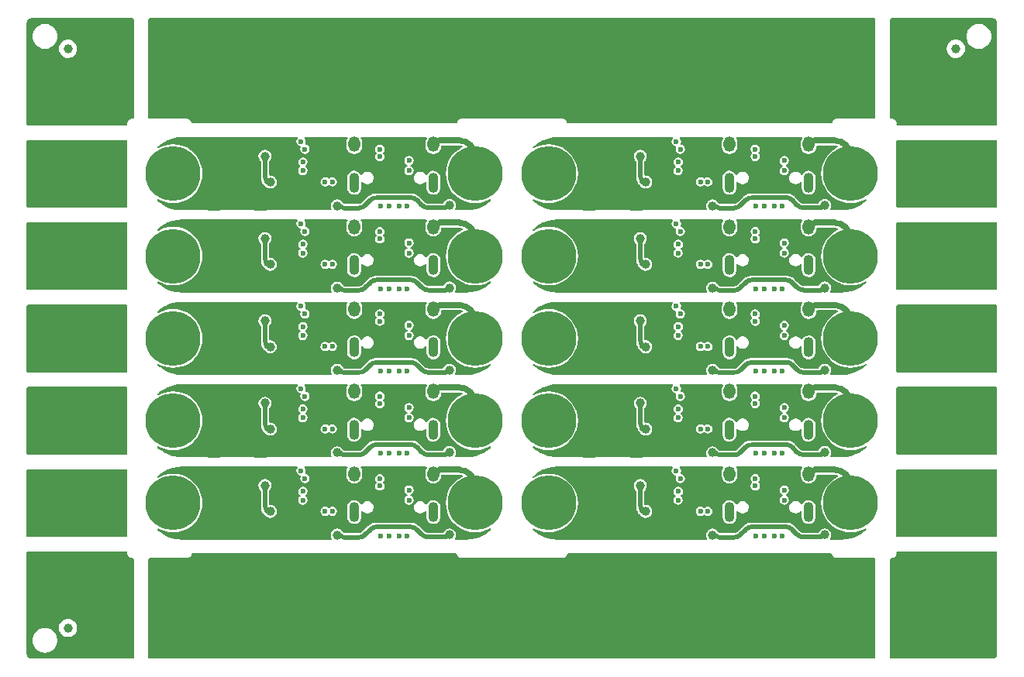
<source format=gbl>
G04 #@! TF.GenerationSoftware,KiCad,Pcbnew,7.0.9*
G04 #@! TF.CreationDate,2023-11-11T11:45:37+01:00*
G04 #@! TF.ProjectId,udb-s-panel,7564622d-732d-4706-916e-656c2e6b6963,rev?*
G04 #@! TF.SameCoordinates,Original*
G04 #@! TF.FileFunction,Copper,L4,Bot*
G04 #@! TF.FilePolarity,Positive*
%FSLAX46Y46*%
G04 Gerber Fmt 4.6, Leading zero omitted, Abs format (unit mm)*
G04 Created by KiCad (PCBNEW 7.0.9) date 2023-11-11 11:45:37*
%MOMM*%
%LPD*%
G01*
G04 APERTURE LIST*
G04 Aperture macros list*
%AMRoundRect*
0 Rectangle with rounded corners*
0 $1 Rounding radius*
0 $2 $3 $4 $5 $6 $7 $8 $9 X,Y pos of 4 corners*
0 Add a 4 corners polygon primitive as box body*
4,1,4,$2,$3,$4,$5,$6,$7,$8,$9,$2,$3,0*
0 Add four circle primitives for the rounded corners*
1,1,$1+$1,$2,$3*
1,1,$1+$1,$4,$5*
1,1,$1+$1,$6,$7*
1,1,$1+$1,$8,$9*
0 Add four rect primitives between the rounded corners*
20,1,$1+$1,$2,$3,$4,$5,0*
20,1,$1+$1,$4,$5,$6,$7,0*
20,1,$1+$1,$6,$7,$8,$9,0*
20,1,$1+$1,$8,$9,$2,$3,0*%
G04 Aperture macros list end*
G04 #@! TA.AperFunction,ComponentPad*
%ADD10C,3.600000*%
G04 #@! TD*
G04 #@! TA.AperFunction,ConnectorPad*
%ADD11C,6.000000*%
G04 #@! TD*
G04 #@! TA.AperFunction,ComponentPad*
%ADD12C,6.000000*%
G04 #@! TD*
G04 #@! TA.AperFunction,ComponentPad*
%ADD13O,1.100000X2.200000*%
G04 #@! TD*
G04 #@! TA.AperFunction,ComponentPad*
%ADD14O,1.300000X1.700000*%
G04 #@! TD*
G04 #@! TA.AperFunction,ComponentPad*
%ADD15C,0.600000*%
G04 #@! TD*
G04 #@! TA.AperFunction,SMDPad,CuDef*
%ADD16RoundRect,0.100000X-0.625000X-0.900000X0.625000X-0.900000X0.625000X0.900000X-0.625000X0.900000X0*%
G04 #@! TD*
G04 #@! TA.AperFunction,SMDPad,CuDef*
%ADD17C,1.000000*%
G04 #@! TD*
G04 #@! TA.AperFunction,ViaPad*
%ADD18C,1.000000*%
G04 #@! TD*
G04 #@! TA.AperFunction,ViaPad*
%ADD19C,0.600000*%
G04 #@! TD*
G04 #@! TA.AperFunction,Conductor*
%ADD20C,0.500000*%
G04 #@! TD*
G04 #@! TA.AperFunction,Conductor*
%ADD21C,0.700000*%
G04 #@! TD*
G04 APERTURE END LIST*
D10*
G04 #@! TO.P,H1,1,1*
G04 #@! TO.N,Board_6-GNDPWR*
X49498602Y26500003D03*
D11*
X49498602Y26500003D03*
G04 #@! TD*
D10*
G04 #@! TO.P,H1,1,1*
G04 #@! TO.N,Board_4-GNDPWR*
X49498602Y35500005D03*
D11*
X49498602Y35500005D03*
G04 #@! TD*
D12*
G04 #@! TO.P,H2,1*
G04 #@! TO.N,N/C*
X57498603Y35500005D03*
G04 #@! TD*
D13*
G04 #@! TO.P,J1,S1,SHIELD*
G04 #@! TO.N,Board_9-GNDPWR*
X85918603Y16520001D03*
D14*
X85918603Y20700001D03*
D13*
X77278603Y16520001D03*
D14*
X77278603Y20700001D03*
G04 #@! TD*
D13*
G04 #@! TO.P,J1,S1,SHIELD*
G04 #@! TO.N,Board_2-GNDPWR*
X44918602Y43520007D03*
D14*
X44918602Y47700007D03*
D13*
X36278602Y43520007D03*
D14*
X36278602Y47700007D03*
G04 #@! TD*
D10*
G04 #@! TO.P,H1,1,1*
G04 #@! TO.N,Board_1-GNDPWR*
X90498603Y53500009D03*
D11*
X90498603Y53500009D03*
G04 #@! TD*
D12*
G04 #@! TO.P,H2,1*
G04 #@! TO.N,N/C*
X57498603Y26500003D03*
G04 #@! TD*
G04 #@! TO.P,H2,1*
G04 #@! TO.N,N/C*
X57498603Y17500001D03*
G04 #@! TD*
D13*
G04 #@! TO.P,J1,S1,SHIELD*
G04 #@! TO.N,Board_3-GNDPWR*
X85918603Y43520007D03*
D14*
X85918603Y47700007D03*
D13*
X77278603Y43520007D03*
D14*
X77278603Y47700007D03*
G04 #@! TD*
D15*
G04 #@! TO.P,J2,MP,MountPin*
G04 #@! TO.N,Board_4-GND*
X20498602Y33200005D03*
D16*
X20923602Y32500005D03*
D15*
X21298602Y33200005D03*
X21298602Y32500005D03*
X21298602Y31800005D03*
X25698602Y33200005D03*
X25698602Y32500005D03*
X25698602Y31800005D03*
D16*
X26073602Y32500005D03*
D15*
X26448602Y33200005D03*
G04 #@! TD*
G04 #@! TO.P,J2,MP,MountPin*
G04 #@! TO.N,Board_3-GND*
X61498603Y42200007D03*
D16*
X61923603Y41500007D03*
D15*
X62298603Y42200007D03*
X62298603Y41500007D03*
X62298603Y40800007D03*
X66698603Y42200007D03*
X66698603Y41500007D03*
X66698603Y40800007D03*
D16*
X67073603Y41500007D03*
D15*
X67448603Y42200007D03*
G04 #@! TD*
G04 #@! TO.P,J2,MP,MountPin*
G04 #@! TO.N,Board_0-GND*
X20498602Y51200009D03*
D16*
X20923602Y50500009D03*
D15*
X21298602Y51200009D03*
X21298602Y50500009D03*
X21298602Y49800009D03*
X25698602Y51200009D03*
X25698602Y50500009D03*
X25698602Y49800009D03*
D16*
X26073602Y50500009D03*
D15*
X26448602Y51200009D03*
G04 #@! TD*
G04 #@! TO.P,J2,MP,MountPin*
G04 #@! TO.N,Board_8-GND*
X20498602Y15200001D03*
D16*
X20923602Y14500001D03*
D15*
X21298602Y15200001D03*
X21298602Y14500001D03*
X21298602Y13800001D03*
X25698602Y15200001D03*
X25698602Y14500001D03*
X25698602Y13800001D03*
D16*
X26073602Y14500001D03*
D15*
X26448602Y15200001D03*
G04 #@! TD*
D13*
G04 #@! TO.P,J1,S1,SHIELD*
G04 #@! TO.N,Board_4-GNDPWR*
X44918602Y34520005D03*
D14*
X44918602Y38700005D03*
D13*
X36278602Y34520005D03*
D14*
X36278602Y38700005D03*
G04 #@! TD*
D15*
G04 #@! TO.P,J2,MP,MountPin*
G04 #@! TO.N,Board_1-GND*
X61498603Y51200009D03*
D16*
X61923603Y50500009D03*
D15*
X62298603Y51200009D03*
X62298603Y50500009D03*
X62298603Y49800009D03*
X66698603Y51200009D03*
X66698603Y50500009D03*
X66698603Y49800009D03*
D16*
X67073603Y50500009D03*
D15*
X67448603Y51200009D03*
G04 #@! TD*
D10*
G04 #@! TO.P,H1,1,1*
G04 #@! TO.N,Board_7-GNDPWR*
X90498603Y26500003D03*
D11*
X90498603Y26500003D03*
G04 #@! TD*
D13*
G04 #@! TO.P,J1,S1,SHIELD*
G04 #@! TO.N,Board_5-GNDPWR*
X85918603Y34520005D03*
D14*
X85918603Y38700005D03*
D13*
X77278603Y34520005D03*
D14*
X77278603Y38700005D03*
G04 #@! TD*
D12*
G04 #@! TO.P,H2,1*
G04 #@! TO.N,N/C*
X16498602Y35500005D03*
G04 #@! TD*
G04 #@! TO.P,H2,1*
G04 #@! TO.N,N/C*
X16498602Y26500003D03*
G04 #@! TD*
G04 #@! TO.P,H2,1*
G04 #@! TO.N,N/C*
X16498602Y44500007D03*
G04 #@! TD*
G04 #@! TO.P,H2,1*
G04 #@! TO.N,N/C*
X16498602Y53500009D03*
G04 #@! TD*
D15*
G04 #@! TO.P,J2,MP,MountPin*
G04 #@! TO.N,Board_2-GND*
X20498602Y42200007D03*
D16*
X20923602Y41500007D03*
D15*
X21298602Y42200007D03*
X21298602Y41500007D03*
X21298602Y40800007D03*
X25698602Y42200007D03*
X25698602Y41500007D03*
X25698602Y40800007D03*
D16*
X26073602Y41500007D03*
D15*
X26448602Y42200007D03*
G04 #@! TD*
D13*
G04 #@! TO.P,J1,S1,SHIELD*
G04 #@! TO.N,Board_1-GNDPWR*
X85918603Y52520009D03*
D14*
X85918603Y56700009D03*
D13*
X77278603Y52520009D03*
D14*
X77278603Y56700009D03*
G04 #@! TD*
D15*
G04 #@! TO.P,J2,MP,MountPin*
G04 #@! TO.N,Board_5-GND*
X61498603Y33200005D03*
D16*
X61923603Y32500005D03*
D15*
X62298603Y33200005D03*
X62298603Y32500005D03*
X62298603Y31800005D03*
X66698603Y33200005D03*
X66698603Y32500005D03*
X66698603Y31800005D03*
D16*
X67073603Y32500005D03*
D15*
X67448603Y33200005D03*
G04 #@! TD*
D12*
G04 #@! TO.P,H2,1*
G04 #@! TO.N,N/C*
X57498603Y53500009D03*
G04 #@! TD*
D10*
G04 #@! TO.P,H1,1,1*
G04 #@! TO.N,Board_8-GNDPWR*
X49498602Y17500001D03*
D11*
X49498602Y17500001D03*
G04 #@! TD*
D15*
G04 #@! TO.P,J2,MP,MountPin*
G04 #@! TO.N,Board_7-GND*
X61498603Y24200003D03*
D16*
X61923603Y23500003D03*
D15*
X62298603Y24200003D03*
X62298603Y23500003D03*
X62298603Y22800003D03*
X66698603Y24200003D03*
X66698603Y23500003D03*
X66698603Y22800003D03*
D16*
X67073603Y23500003D03*
D15*
X67448603Y24200003D03*
G04 #@! TD*
D13*
G04 #@! TO.P,J1,S1,SHIELD*
G04 #@! TO.N,Board_6-GNDPWR*
X44918602Y25520003D03*
D14*
X44918602Y29700003D03*
D13*
X36278602Y25520003D03*
D14*
X36278602Y29700003D03*
G04 #@! TD*
D13*
G04 #@! TO.P,J1,S1,SHIELD*
G04 #@! TO.N,Board_0-GNDPWR*
X44918602Y52520009D03*
D14*
X44918602Y56700009D03*
D13*
X36278602Y52520009D03*
D14*
X36278602Y56700009D03*
G04 #@! TD*
D10*
G04 #@! TO.P,H1,1,1*
G04 #@! TO.N,Board_0-GNDPWR*
X49498602Y53500009D03*
D11*
X49498602Y53500009D03*
G04 #@! TD*
D10*
G04 #@! TO.P,H1,1,1*
G04 #@! TO.N,Board_5-GNDPWR*
X90498603Y35500005D03*
D11*
X90498603Y35500005D03*
G04 #@! TD*
D15*
G04 #@! TO.P,J2,MP,MountPin*
G04 #@! TO.N,Board_6-GND*
X20498602Y24200003D03*
D16*
X20923602Y23500003D03*
D15*
X21298602Y24200003D03*
X21298602Y23500003D03*
X21298602Y22800003D03*
X25698602Y24200003D03*
X25698602Y23500003D03*
X25698602Y22800003D03*
D16*
X26073602Y23500003D03*
D15*
X26448602Y24200003D03*
G04 #@! TD*
D12*
G04 #@! TO.P,H2,1*
G04 #@! TO.N,N/C*
X57498603Y44500007D03*
G04 #@! TD*
D13*
G04 #@! TO.P,J1,S1,SHIELD*
G04 #@! TO.N,Board_8-GNDPWR*
X44918602Y16520001D03*
D14*
X44918602Y20700001D03*
D13*
X36278602Y16520001D03*
D14*
X36278602Y20700001D03*
G04 #@! TD*
D15*
G04 #@! TO.P,J2,MP,MountPin*
G04 #@! TO.N,Board_9-GND*
X61498603Y15200001D03*
D16*
X61923603Y14500001D03*
D15*
X62298603Y15200001D03*
X62298603Y14500001D03*
X62298603Y13800001D03*
X66698603Y15200001D03*
X66698603Y14500001D03*
X66698603Y13800001D03*
D16*
X67073603Y14500001D03*
D15*
X67448603Y15200001D03*
G04 #@! TD*
D10*
G04 #@! TO.P,H1,1,1*
G04 #@! TO.N,Board_3-GNDPWR*
X90498603Y44500007D03*
D11*
X90498603Y44500007D03*
G04 #@! TD*
D12*
G04 #@! TO.P,H2,1*
G04 #@! TO.N,N/C*
X16498602Y17500001D03*
G04 #@! TD*
D10*
G04 #@! TO.P,H1,1,1*
G04 #@! TO.N,Board_2-GNDPWR*
X49498602Y44500007D03*
D11*
X49498602Y44500007D03*
G04 #@! TD*
D13*
G04 #@! TO.P,J1,S1,SHIELD*
G04 #@! TO.N,Board_7-GNDPWR*
X85918603Y25520003D03*
D14*
X85918603Y29700003D03*
D13*
X77278603Y25520003D03*
D14*
X77278603Y29700003D03*
G04 #@! TD*
D10*
G04 #@! TO.P,H1,1,1*
G04 #@! TO.N,Board_9-GNDPWR*
X90498603Y17500001D03*
D11*
X90498603Y17500001D03*
G04 #@! TD*
D17*
G04 #@! TO.P,KiKit_FID_B_3,*
G04 #@! TO.N,*
X5000000Y3850000D03*
G04 #@! TD*
G04 #@! TO.P,KiKit_FID_B_2,*
G04 #@! TO.N,*
X101997204Y67150010D03*
G04 #@! TD*
G04 #@! TO.P,KiKit_FID_B_1,*
G04 #@! TO.N,*
X5000000Y67150010D03*
G04 #@! TD*
D18*
G04 #@! TO.N,Board_0-5V*
X26528601Y55417802D03*
X27109449Y52584444D03*
D19*
G04 #@! TO.N,Board_0-D+*
X30672352Y54777509D03*
X30657351Y53822510D03*
X41148601Y49925010D03*
X42257351Y53822510D03*
X39072352Y55377509D03*
G04 #@! TO.N,Board_0-D-*
X30893602Y56177509D03*
X39072352Y56177509D03*
X42257351Y54922510D03*
X30457351Y57022510D03*
X40048602Y49925010D03*
G04 #@! TO.N,Board_0-GND*
X31302352Y55377509D03*
D18*
X31702352Y52877509D03*
D19*
X32923602Y57156259D03*
D18*
X34898602Y53200009D03*
X46318926Y55701735D03*
X46328241Y51401735D03*
D19*
G04 #@! TO.N,Board_0-Net-(J1-CC1)*
X33898602Y52600009D03*
X42023602Y49925010D03*
G04 #@! TO.N,Board_0-Net-(J1-CC2)*
X33098602Y52600009D03*
X39173601Y49925010D03*
D18*
G04 #@! TO.N,Board_0-VBUS*
X34423602Y49999009D03*
X46670241Y50023235D03*
G04 #@! TO.N,Board_1-5V*
X67528602Y55417802D03*
X68109450Y52584444D03*
D19*
G04 #@! TO.N,Board_1-D+*
X82148602Y49925010D03*
X71672353Y54777509D03*
X80072353Y55377509D03*
X83257352Y53822510D03*
X71657352Y53822510D03*
G04 #@! TO.N,Board_1-D-*
X81048603Y49925010D03*
X80072353Y56177509D03*
X83257352Y54922510D03*
X71893603Y56177509D03*
X71457352Y57022510D03*
D18*
G04 #@! TO.N,Board_1-GND*
X75898603Y53200009D03*
X87328242Y51401735D03*
X72702353Y52877509D03*
D19*
X72302353Y55377509D03*
X73923603Y57156259D03*
D18*
X87318927Y55701735D03*
D19*
G04 #@! TO.N,Board_1-Net-(J1-CC1)*
X83023603Y49925010D03*
X74898603Y52600009D03*
G04 #@! TO.N,Board_1-Net-(J1-CC2)*
X80173602Y49925010D03*
X74098603Y52600009D03*
D18*
G04 #@! TO.N,Board_1-VBUS*
X75423603Y49999009D03*
X87670242Y50023235D03*
G04 #@! TO.N,Board_2-5V*
X27109449Y43584442D03*
X26528601Y46417800D03*
D19*
G04 #@! TO.N,Board_2-D+*
X30657351Y44822508D03*
X42257351Y44822508D03*
X41148601Y40925008D03*
X30672352Y45777507D03*
X39072352Y46377507D03*
G04 #@! TO.N,Board_2-D-*
X42257351Y45922508D03*
X39072352Y47177507D03*
X40048602Y40925008D03*
X30457351Y48022508D03*
X30893602Y47177507D03*
D18*
G04 #@! TO.N,Board_2-GND*
X46328241Y42401733D03*
X46318926Y46701733D03*
D19*
X31302352Y46377507D03*
X32923602Y48156257D03*
D18*
X31702352Y43877507D03*
X34898602Y44200007D03*
D19*
G04 #@! TO.N,Board_2-Net-(J1-CC1)*
X33898602Y43600007D03*
X42023602Y40925008D03*
G04 #@! TO.N,Board_2-Net-(J1-CC2)*
X33098602Y43600007D03*
X39173601Y40925008D03*
D18*
G04 #@! TO.N,Board_2-VBUS*
X34423602Y40999007D03*
X46670241Y41023233D03*
G04 #@! TO.N,Board_3-5V*
X68109450Y43584442D03*
X67528602Y46417800D03*
D19*
G04 #@! TO.N,Board_3-D+*
X80072353Y46377507D03*
X71657352Y44822508D03*
X82148602Y40925008D03*
X83257352Y44822508D03*
X71672353Y45777507D03*
G04 #@! TO.N,Board_3-D-*
X81048603Y40925008D03*
X71457352Y48022508D03*
X71893603Y47177507D03*
X80072353Y47177507D03*
X83257352Y45922508D03*
D18*
G04 #@! TO.N,Board_3-GND*
X75898603Y44200007D03*
D19*
X73923603Y48156257D03*
D18*
X87318927Y46701733D03*
D19*
X72302353Y46377507D03*
D18*
X87328242Y42401733D03*
X72702353Y43877507D03*
D19*
G04 #@! TO.N,Board_3-Net-(J1-CC1)*
X74898603Y43600007D03*
X83023603Y40925008D03*
G04 #@! TO.N,Board_3-Net-(J1-CC2)*
X74098603Y43600007D03*
X80173602Y40925008D03*
D18*
G04 #@! TO.N,Board_3-VBUS*
X75423603Y40999007D03*
X87670242Y41023233D03*
G04 #@! TO.N,Board_4-5V*
X26528601Y37417798D03*
X27109449Y34584440D03*
D19*
G04 #@! TO.N,Board_4-D+*
X41148601Y31925006D03*
X30657351Y35822506D03*
X39072352Y37377505D03*
X42257351Y35822506D03*
X30672352Y36777505D03*
G04 #@! TO.N,Board_4-D-*
X39072352Y38177505D03*
X30893602Y38177505D03*
X42257351Y36922506D03*
X30457351Y39022506D03*
X40048602Y31925006D03*
G04 #@! TO.N,Board_4-GND*
X31302352Y37377505D03*
D18*
X46328241Y33401731D03*
D19*
X32923602Y39156255D03*
D18*
X31702352Y34877505D03*
X46318926Y37701731D03*
X34898602Y35200005D03*
D19*
G04 #@! TO.N,Board_4-Net-(J1-CC1)*
X33898602Y34600005D03*
X42023602Y31925006D03*
G04 #@! TO.N,Board_4-Net-(J1-CC2)*
X33098602Y34600005D03*
X39173601Y31925006D03*
D18*
G04 #@! TO.N,Board_4-VBUS*
X46670241Y32023231D03*
X34423602Y31999005D03*
G04 #@! TO.N,Board_5-5V*
X68109450Y34584440D03*
X67528602Y37417798D03*
D19*
G04 #@! TO.N,Board_5-D+*
X71657352Y35822506D03*
X82148602Y31925006D03*
X83257352Y35822506D03*
X80072353Y37377505D03*
X71672353Y36777505D03*
G04 #@! TO.N,Board_5-D-*
X80072353Y38177505D03*
X71893603Y38177505D03*
X83257352Y36922506D03*
X71457352Y39022506D03*
X81048603Y31925006D03*
G04 #@! TO.N,Board_5-GND*
X72302353Y37377505D03*
D18*
X87318927Y37701731D03*
X87328242Y33401731D03*
X75898603Y35200005D03*
X72702353Y34877505D03*
D19*
X73923603Y39156255D03*
G04 #@! TO.N,Board_5-Net-(J1-CC1)*
X74898603Y34600005D03*
X83023603Y31925006D03*
G04 #@! TO.N,Board_5-Net-(J1-CC2)*
X74098603Y34600005D03*
X80173602Y31925006D03*
D18*
G04 #@! TO.N,Board_5-VBUS*
X87670242Y32023231D03*
X75423603Y31999005D03*
G04 #@! TO.N,Board_6-5V*
X26528601Y28417796D03*
X27109449Y25584438D03*
D19*
G04 #@! TO.N,Board_6-D+*
X30672352Y27777503D03*
X30657351Y26822504D03*
X41148601Y22925004D03*
X42257351Y26822504D03*
X39072352Y28377503D03*
G04 #@! TO.N,Board_6-D-*
X30457351Y30022504D03*
X40048602Y22925004D03*
X39072352Y29177503D03*
X42257351Y27922504D03*
X30893602Y29177503D03*
D18*
G04 #@! TO.N,Board_6-GND*
X46318926Y28701729D03*
D19*
X31302352Y28377503D03*
D18*
X31702352Y25877503D03*
X46328241Y24401729D03*
X34898602Y26200003D03*
D19*
X32923602Y30156253D03*
G04 #@! TO.N,Board_6-Net-(J1-CC1)*
X33898602Y25600003D03*
X42023602Y22925004D03*
G04 #@! TO.N,Board_6-Net-(J1-CC2)*
X33098602Y25600003D03*
X39173601Y22925004D03*
D18*
G04 #@! TO.N,Board_6-VBUS*
X34423602Y22999003D03*
X46670241Y23023229D03*
G04 #@! TO.N,Board_7-5V*
X68109450Y25584438D03*
X67528602Y28417796D03*
D19*
G04 #@! TO.N,Board_7-D+*
X80072353Y28377503D03*
X71657352Y26822504D03*
X82148602Y22925004D03*
X71672353Y27777503D03*
X83257352Y26822504D03*
G04 #@! TO.N,Board_7-D-*
X81048603Y22925004D03*
X71893603Y29177503D03*
X71457352Y30022504D03*
X80072353Y29177503D03*
X83257352Y27922504D03*
D18*
G04 #@! TO.N,Board_7-GND*
X72702353Y25877503D03*
X87328242Y24401729D03*
D19*
X72302353Y28377503D03*
X73923603Y30156253D03*
D18*
X87318927Y28701729D03*
X75898603Y26200003D03*
D19*
G04 #@! TO.N,Board_7-Net-(J1-CC1)*
X74898603Y25600003D03*
X83023603Y22925004D03*
G04 #@! TO.N,Board_7-Net-(J1-CC2)*
X74098603Y25600003D03*
X80173602Y22925004D03*
D18*
G04 #@! TO.N,Board_7-VBUS*
X75423603Y22999003D03*
X87670242Y23023229D03*
G04 #@! TO.N,Board_8-5V*
X26528601Y19417794D03*
X27109449Y16584436D03*
D19*
G04 #@! TO.N,Board_8-D+*
X42257351Y17822502D03*
X39072352Y19377501D03*
X30657351Y17822502D03*
X41148601Y13925002D03*
X30672352Y18777501D03*
G04 #@! TO.N,Board_8-D-*
X40048602Y13925002D03*
X30893602Y20177501D03*
X30457351Y21022502D03*
X39072352Y20177501D03*
X42257351Y18922502D03*
D18*
G04 #@! TO.N,Board_8-GND*
X34898602Y17200001D03*
X31702352Y16877501D03*
X46318926Y19701727D03*
X46328241Y15401727D03*
D19*
X32923602Y21156251D03*
X31302352Y19377501D03*
G04 #@! TO.N,Board_8-Net-(J1-CC1)*
X33898602Y16600001D03*
X42023602Y13925002D03*
G04 #@! TO.N,Board_8-Net-(J1-CC2)*
X33098602Y16600001D03*
X39173601Y13925002D03*
D18*
G04 #@! TO.N,Board_8-VBUS*
X34423602Y13999001D03*
X46670241Y14023227D03*
G04 #@! TO.N,Board_9-5V*
X67528602Y19417794D03*
X68109450Y16584436D03*
D19*
G04 #@! TO.N,Board_9-D+*
X82148602Y13925002D03*
X71657352Y17822502D03*
X80072353Y19377501D03*
X71672353Y18777501D03*
X83257352Y17822502D03*
G04 #@! TO.N,Board_9-D-*
X71893603Y20177501D03*
X81048603Y13925002D03*
X71457352Y21022502D03*
X80072353Y20177501D03*
X83257352Y18922502D03*
D18*
G04 #@! TO.N,Board_9-GND*
X75898603Y17200001D03*
D19*
X72302353Y19377501D03*
D18*
X87328242Y15401727D03*
D19*
X73923603Y21156251D03*
D18*
X87318927Y19701727D03*
X72702353Y16877501D03*
D19*
G04 #@! TO.N,Board_9-Net-(J1-CC1)*
X83023603Y13925002D03*
X74898603Y16600001D03*
G04 #@! TO.N,Board_9-Net-(J1-CC2)*
X80173602Y13925002D03*
X74098603Y16600001D03*
D18*
G04 #@! TO.N,Board_9-VBUS*
X75423603Y13999001D03*
X87670242Y14023227D03*
G04 #@! TD*
D20*
G04 #@! TO.N,Board_0-5V*
X26798738Y52584444D02*
X27109449Y52584444D01*
X26725601Y52614739D02*
X26695307Y52645033D01*
X26528601Y55417802D02*
X26528601Y53243773D01*
X26528598Y53243773D02*
G75*
G03*
X26695308Y52645033I1173404J4137D01*
G01*
X26725576Y52614713D02*
G75*
G03*
X26798738Y52584444I73126J73197D01*
G01*
D21*
G04 #@! TO.N,Board_0-GNDPWR*
X49498602Y55357547D02*
X49498602Y53500009D01*
X45686800Y57150009D02*
X47706139Y57150009D01*
X45143602Y56925009D02*
X44918602Y56700009D01*
X48973591Y56624998D02*
G75*
G03*
X47706139Y57150009I-1267489J-1267488D01*
G01*
X49498616Y55357547D02*
G75*
G03*
X48973601Y56625008I-1792514J-37D01*
G01*
X45686800Y57150010D02*
G75*
G03*
X45143602Y56925009I2J-768200D01*
G01*
D20*
G04 #@! TO.N,Board_0-VBUS*
X35142421Y49750009D02*
X36762301Y49750009D01*
X34841852Y49874509D02*
X34717352Y49999009D01*
X38742455Y50901735D02*
X42414027Y50901735D01*
X37469408Y50042902D02*
X38035348Y50608842D01*
X43121134Y50608842D02*
X43662074Y50067902D01*
X46546128Y49899122D02*
X46670241Y50023235D01*
X44369181Y49775009D02*
X46246492Y49775009D01*
X34841836Y49874493D02*
G75*
G03*
X35142421Y49750009I300566J300617D01*
G01*
X38742455Y50901761D02*
G75*
G03*
X38035348Y50608842I47J-1000051D01*
G01*
X43662085Y50067913D02*
G75*
G03*
X44369181Y49775009I707117J707097D01*
G01*
X36762301Y49750010D02*
G75*
G03*
X37469408Y50042902I1J1000000D01*
G01*
X43121126Y50608834D02*
G75*
G03*
X42414027Y50901735I-707124J-707124D01*
G01*
X46246492Y49775032D02*
G75*
G03*
X46546127Y49899123I10J423778D01*
G01*
G04 #@! TO.N,Board_1-5V*
X67528602Y55417802D02*
X67528602Y53243773D01*
X67725602Y52614739D02*
X67695308Y52645033D01*
X67798739Y52584444D02*
X68109450Y52584444D01*
X67725576Y52614713D02*
G75*
G03*
X67798739Y52584444I73126J73197D01*
G01*
X67528598Y53243773D02*
G75*
G03*
X67695308Y52645033I1173404J4137D01*
G01*
D21*
G04 #@! TO.N,Board_1-GNDPWR*
X86686801Y57150009D02*
X88706140Y57150009D01*
X86143603Y56925009D02*
X85918603Y56700009D01*
X90498603Y55357547D02*
X90498603Y53500009D01*
X89973591Y56624997D02*
G75*
G03*
X88706140Y57150009I-1267489J-1267487D01*
G01*
X90498617Y55357547D02*
G75*
G03*
X89973603Y56625009I-1792515J-37D01*
G01*
X86686801Y57150009D02*
G75*
G03*
X86143603Y56925009I1J-768199D01*
G01*
D20*
G04 #@! TO.N,Board_1-VBUS*
X85369182Y49775009D02*
X87246493Y49775009D01*
X79742456Y50901735D02*
X83414028Y50901735D01*
X78469409Y50042902D02*
X79035349Y50608842D01*
X84121135Y50608842D02*
X84662075Y50067902D01*
X76142422Y49750009D02*
X77762302Y49750009D01*
X87546129Y49899122D02*
X87670242Y50023235D01*
X75841853Y49874509D02*
X75717353Y49999009D01*
X84662085Y50067912D02*
G75*
G03*
X85369182Y49775009I707117J707098D01*
G01*
X79742456Y50901760D02*
G75*
G03*
X79035349Y50608842I46J-1000050D01*
G01*
X84121127Y50608834D02*
G75*
G03*
X83414028Y50901735I-707125J-707124D01*
G01*
X75841836Y49874492D02*
G75*
G03*
X76142422Y49750009I300566J300618D01*
G01*
X77762302Y49750009D02*
G75*
G03*
X78469409Y50042902I0J1000001D01*
G01*
X87246493Y49775031D02*
G75*
G03*
X87546129Y49899122I9J423779D01*
G01*
G04 #@! TO.N,Board_2-5V*
X26725601Y43614737D02*
X26695307Y43645031D01*
X26528601Y46417800D02*
X26528601Y44243771D01*
X26798738Y43584442D02*
X27109449Y43584442D01*
X26725575Y43614711D02*
G75*
G03*
X26798738Y43584442I73127J73199D01*
G01*
X26528597Y44243771D02*
G75*
G03*
X26695308Y43645031I1173405J4139D01*
G01*
D21*
G04 #@! TO.N,Board_2-GNDPWR*
X49498602Y46357545D02*
X49498602Y44500007D01*
X45686800Y48150007D02*
X47706139Y48150007D01*
X45143602Y47925007D02*
X44918602Y47700007D01*
X48973590Y47624995D02*
G75*
G03*
X47706139Y48150007I-1267488J-1267485D01*
G01*
X45686800Y48150008D02*
G75*
G03*
X45143602Y47925007I2J-768198D01*
G01*
X49498615Y46357545D02*
G75*
G03*
X48973602Y47625007I-1792513J-35D01*
G01*
D20*
G04 #@! TO.N,Board_2-VBUS*
X38742455Y41901733D02*
X42414027Y41901733D01*
X35142421Y40750007D02*
X36762301Y40750007D01*
X37469408Y41042900D02*
X38035348Y41608840D01*
X34841852Y40874507D02*
X34717352Y40999007D01*
X44369181Y40775007D02*
X46246492Y40775007D01*
X43121134Y41608840D02*
X43662074Y41067900D01*
X46546128Y40899120D02*
X46670241Y41023233D01*
X34841835Y40874490D02*
G75*
G03*
X35142421Y40750007I300567J300620D01*
G01*
X43662084Y41067910D02*
G75*
G03*
X44369181Y40775007I707118J707100D01*
G01*
X36762301Y40750009D02*
G75*
G03*
X37469407Y41042901I1J1000001D01*
G01*
X38742455Y41901759D02*
G75*
G03*
X38035349Y41608839I47J-1000049D01*
G01*
X46246492Y40775030D02*
G75*
G03*
X46546128Y40899120I10J423780D01*
G01*
X43121126Y41608832D02*
G75*
G03*
X42414027Y41901733I-707124J-707122D01*
G01*
G04 #@! TO.N,Board_3-5V*
X67528602Y46417800D02*
X67528602Y44243771D01*
X67725602Y43614737D02*
X67695308Y43645031D01*
X67798739Y43584442D02*
X68109450Y43584442D01*
X67528597Y44243771D02*
G75*
G03*
X67695308Y43645031I1173405J4139D01*
G01*
X67725576Y43614711D02*
G75*
G03*
X67798739Y43584442I73126J73199D01*
G01*
D21*
G04 #@! TO.N,Board_3-GNDPWR*
X86143603Y47925007D02*
X85918603Y47700007D01*
X86686801Y48150007D02*
X88706140Y48150007D01*
X90498603Y46357545D02*
X90498603Y44500007D01*
X86686801Y48150007D02*
G75*
G03*
X86143604Y47925006I1J-768197D01*
G01*
X89973591Y47624995D02*
G75*
G03*
X88706140Y48150007I-1267489J-1267485D01*
G01*
X90498616Y46357545D02*
G75*
G03*
X89973603Y47625007I-1792514J-35D01*
G01*
D20*
G04 #@! TO.N,Board_3-VBUS*
X76142422Y40750007D02*
X77762302Y40750007D01*
X85369182Y40775007D02*
X87246493Y40775007D01*
X78469409Y41042900D02*
X79035349Y41608840D01*
X79742456Y41901733D02*
X83414028Y41901733D01*
X75841853Y40874507D02*
X75717353Y40999007D01*
X87546129Y40899120D02*
X87670242Y41023233D01*
X84121135Y41608840D02*
X84662075Y41067900D01*
X77762302Y40750008D02*
G75*
G03*
X78469409Y41042900I0J1000002D01*
G01*
X79742456Y41901759D02*
G75*
G03*
X79035349Y41608840I46J-1000049D01*
G01*
X87246493Y40775029D02*
G75*
G03*
X87546129Y40899120I9J423781D01*
G01*
X84121127Y41608832D02*
G75*
G03*
X83414028Y41901733I-707125J-707122D01*
G01*
X84662085Y41067910D02*
G75*
G03*
X85369182Y40775007I707117J707100D01*
G01*
X75841836Y40874490D02*
G75*
G03*
X76142422Y40750007I300566J300620D01*
G01*
G04 #@! TO.N,Board_4-5V*
X26528601Y37417798D02*
X26528601Y35243769D01*
X26725601Y34614735D02*
X26695307Y34645029D01*
X26798738Y34584440D02*
X27109449Y34584440D01*
X26528596Y35243769D02*
G75*
G03*
X26695308Y34645029I1173406J4141D01*
G01*
X26725575Y34614709D02*
G75*
G03*
X26798738Y34584440I73127J73201D01*
G01*
D21*
G04 #@! TO.N,Board_4-GNDPWR*
X45686800Y39150005D02*
X47706139Y39150005D01*
X45143602Y38925005D02*
X44918602Y38700005D01*
X49498602Y37357543D02*
X49498602Y35500005D01*
X45686800Y39150007D02*
G75*
G03*
X45143602Y38925005I2J-768197D01*
G01*
X49498614Y37357543D02*
G75*
G03*
X48973602Y38625005I-1792512J-33D01*
G01*
X48973590Y38624993D02*
G75*
G03*
X47706139Y39150005I-1267488J-1267483D01*
G01*
D20*
G04 #@! TO.N,Board_4-VBUS*
X35142421Y31750005D02*
X36762301Y31750005D01*
X37469408Y32042898D02*
X38035348Y32608838D01*
X43121134Y32608838D02*
X43662074Y32067898D01*
X34841852Y31874505D02*
X34717352Y31999005D01*
X44369181Y31775005D02*
X46246492Y31775005D01*
X38742455Y32901731D02*
X42414027Y32901731D01*
X46546128Y31899118D02*
X46670241Y32023231D01*
X43662084Y32067908D02*
G75*
G03*
X44369181Y31775005I707118J707102D01*
G01*
X46246492Y31774999D02*
G75*
G03*
X46546128Y31899118I10J423711D01*
G01*
X38742455Y32901758D02*
G75*
G03*
X38035348Y32608838I47J-1000048D01*
G01*
X43121126Y32608830D02*
G75*
G03*
X42414027Y32901731I-707124J-707120D01*
G01*
X36762301Y31750007D02*
G75*
G03*
X37469408Y32042898I1J1000003D01*
G01*
X34841835Y31874488D02*
G75*
G03*
X35142421Y31750005I300567J300622D01*
G01*
G04 #@! TO.N,Board_5-5V*
X67528602Y37417798D02*
X67528602Y35243769D01*
X67798739Y34584440D02*
X68109450Y34584440D01*
X67725602Y34614735D02*
X67695308Y34645029D01*
X67725575Y34614708D02*
G75*
G03*
X67798739Y34584440I73127J73202D01*
G01*
X67528596Y35243769D02*
G75*
G03*
X67695308Y34645029I1173406J4141D01*
G01*
D21*
G04 #@! TO.N,Board_5-GNDPWR*
X90498603Y37357543D02*
X90498603Y35500005D01*
X86686801Y39150005D02*
X88706140Y39150005D01*
X86143603Y38925005D02*
X85918603Y38700005D01*
X86686801Y39150006D02*
G75*
G03*
X86143603Y38925005I1J-768196D01*
G01*
X89973590Y38624992D02*
G75*
G03*
X88706140Y39150005I-1267488J-1267482D01*
G01*
X90498614Y37357543D02*
G75*
G03*
X89973602Y38625004I-1792512J-33D01*
G01*
D20*
G04 #@! TO.N,Board_5-VBUS*
X85369182Y31775005D02*
X87246493Y31775005D01*
X75841853Y31874505D02*
X75717353Y31999005D01*
X79742456Y32901731D02*
X83414028Y32901731D01*
X78469409Y32042898D02*
X79035349Y32608838D01*
X84121135Y32608838D02*
X84662075Y32067898D01*
X87546129Y31899118D02*
X87670242Y32023231D01*
X76142422Y31750005D02*
X77762302Y31750005D01*
X79742456Y32901757D02*
G75*
G03*
X79035349Y32608838I46J-1000047D01*
G01*
X75841835Y31874487D02*
G75*
G03*
X76142422Y31750005I300567J300623D01*
G01*
X84121126Y32608829D02*
G75*
G03*
X83414028Y32901731I-707124J-707119D01*
G01*
X77762302Y31750007D02*
G75*
G03*
X78469408Y32042899I0J1000003D01*
G01*
X87246493Y31774999D02*
G75*
G03*
X87546128Y31899119I9J423711D01*
G01*
X84662084Y32067907D02*
G75*
G03*
X85369182Y31775005I707118J707103D01*
G01*
G04 #@! TO.N,Board_6-5V*
X26798738Y25584438D02*
X27109449Y25584438D01*
X26528601Y28417796D02*
X26528601Y26243767D01*
X26725601Y25614733D02*
X26695307Y25645027D01*
X26528595Y26243767D02*
G75*
G03*
X26695308Y25645028I1173407J4143D01*
G01*
X26725574Y25614706D02*
G75*
G03*
X26798738Y25584438I73128J73204D01*
G01*
D21*
G04 #@! TO.N,Board_6-GNDPWR*
X45143602Y29925003D02*
X44918602Y29700003D01*
X49498602Y28357541D02*
X49498602Y26500003D01*
X45686800Y30150003D02*
X47706139Y30150003D01*
X45686800Y30150005D02*
G75*
G03*
X45143603Y29925002I2J-768195D01*
G01*
X48973589Y29624990D02*
G75*
G03*
X47706139Y30150003I-1267487J-1267480D01*
G01*
X49498612Y28357541D02*
G75*
G03*
X48973601Y29625002I-1792510J-31D01*
G01*
D20*
G04 #@! TO.N,Board_6-VBUS*
X35142421Y22750003D02*
X36762301Y22750003D01*
X38742455Y23901729D02*
X42414027Y23901729D01*
X44369181Y22775003D02*
X46246492Y22775003D01*
X37469408Y23042896D02*
X38035348Y23608836D01*
X46546128Y22899116D02*
X46670241Y23023229D01*
X34841852Y22874503D02*
X34717352Y22999003D01*
X43121134Y23608836D02*
X43662074Y23067896D01*
X46246492Y22774998D02*
G75*
G03*
X46546128Y22899116I10J423712D01*
G01*
X34841834Y22874485D02*
G75*
G03*
X35142421Y22750003I300568J300625D01*
G01*
X43662083Y23067905D02*
G75*
G03*
X44369181Y22775003I707119J707105D01*
G01*
X43121125Y23608827D02*
G75*
G03*
X42414027Y23901729I-707123J-707117D01*
G01*
X36762301Y22750006D02*
G75*
G03*
X37469408Y23042896I1J1000004D01*
G01*
X38742455Y23901756D02*
G75*
G03*
X38035349Y23608835I47J-1000046D01*
G01*
G04 #@! TO.N,Board_7-5V*
X67528602Y28417796D02*
X67528602Y26243767D01*
X67725602Y25614733D02*
X67695308Y25645027D01*
X67798739Y25584438D02*
X68109450Y25584438D01*
X67528595Y26243767D02*
G75*
G03*
X67695308Y25645027I1173407J4143D01*
G01*
X67725575Y25614706D02*
G75*
G03*
X67798739Y25584438I73127J73204D01*
G01*
D21*
G04 #@! TO.N,Board_7-GNDPWR*
X86143603Y29925003D02*
X85918603Y29700003D01*
X90498603Y28357541D02*
X90498603Y26500003D01*
X86686801Y30150003D02*
X88706140Y30150003D01*
X90498613Y28357541D02*
G75*
G03*
X89973603Y29625003I-1792511J-31D01*
G01*
X89973590Y29624990D02*
G75*
G03*
X88706140Y30150003I-1267488J-1267480D01*
G01*
X86686801Y30150005D02*
G75*
G03*
X86143603Y29925003I1J-768195D01*
G01*
D20*
G04 #@! TO.N,Board_7-VBUS*
X76142422Y22750003D02*
X77762302Y22750003D01*
X85369182Y22775003D02*
X87246493Y22775003D01*
X75841853Y22874503D02*
X75717353Y22999003D01*
X79742456Y23901729D02*
X83414028Y23901729D01*
X78469409Y23042896D02*
X79035349Y23608836D01*
X87546129Y22899116D02*
X87670242Y23023229D01*
X84121135Y23608836D02*
X84662075Y23067896D01*
X87246493Y22774997D02*
G75*
G03*
X87546129Y22899116I9J423713D01*
G01*
X79742456Y23901756D02*
G75*
G03*
X79035349Y23608836I46J-1000046D01*
G01*
X77762302Y22750005D02*
G75*
G03*
X78469409Y23042896I0J1000005D01*
G01*
X84662084Y23067905D02*
G75*
G03*
X85369182Y22775003I707118J707105D01*
G01*
X84121126Y23608827D02*
G75*
G03*
X83414028Y23901729I-707124J-707117D01*
G01*
X75841835Y22874485D02*
G75*
G03*
X76142422Y22750003I300567J300625D01*
G01*
G04 #@! TO.N,Board_8-5V*
X26528601Y19417794D02*
X26528601Y17243765D01*
X26798738Y16584436D02*
X27109449Y16584436D01*
X26725601Y16614731D02*
X26695307Y16645025D01*
X26528593Y17243765D02*
G75*
G03*
X26695307Y16645025I1173409J4145D01*
G01*
X26725574Y16614704D02*
G75*
G03*
X26798738Y16584436I73128J73206D01*
G01*
D21*
G04 #@! TO.N,Board_8-GNDPWR*
X49498602Y19357539D02*
X49498602Y17500001D01*
X45686800Y21150001D02*
X47706139Y21150001D01*
X45143602Y20925001D02*
X44918602Y20700001D01*
X49498611Y19357539D02*
G75*
G03*
X48973602Y20625001I-1792509J-29D01*
G01*
X48973589Y20624988D02*
G75*
G03*
X47706139Y21150001I-1267487J-1267478D01*
G01*
X45686800Y21150004D02*
G75*
G03*
X45143602Y20925001I2J-768194D01*
G01*
D20*
G04 #@! TO.N,Board_8-VBUS*
X35142421Y13750001D02*
X36762301Y13750001D01*
X43121134Y14608834D02*
X43662074Y14067894D01*
X37469408Y14042894D02*
X38035348Y14608834D01*
X44369181Y13775001D02*
X46246492Y13775001D01*
X46546128Y13899114D02*
X46670241Y14023227D01*
X38742455Y14901727D02*
X42414027Y14901727D01*
X34841852Y13874501D02*
X34717352Y13999001D01*
X43121125Y14608825D02*
G75*
G03*
X42414027Y14901727I-707123J-707115D01*
G01*
X43662083Y14067903D02*
G75*
G03*
X44369181Y13775001I707119J707107D01*
G01*
X46246492Y13774997D02*
G75*
G03*
X46546127Y13899115I10J423713D01*
G01*
X34841834Y13874483D02*
G75*
G03*
X35142421Y13750001I300568J300627D01*
G01*
X36762301Y13750005D02*
G75*
G03*
X37469407Y14042895I1J1000005D01*
G01*
X38742455Y14901755D02*
G75*
G03*
X38035348Y14608834I47J-1000045D01*
G01*
G04 #@! TO.N,Board_9-5V*
X67798739Y16584436D02*
X68109450Y16584436D01*
X67725602Y16614731D02*
X67695308Y16645025D01*
X67528602Y19417794D02*
X67528602Y17243765D01*
X67528594Y17243765D02*
G75*
G03*
X67695308Y16645025I1173408J4145D01*
G01*
X67725574Y16614703D02*
G75*
G03*
X67798739Y16584436I73128J73207D01*
G01*
D21*
G04 #@! TO.N,Board_9-GNDPWR*
X90498603Y19357539D02*
X90498603Y17500001D01*
X86143603Y20925001D02*
X85918603Y20700001D01*
X86686801Y21150001D02*
X88706140Y21150001D01*
X86686801Y21150003D02*
G75*
G03*
X86143604Y20925000I1J-768193D01*
G01*
X90498612Y19357539D02*
G75*
G03*
X89973603Y20625001I-1792510J-29D01*
G01*
X89973590Y20624988D02*
G75*
G03*
X88706140Y21150001I-1267488J-1267478D01*
G01*
D20*
G04 #@! TO.N,Board_9-VBUS*
X84121135Y14608834D02*
X84662075Y14067894D01*
X75841853Y13874501D02*
X75717353Y13999001D01*
X78469409Y14042894D02*
X79035349Y14608834D01*
X87546129Y13899114D02*
X87670242Y14023227D01*
X76142422Y13750001D02*
X77762302Y13750001D01*
X79742456Y14901727D02*
X83414028Y14901727D01*
X85369182Y13775001D02*
X87246493Y13775001D01*
X77762302Y13750004D02*
G75*
G03*
X78469409Y14042894I0J1000006D01*
G01*
X79742456Y14901754D02*
G75*
G03*
X79035350Y14608833I46J-1000044D01*
G01*
X87246493Y13774996D02*
G75*
G03*
X87546129Y13899114I9J423714D01*
G01*
X84662083Y14067902D02*
G75*
G03*
X85369182Y13775001I707119J707108D01*
G01*
X75841835Y13874483D02*
G75*
G03*
X76142422Y13750001I300567J300627D01*
G01*
X84121125Y14608824D02*
G75*
G03*
X83414028Y14901727I-707123J-707114D01*
G01*
G04 #@! TD*
G04 #@! TA.AperFunction,Conductor*
G04 #@! TO.N,Board_7-GND*
G36*
X71059250Y30471008D02*
G01*
X71088246Y30401004D01*
X71071561Y30346002D01*
X70985894Y30217793D01*
X70985892Y30217790D01*
X70971341Y30144636D01*
X70947047Y30022504D01*
X70985892Y29827219D01*
X71096512Y29661664D01*
X71258733Y29553272D01*
X71262063Y29551047D01*
X71262065Y29551045D01*
X71262067Y29551044D01*
X71363180Y29530932D01*
X71426181Y29488835D01*
X71440963Y29414520D01*
X71426183Y29378837D01*
X71422146Y29372796D01*
X71422143Y29372789D01*
X71419695Y29360481D01*
X71383298Y29177503D01*
X71422143Y28982218D01*
X71532763Y28816663D01*
X71698318Y28706043D01*
X71893603Y28667198D01*
X72088888Y28706043D01*
X72254443Y28816663D01*
X72365063Y28982218D01*
X72403908Y29177503D01*
X72365063Y29372788D01*
X72254443Y29538343D01*
X72088888Y29648963D01*
X71987773Y29669077D01*
X71924773Y29711173D01*
X71909991Y29785489D01*
X71924774Y29821176D01*
X71928812Y29827219D01*
X71967657Y30022504D01*
X71928812Y30217789D01*
X71843142Y30346003D01*
X71828360Y30420318D01*
X71870456Y30483319D01*
X71925458Y30500004D01*
X76468227Y30500004D01*
X76538231Y30471008D01*
X76567227Y30401004D01*
X76556436Y30356059D01*
X76459647Y30166102D01*
X76459646Y30166100D01*
X76428103Y29966946D01*
X76428103Y29433061D01*
X76459646Y29233907D01*
X76459647Y29233905D01*
X76581955Y28993863D01*
X76581957Y28993860D01*
X76772460Y28803357D01*
X77012508Y28681046D01*
X77278603Y28638901D01*
X77544698Y28681046D01*
X77784746Y28803357D01*
X77975249Y28993860D01*
X78097560Y29233908D01*
X78119556Y29372788D01*
X78129103Y29433061D01*
X78129103Y29966946D01*
X78100959Y30144636D01*
X78097560Y30166098D01*
X78096158Y30168849D01*
X78000770Y30356059D01*
X77994824Y30431596D01*
X78044034Y30489213D01*
X78088979Y30500004D01*
X85108227Y30500004D01*
X85178231Y30471008D01*
X85207227Y30401004D01*
X85196436Y30356059D01*
X85099647Y30166102D01*
X85099646Y30166100D01*
X85068103Y29966946D01*
X85068103Y29433061D01*
X85099646Y29233907D01*
X85099647Y29233905D01*
X85221955Y28993863D01*
X85221957Y28993860D01*
X85412460Y28803357D01*
X85652508Y28681046D01*
X85918603Y28638901D01*
X86184698Y28681046D01*
X86424746Y28803357D01*
X86615249Y28993860D01*
X86737560Y29233908D01*
X86759556Y29372788D01*
X86769103Y29433061D01*
X86769103Y29500503D01*
X86798099Y29570507D01*
X86868103Y29599503D01*
X88703697Y29599503D01*
X88708552Y29599264D01*
X88774613Y29592757D01*
X88938724Y29576591D01*
X88957753Y29572805D01*
X89036988Y29548767D01*
X89095558Y29500697D01*
X89102983Y29425290D01*
X89054913Y29366720D01*
X89046146Y29362573D01*
X89041638Y29360706D01*
X89041108Y29360486D01*
X89041099Y29360481D01*
X88611586Y29097275D01*
X88611573Y29097265D01*
X88228519Y28770105D01*
X88228501Y28770087D01*
X87901341Y28387033D01*
X87901331Y28387020D01*
X87638122Y27957503D01*
X87638116Y27957491D01*
X87445334Y27492072D01*
X87327730Y27002219D01*
X87288206Y26500003D01*
X87327730Y25997788D01*
X87445334Y25507935D01*
X87638116Y25042516D01*
X87638122Y25042504D01*
X87901331Y24612987D01*
X87901341Y24612974D01*
X88226375Y24232409D01*
X88228510Y24229910D01*
X88228516Y24229905D01*
X88228519Y24229902D01*
X88541279Y23962779D01*
X88611579Y23902737D01*
X88611581Y23902736D01*
X88611586Y23902732D01*
X89041103Y23639523D01*
X89041115Y23639517D01*
X89250858Y23552639D01*
X89499107Y23449811D01*
X89506534Y23446735D01*
X89506536Y23446734D01*
X89996386Y23329131D01*
X90498603Y23289606D01*
X91000820Y23329131D01*
X91490670Y23446734D01*
X91956093Y23639518D01*
X92070132Y23709402D01*
X92144968Y23721255D01*
X92206269Y23676718D01*
X92218123Y23601880D01*
X92189431Y23552637D01*
X92025429Y23399470D01*
X92020182Y23395201D01*
X91579710Y23084282D01*
X91573931Y23080767D01*
X91095217Y22832718D01*
X91089013Y22830024D01*
X90580980Y22649469D01*
X90574467Y22647644D01*
X90046590Y22537949D01*
X90039889Y22537028D01*
X89874177Y22525693D01*
X89500275Y22500118D01*
X89496914Y22500003D01*
X88351388Y22500003D01*
X88281384Y22528999D01*
X88252388Y22599003D01*
X88263179Y22643948D01*
X88344759Y22804058D01*
X88344759Y22804059D01*
X88344762Y22804064D01*
X88379474Y23023229D01*
X88344762Y23242394D01*
X88344759Y23242399D01*
X88344759Y23242401D01*
X88244024Y23440103D01*
X88244023Y23440105D01*
X88087118Y23597010D01*
X88087115Y23597012D01*
X87889413Y23697747D01*
X87889408Y23697749D01*
X87889407Y23697749D01*
X87670242Y23732461D01*
X87451077Y23697749D01*
X87451070Y23697747D01*
X87253368Y23597012D01*
X87096460Y23440104D01*
X87014657Y23279557D01*
X86957040Y23230348D01*
X86926448Y23225503D01*
X85372441Y23225503D01*
X85365972Y23225927D01*
X85239893Y23242528D01*
X85214930Y23249218D01*
X85106487Y23294139D01*
X85084107Y23307060D01*
X84992153Y23377621D01*
X84983121Y23384552D01*
X84978247Y23388827D01*
X84911643Y23455435D01*
X84911616Y23455458D01*
X84658839Y23708235D01*
X84406207Y23960867D01*
X84406204Y23960869D01*
X84404423Y23962650D01*
X84404280Y23962779D01*
X84338661Y24028398D01*
X84259473Y24081310D01*
X84101096Y24187136D01*
X83837127Y24296479D01*
X83837126Y24296480D01*
X83837122Y24296481D01*
X83837120Y24296482D01*
X83556906Y24352224D01*
X83556892Y24352226D01*
X83517775Y24352227D01*
X83517747Y24352229D01*
X83509785Y24352229D01*
X83414039Y24352229D01*
X83324429Y24352231D01*
X83324428Y24352231D01*
X83314995Y24352231D01*
X83314975Y24352229D01*
X79841509Y24352229D01*
X79841466Y24352233D01*
X79832045Y24352233D01*
X79800052Y24352232D01*
X79783467Y24352231D01*
X79783406Y24352256D01*
X79599578Y24352249D01*
X79599571Y24352248D01*
X79319345Y24296497D01*
X79055374Y24187146D01*
X78817810Y24028404D01*
X78750277Y23960867D01*
X78214226Y23424819D01*
X78214222Y23424814D01*
X78214222Y23424813D01*
X78214221Y23424812D01*
X78183124Y23393716D01*
X78153157Y23363748D01*
X78148283Y23359474D01*
X78047391Y23282057D01*
X78025010Y23269136D01*
X77916565Y23224216D01*
X77891602Y23217527D01*
X77857194Y23212997D01*
X77765512Y23200927D01*
X77759049Y23200503D01*
X76241476Y23200503D01*
X76241433Y23200507D01*
X76232012Y23200507D01*
X76220255Y23200507D01*
X76193963Y23200506D01*
X76123959Y23229501D01*
X76123957Y23229502D01*
X76070597Y23282862D01*
X76052392Y23307921D01*
X75997385Y23415877D01*
X75997384Y23415879D01*
X75840479Y23572784D01*
X75840476Y23572786D01*
X75642774Y23673521D01*
X75642769Y23673523D01*
X75642768Y23673523D01*
X75423603Y23708235D01*
X75204438Y23673523D01*
X75204431Y23673521D01*
X75006729Y23572786D01*
X74849820Y23415877D01*
X74749085Y23218175D01*
X74749083Y23218168D01*
X74727809Y23083845D01*
X74714371Y22999003D01*
X74741134Y22830024D01*
X74749083Y22779839D01*
X74749083Y22779837D01*
X74774620Y22729719D01*
X74816439Y22647644D01*
X74818323Y22643948D01*
X74824268Y22568411D01*
X74775058Y22510793D01*
X74730113Y22500003D01*
X58500291Y22500003D01*
X58496929Y22500118D01*
X58074682Y22528999D01*
X57957316Y22537027D01*
X57950616Y22537948D01*
X57749748Y22579689D01*
X57422738Y22647643D01*
X57416224Y22649468D01*
X56908195Y22830022D01*
X56901991Y22832716D01*
X56423272Y23080769D01*
X56417493Y23084284D01*
X56070622Y23329131D01*
X55977020Y23395203D01*
X55971776Y23399469D01*
X55807771Y23552639D01*
X55776402Y23621612D01*
X55802991Y23692565D01*
X55871964Y23723934D01*
X55927070Y23709404D01*
X55980408Y23676718D01*
X56041109Y23639520D01*
X56041115Y23639517D01*
X56250858Y23552639D01*
X56499107Y23449811D01*
X56506534Y23446735D01*
X56506536Y23446734D01*
X56996386Y23329131D01*
X57498603Y23289606D01*
X58000820Y23329131D01*
X58490670Y23446734D01*
X58956093Y23639518D01*
X58956097Y23639521D01*
X58956102Y23639523D01*
X59385619Y23902732D01*
X59385619Y23902733D01*
X59385627Y23902737D01*
X59768696Y24229910D01*
X60095869Y24612979D01*
X60163259Y24722949D01*
X60359083Y25042504D01*
X60359085Y25042509D01*
X60359088Y25042513D01*
X60551872Y25507936D01*
X60669475Y25997786D01*
X60709000Y26500003D01*
X60669475Y27002220D01*
X60551872Y27492070D01*
X60359088Y27957493D01*
X60359083Y27957503D01*
X60095874Y28387020D01*
X60095864Y28387033D01*
X60069590Y28417796D01*
X66819370Y28417796D01*
X66854082Y28198632D01*
X66854084Y28198625D01*
X66946800Y28016662D01*
X66954821Y28000920D01*
X67049106Y27906635D01*
X67078102Y27836632D01*
X67078102Y26342961D01*
X67077761Y26339436D01*
X67078102Y26243030D01*
X67078102Y26195354D01*
X67078255Y26192504D01*
X67078554Y26096699D01*
X67131276Y25810566D01*
X67131280Y25810551D01*
X67234015Y25538353D01*
X67234016Y25538350D01*
X67234018Y25538347D01*
X67284343Y25454394D01*
X67291855Y25438971D01*
X67309045Y25394187D01*
X67328758Y25374473D01*
X67343686Y25355338D01*
X67354854Y25336690D01*
X67354855Y25336689D01*
X67394140Y25307531D01*
X67405109Y25298070D01*
X67407175Y25296006D01*
X67458761Y25244467D01*
X67486762Y25228317D01*
X67525507Y25187506D01*
X67535669Y25167562D01*
X67692574Y25010657D01*
X67692576Y25010656D01*
X67890278Y24909921D01*
X67890280Y24909921D01*
X67890285Y24909918D01*
X68109450Y24875206D01*
X68315350Y24907817D01*
X76528103Y24907817D01*
X76538623Y24844770D01*
X76558952Y24722947D01*
X76678164Y24502663D01*
X76862443Y24333022D01*
X77091819Y24232409D01*
X77341436Y24211725D01*
X77584244Y24273212D01*
X77793931Y24410208D01*
X77947774Y24607866D01*
X78029103Y24844767D01*
X78029103Y25536908D01*
X78058099Y25606912D01*
X78128103Y25635908D01*
X78198107Y25606912D01*
X78203936Y25600549D01*
X78267701Y25524557D01*
X78474004Y25405448D01*
X78649502Y25374503D01*
X78649503Y25374503D01*
X78767703Y25374503D01*
X78767704Y25374503D01*
X78943202Y25405448D01*
X79149505Y25524557D01*
X79302628Y25707042D01*
X79384103Y25930894D01*
X83813103Y25930894D01*
X83894578Y25707043D01*
X84047701Y25524557D01*
X84254004Y25405448D01*
X84429502Y25374503D01*
X84429503Y25374503D01*
X84547703Y25374503D01*
X84547704Y25374503D01*
X84723202Y25405448D01*
X84929505Y25524557D01*
X84993265Y25600544D01*
X85060474Y25635530D01*
X85132739Y25612746D01*
X85167726Y25545536D01*
X85168103Y25536907D01*
X85168103Y24907817D01*
X85178623Y24844770D01*
X85198952Y24722947D01*
X85318164Y24502663D01*
X85502443Y24333022D01*
X85731819Y24232409D01*
X85981436Y24211725D01*
X86224244Y24273212D01*
X86433931Y24410208D01*
X86587774Y24607866D01*
X86669103Y24844767D01*
X86669103Y26132189D01*
X86664759Y26158219D01*
X86650607Y26243030D01*
X86638254Y26317059D01*
X86519042Y26537343D01*
X86334763Y26706984D01*
X86105387Y26807597D01*
X85855770Y26828281D01*
X85612963Y26766795D01*
X85403275Y26629799D01*
X85249433Y26432142D01*
X85249432Y26432141D01*
X85249432Y26432140D01*
X85248334Y26428942D01*
X85246699Y26427092D01*
X85245529Y26424928D01*
X85245028Y26425199D01*
X85198178Y26372148D01*
X85122553Y26367453D01*
X85078860Y26397453D01*
X85070855Y26406993D01*
X84929505Y26575449D01*
X84929504Y26575450D01*
X84723200Y26694559D01*
X84547708Y26725503D01*
X84547704Y26725503D01*
X84429502Y26725503D01*
X84429497Y26725503D01*
X84254005Y26694559D01*
X84047699Y26575448D01*
X83894580Y26392968D01*
X83894579Y26392966D01*
X83894578Y26392965D01*
X83894578Y26392964D01*
X83813103Y26169112D01*
X83813103Y25930894D01*
X79384103Y25930894D01*
X79384103Y26169112D01*
X79302628Y26392963D01*
X79149505Y26575449D01*
X79149504Y26575450D01*
X78943200Y26694559D01*
X78767708Y26725503D01*
X78767704Y26725503D01*
X78649502Y26725503D01*
X78649497Y26725503D01*
X78474005Y26694559D01*
X78267699Y26575448D01*
X78112489Y26390476D01*
X78045279Y26355489D01*
X77973015Y26378274D01*
X77949586Y26406990D01*
X77879042Y26537343D01*
X77694763Y26706984D01*
X77465387Y26807597D01*
X77285488Y26822504D01*
X82747047Y26822504D01*
X82785892Y26627219D01*
X82896512Y26461664D01*
X83062067Y26351044D01*
X83257352Y26312199D01*
X83452637Y26351044D01*
X83618192Y26461664D01*
X83728812Y26627219D01*
X83767657Y26822504D01*
X83728812Y27017789D01*
X83618192Y27183344D01*
X83618188Y27183347D01*
X83618187Y27183348D01*
X83458288Y27290189D01*
X83416191Y27353190D01*
X83430974Y27427505D01*
X83458288Y27454819D01*
X83573051Y27531503D01*
X83618192Y27561664D01*
X83728812Y27727219D01*
X83767657Y27922504D01*
X83728812Y28117789D01*
X83618192Y28283344D01*
X83452637Y28393964D01*
X83257352Y28432809D01*
X83062066Y28393964D01*
X83062063Y28393962D01*
X82896514Y28283346D01*
X82896510Y28283342D01*
X82785894Y28117793D01*
X82785892Y28117790D01*
X82765776Y28016662D01*
X82747047Y27922504D01*
X82785892Y27727219D01*
X82896512Y27561664D01*
X82941218Y27531793D01*
X83056416Y27454819D01*
X83098512Y27391818D01*
X83083729Y27317502D01*
X83056416Y27290189D01*
X82896514Y27183346D01*
X82896510Y27183342D01*
X82785894Y27017793D01*
X82785892Y27017790D01*
X82785892Y27017789D01*
X82747047Y26822504D01*
X77285488Y26822504D01*
X77215770Y26828281D01*
X76972963Y26766795D01*
X76763275Y26629799D01*
X76609433Y26432142D01*
X76609432Y26432141D01*
X76609432Y26432140D01*
X76528103Y26195239D01*
X76528103Y26195237D01*
X76528103Y24907817D01*
X68315350Y24907817D01*
X68328615Y24909918D01*
X68526326Y25010657D01*
X68683231Y25167562D01*
X68783970Y25365273D01*
X68818682Y25584438D01*
X68816216Y25600003D01*
X73588298Y25600003D01*
X73627143Y25404718D01*
X73737763Y25239163D01*
X73903318Y25128543D01*
X74098603Y25089698D01*
X74293888Y25128543D01*
X74443601Y25228579D01*
X74517917Y25243361D01*
X74553603Y25228579D01*
X74703318Y25128543D01*
X74898603Y25089698D01*
X75093888Y25128543D01*
X75259443Y25239163D01*
X75370063Y25404718D01*
X75408908Y25600003D01*
X75370063Y25795288D01*
X75259443Y25960843D01*
X75093888Y26071463D01*
X74898603Y26110308D01*
X74703317Y26071463D01*
X74703315Y26071462D01*
X74553604Y25971428D01*
X74479289Y25956646D01*
X74443602Y25971428D01*
X74293890Y26071462D01*
X74293888Y26071463D01*
X74098603Y26110308D01*
X73903317Y26071463D01*
X73903314Y26071461D01*
X73737765Y25960845D01*
X73737761Y25960841D01*
X73627145Y25795292D01*
X73627143Y25795289D01*
X73609589Y25707041D01*
X73588298Y25600003D01*
X68816216Y25600003D01*
X68814198Y25612746D01*
X68799264Y25707039D01*
X68783970Y25803603D01*
X68783967Y25803608D01*
X68783967Y25803610D01*
X68683232Y26001312D01*
X68683231Y26001314D01*
X68526326Y26158219D01*
X68526323Y26158221D01*
X68328621Y26258956D01*
X68328616Y26258958D01*
X68328615Y26258958D01*
X68219032Y26276314D01*
X68109451Y26293670D01*
X68109450Y26293670D01*
X68093585Y26291158D01*
X68019908Y26308850D01*
X67980320Y26373457D01*
X67979102Y26388940D01*
X67979102Y26822504D01*
X71147047Y26822504D01*
X71185892Y26627219D01*
X71296512Y26461664D01*
X71462067Y26351044D01*
X71657352Y26312199D01*
X71852637Y26351044D01*
X72018192Y26461664D01*
X72128812Y26627219D01*
X72167657Y26822504D01*
X72128812Y27017789D01*
X72018192Y27183344D01*
X72018188Y27183347D01*
X72018187Y27183348D01*
X71974293Y27212677D01*
X71932196Y27275678D01*
X71946979Y27349993D01*
X71974291Y27377307D01*
X72033193Y27416663D01*
X72143813Y27582218D01*
X72182658Y27777503D01*
X72143813Y27972788D01*
X72033193Y28138343D01*
X71867638Y28248963D01*
X71672353Y28287808D01*
X71477067Y28248963D01*
X71477064Y28248961D01*
X71311515Y28138345D01*
X71311511Y28138341D01*
X71200895Y27972792D01*
X71200893Y27972789D01*
X71197850Y27957491D01*
X71162048Y27777503D01*
X71200893Y27582218D01*
X71311513Y27416663D01*
X71311516Y27416661D01*
X71355412Y27387330D01*
X71397508Y27324328D01*
X71382725Y27250013D01*
X71355412Y27222700D01*
X71296514Y27183346D01*
X71296510Y27183342D01*
X71185894Y27017793D01*
X71185892Y27017790D01*
X71185892Y27017789D01*
X71147047Y26822504D01*
X67979102Y26822504D01*
X67979102Y27836632D01*
X68008097Y27906635D01*
X68102383Y28000920D01*
X68203122Y28198631D01*
X68231452Y28377503D01*
X79562048Y28377503D01*
X79600893Y28182218D01*
X79711513Y28016663D01*
X79877068Y27906043D01*
X80072353Y27867198D01*
X80267638Y27906043D01*
X80433193Y28016663D01*
X80543813Y28182218D01*
X80582658Y28377503D01*
X80543813Y28572788D01*
X80443777Y28722502D01*
X80428995Y28796817D01*
X80443778Y28832505D01*
X80445226Y28834672D01*
X80543813Y28982218D01*
X80582658Y29177503D01*
X80543813Y29372788D01*
X80433193Y29538343D01*
X80267638Y29648963D01*
X80072353Y29687808D01*
X79877067Y29648963D01*
X79877064Y29648961D01*
X79711515Y29538345D01*
X79711511Y29538341D01*
X79600895Y29372792D01*
X79600893Y29372789D01*
X79562048Y29177503D01*
X79600893Y28982218D01*
X79600894Y28982216D01*
X79700928Y28832504D01*
X79715710Y28758189D01*
X79700928Y28722502D01*
X79600894Y28572791D01*
X79600893Y28572789D01*
X79600893Y28572788D01*
X79562048Y28377503D01*
X68231452Y28377503D01*
X68237834Y28417796D01*
X68203122Y28636961D01*
X68203119Y28636966D01*
X68203119Y28636968D01*
X68102384Y28834670D01*
X68102383Y28834672D01*
X67945478Y28991577D01*
X67945475Y28991579D01*
X67747773Y29092314D01*
X67747768Y29092316D01*
X67747767Y29092316D01*
X67528602Y29127028D01*
X67309437Y29092316D01*
X67309430Y29092314D01*
X67111728Y28991579D01*
X66954819Y28834670D01*
X66854084Y28636968D01*
X66854082Y28636961D01*
X66819370Y28417797D01*
X66819370Y28417796D01*
X60069590Y28417796D01*
X59768704Y28770087D01*
X59768701Y28770090D01*
X59768696Y28770096D01*
X59768689Y28770102D01*
X59768686Y28770105D01*
X59385632Y29097265D01*
X59385619Y29097275D01*
X58956102Y29360484D01*
X58956090Y29360490D01*
X58490671Y29553272D01*
X58490672Y29553272D01*
X58000818Y29670876D01*
X57498603Y29710400D01*
X56996387Y29670876D01*
X56506534Y29553272D01*
X56041115Y29360490D01*
X56041103Y29360484D01*
X55927071Y29290604D01*
X55852233Y29278750D01*
X55790933Y29323288D01*
X55779079Y29398126D01*
X55807771Y29447368D01*
X55817338Y29456303D01*
X55971780Y29600542D01*
X55977010Y29604798D01*
X56417496Y29915725D01*
X56423272Y29919238D01*
X56858277Y30144640D01*
X56901992Y30167292D01*
X56908195Y30169985D01*
X57173794Y30264379D01*
X57416229Y30350541D01*
X57422728Y30352362D01*
X57950630Y30462062D01*
X57957304Y30462979D01*
X58496929Y30499890D01*
X58500291Y30500004D01*
X70989246Y30500004D01*
X71059250Y30471008D01*
G37*
G04 #@! TD.AperFunction*
G04 #@! TD*
G04 #@! TA.AperFunction,Conductor*
G04 #@! TO.N,Board_5-GND*
G36*
X71059250Y39471010D02*
G01*
X71088246Y39401006D01*
X71071561Y39346004D01*
X70985894Y39217795D01*
X70985892Y39217792D01*
X70971341Y39144638D01*
X70947047Y39022506D01*
X70985892Y38827221D01*
X71096512Y38661666D01*
X71258733Y38553274D01*
X71262063Y38551049D01*
X71262065Y38551047D01*
X71262067Y38551046D01*
X71363180Y38530934D01*
X71426181Y38488837D01*
X71440963Y38414522D01*
X71426183Y38378839D01*
X71422146Y38372798D01*
X71422143Y38372791D01*
X71419695Y38360483D01*
X71383298Y38177505D01*
X71422143Y37982220D01*
X71532763Y37816665D01*
X71698318Y37706045D01*
X71893603Y37667200D01*
X72088888Y37706045D01*
X72254443Y37816665D01*
X72365063Y37982220D01*
X72403908Y38177505D01*
X72365063Y38372790D01*
X72254443Y38538345D01*
X72088888Y38648965D01*
X71987773Y38669079D01*
X71924773Y38711175D01*
X71909991Y38785491D01*
X71924774Y38821178D01*
X71928812Y38827221D01*
X71967657Y39022506D01*
X71928812Y39217791D01*
X71843142Y39346005D01*
X71828360Y39420320D01*
X71870456Y39483321D01*
X71925458Y39500006D01*
X76468227Y39500006D01*
X76538231Y39471010D01*
X76567227Y39401006D01*
X76556436Y39356061D01*
X76459647Y39166104D01*
X76459646Y39166102D01*
X76428103Y38966948D01*
X76428103Y38433063D01*
X76459646Y38233909D01*
X76459647Y38233907D01*
X76581955Y37993865D01*
X76581957Y37993862D01*
X76772460Y37803359D01*
X77012508Y37681048D01*
X77278603Y37638903D01*
X77544698Y37681048D01*
X77784746Y37803359D01*
X77975249Y37993862D01*
X78097560Y38233910D01*
X78119556Y38372790D01*
X78129103Y38433063D01*
X78129103Y38966948D01*
X78100959Y39144638D01*
X78097560Y39166100D01*
X78096158Y39168851D01*
X78000770Y39356061D01*
X77994824Y39431598D01*
X78044034Y39489215D01*
X78088979Y39500006D01*
X85108227Y39500006D01*
X85178231Y39471010D01*
X85207227Y39401006D01*
X85196436Y39356061D01*
X85099647Y39166104D01*
X85099646Y39166102D01*
X85068103Y38966948D01*
X85068103Y38433063D01*
X85099646Y38233909D01*
X85099647Y38233907D01*
X85221955Y37993865D01*
X85221957Y37993862D01*
X85412460Y37803359D01*
X85652508Y37681048D01*
X85918603Y37638903D01*
X86184698Y37681048D01*
X86424746Y37803359D01*
X86615249Y37993862D01*
X86737560Y38233910D01*
X86759556Y38372790D01*
X86769103Y38433063D01*
X86769103Y38500505D01*
X86798099Y38570509D01*
X86868103Y38599505D01*
X88703697Y38599505D01*
X88708552Y38599266D01*
X88774613Y38592759D01*
X88938724Y38576593D01*
X88957753Y38572807D01*
X89036988Y38548769D01*
X89095558Y38500699D01*
X89102983Y38425292D01*
X89054913Y38366722D01*
X89046146Y38362575D01*
X89041638Y38360708D01*
X89041108Y38360488D01*
X89041099Y38360483D01*
X88611586Y38097277D01*
X88611573Y38097267D01*
X88228519Y37770107D01*
X88228501Y37770089D01*
X87901341Y37387035D01*
X87901331Y37387022D01*
X87638122Y36957505D01*
X87638116Y36957493D01*
X87445334Y36492074D01*
X87327730Y36002221D01*
X87288206Y35500005D01*
X87327730Y34997790D01*
X87445334Y34507937D01*
X87638116Y34042518D01*
X87638122Y34042506D01*
X87901331Y33612989D01*
X87901341Y33612976D01*
X88226375Y33232411D01*
X88228510Y33229912D01*
X88228516Y33229907D01*
X88228519Y33229904D01*
X88541279Y32962781D01*
X88611579Y32902739D01*
X88611581Y32902738D01*
X88611586Y32902734D01*
X89041103Y32639525D01*
X89041115Y32639519D01*
X89250858Y32552641D01*
X89499107Y32449813D01*
X89506534Y32446737D01*
X89506536Y32446736D01*
X89996386Y32329133D01*
X90498603Y32289608D01*
X91000820Y32329133D01*
X91490670Y32446736D01*
X91956093Y32639520D01*
X92070132Y32709404D01*
X92144968Y32721257D01*
X92206269Y32676720D01*
X92218123Y32601882D01*
X92189431Y32552639D01*
X92025429Y32399472D01*
X92020182Y32395203D01*
X91579710Y32084284D01*
X91573931Y32080769D01*
X91095217Y31832720D01*
X91089013Y31830026D01*
X90580980Y31649471D01*
X90574467Y31647646D01*
X90046590Y31537951D01*
X90039889Y31537030D01*
X89874177Y31525695D01*
X89500275Y31500120D01*
X89496914Y31500005D01*
X88351388Y31500005D01*
X88281384Y31529001D01*
X88252388Y31599005D01*
X88263179Y31643950D01*
X88344759Y31804060D01*
X88344759Y31804061D01*
X88344762Y31804066D01*
X88379474Y32023231D01*
X88344762Y32242396D01*
X88344759Y32242401D01*
X88344759Y32242403D01*
X88244024Y32440105D01*
X88244023Y32440107D01*
X88087118Y32597012D01*
X88087115Y32597014D01*
X87889413Y32697749D01*
X87889408Y32697751D01*
X87889407Y32697751D01*
X87670242Y32732463D01*
X87451077Y32697751D01*
X87451070Y32697749D01*
X87253368Y32597014D01*
X87096460Y32440106D01*
X87014657Y32279559D01*
X86957040Y32230350D01*
X86926448Y32225505D01*
X85372441Y32225505D01*
X85365972Y32225929D01*
X85239893Y32242530D01*
X85214930Y32249220D01*
X85106487Y32294141D01*
X85084107Y32307062D01*
X84992153Y32377623D01*
X84983121Y32384554D01*
X84978247Y32388829D01*
X84911643Y32455437D01*
X84911616Y32455460D01*
X84658839Y32708237D01*
X84406207Y32960869D01*
X84406204Y32960871D01*
X84404423Y32962652D01*
X84404280Y32962781D01*
X84338661Y33028400D01*
X84259473Y33081312D01*
X84101096Y33187138D01*
X83837127Y33296481D01*
X83837126Y33296482D01*
X83837122Y33296483D01*
X83837120Y33296484D01*
X83556906Y33352226D01*
X83556892Y33352228D01*
X83517775Y33352229D01*
X83517747Y33352231D01*
X83509785Y33352231D01*
X83414039Y33352231D01*
X83324429Y33352233D01*
X83324428Y33352233D01*
X83314995Y33352233D01*
X83314975Y33352231D01*
X79841509Y33352231D01*
X79841466Y33352235D01*
X79832045Y33352235D01*
X79800052Y33352234D01*
X79783467Y33352233D01*
X79783406Y33352258D01*
X79599578Y33352251D01*
X79599571Y33352250D01*
X79319345Y33296499D01*
X79055374Y33187148D01*
X78817810Y33028406D01*
X78750277Y32960869D01*
X78214226Y32424821D01*
X78214222Y32424816D01*
X78214222Y32424815D01*
X78214221Y32424814D01*
X78183124Y32393718D01*
X78153157Y32363750D01*
X78148283Y32359476D01*
X78047391Y32282059D01*
X78025010Y32269138D01*
X77916565Y32224218D01*
X77891602Y32217529D01*
X77857194Y32212999D01*
X77765512Y32200929D01*
X77759049Y32200505D01*
X76241476Y32200505D01*
X76241433Y32200509D01*
X76232012Y32200509D01*
X76220255Y32200509D01*
X76193963Y32200508D01*
X76123959Y32229503D01*
X76123957Y32229504D01*
X76070597Y32282864D01*
X76052392Y32307923D01*
X75997385Y32415879D01*
X75997384Y32415881D01*
X75840479Y32572786D01*
X75840476Y32572788D01*
X75642774Y32673523D01*
X75642769Y32673525D01*
X75642768Y32673525D01*
X75423603Y32708237D01*
X75204438Y32673525D01*
X75204431Y32673523D01*
X75006729Y32572788D01*
X74849820Y32415879D01*
X74749085Y32218177D01*
X74749083Y32218170D01*
X74727809Y32083847D01*
X74714371Y31999005D01*
X74741134Y31830026D01*
X74749083Y31779841D01*
X74749083Y31779839D01*
X74774620Y31729721D01*
X74816439Y31647646D01*
X74818323Y31643950D01*
X74824268Y31568413D01*
X74775058Y31510795D01*
X74730113Y31500005D01*
X58500291Y31500005D01*
X58496929Y31500120D01*
X58074682Y31529001D01*
X57957316Y31537029D01*
X57950616Y31537950D01*
X57749748Y31579691D01*
X57422738Y31647645D01*
X57416224Y31649470D01*
X56908195Y31830024D01*
X56901991Y31832718D01*
X56423272Y32080771D01*
X56417493Y32084286D01*
X56070622Y32329133D01*
X55977020Y32395205D01*
X55971776Y32399471D01*
X55807771Y32552641D01*
X55776402Y32621614D01*
X55802991Y32692567D01*
X55871964Y32723936D01*
X55927070Y32709406D01*
X55980408Y32676720D01*
X56041109Y32639522D01*
X56041115Y32639519D01*
X56250858Y32552641D01*
X56499107Y32449813D01*
X56506534Y32446737D01*
X56506536Y32446736D01*
X56996386Y32329133D01*
X57498603Y32289608D01*
X58000820Y32329133D01*
X58490670Y32446736D01*
X58956093Y32639520D01*
X58956097Y32639523D01*
X58956102Y32639525D01*
X59385619Y32902734D01*
X59385619Y32902735D01*
X59385627Y32902739D01*
X59768696Y33229912D01*
X60095869Y33612981D01*
X60163259Y33722951D01*
X60359083Y34042506D01*
X60359085Y34042511D01*
X60359088Y34042515D01*
X60551872Y34507938D01*
X60669475Y34997788D01*
X60709000Y35500005D01*
X60669475Y36002222D01*
X60551872Y36492072D01*
X60359088Y36957495D01*
X60359083Y36957505D01*
X60095874Y37387022D01*
X60095864Y37387035D01*
X60069590Y37417798D01*
X66819370Y37417798D01*
X66854082Y37198634D01*
X66854084Y37198627D01*
X66946800Y37016664D01*
X66954821Y37000922D01*
X67049106Y36906637D01*
X67078102Y36836634D01*
X67078102Y35342963D01*
X67077761Y35339438D01*
X67078102Y35243032D01*
X67078102Y35195356D01*
X67078255Y35192506D01*
X67078554Y35096701D01*
X67131276Y34810568D01*
X67131280Y34810553D01*
X67234015Y34538355D01*
X67234016Y34538352D01*
X67234018Y34538349D01*
X67284343Y34454396D01*
X67291855Y34438973D01*
X67309045Y34394189D01*
X67328758Y34374475D01*
X67343686Y34355340D01*
X67354854Y34336692D01*
X67354855Y34336691D01*
X67394140Y34307533D01*
X67405109Y34298072D01*
X67407175Y34296008D01*
X67458761Y34244469D01*
X67486762Y34228319D01*
X67525507Y34187508D01*
X67535669Y34167564D01*
X67692574Y34010659D01*
X67692576Y34010658D01*
X67890278Y33909923D01*
X67890280Y33909923D01*
X67890285Y33909920D01*
X68109450Y33875208D01*
X68315350Y33907819D01*
X76528103Y33907819D01*
X76538623Y33844772D01*
X76558952Y33722949D01*
X76678164Y33502665D01*
X76862443Y33333024D01*
X77091819Y33232411D01*
X77341436Y33211727D01*
X77584244Y33273214D01*
X77793931Y33410210D01*
X77947774Y33607868D01*
X78029103Y33844769D01*
X78029103Y34536910D01*
X78058099Y34606914D01*
X78128103Y34635910D01*
X78198107Y34606914D01*
X78203936Y34600551D01*
X78267701Y34524559D01*
X78474004Y34405450D01*
X78649502Y34374505D01*
X78649503Y34374505D01*
X78767703Y34374505D01*
X78767704Y34374505D01*
X78943202Y34405450D01*
X79149505Y34524559D01*
X79302628Y34707044D01*
X79384103Y34930896D01*
X83813103Y34930896D01*
X83894578Y34707045D01*
X84047701Y34524559D01*
X84254004Y34405450D01*
X84429502Y34374505D01*
X84429503Y34374505D01*
X84547703Y34374505D01*
X84547704Y34374505D01*
X84723202Y34405450D01*
X84929505Y34524559D01*
X84993265Y34600546D01*
X85060474Y34635532D01*
X85132739Y34612748D01*
X85167726Y34545538D01*
X85168103Y34536909D01*
X85168103Y33907819D01*
X85178623Y33844772D01*
X85198952Y33722949D01*
X85318164Y33502665D01*
X85502443Y33333024D01*
X85731819Y33232411D01*
X85981436Y33211727D01*
X86224244Y33273214D01*
X86433931Y33410210D01*
X86587774Y33607868D01*
X86669103Y33844769D01*
X86669103Y35132191D01*
X86664759Y35158221D01*
X86650607Y35243032D01*
X86638254Y35317061D01*
X86519042Y35537345D01*
X86334763Y35706986D01*
X86105387Y35807599D01*
X85855770Y35828283D01*
X85612963Y35766797D01*
X85403275Y35629801D01*
X85249433Y35432144D01*
X85249432Y35432143D01*
X85249432Y35432142D01*
X85248334Y35428944D01*
X85246699Y35427094D01*
X85245529Y35424930D01*
X85245028Y35425201D01*
X85198178Y35372150D01*
X85122553Y35367455D01*
X85078860Y35397455D01*
X85070855Y35406995D01*
X84929505Y35575451D01*
X84929504Y35575452D01*
X84723200Y35694561D01*
X84547708Y35725505D01*
X84547704Y35725505D01*
X84429502Y35725505D01*
X84429497Y35725505D01*
X84254005Y35694561D01*
X84047699Y35575450D01*
X83894580Y35392970D01*
X83894579Y35392968D01*
X83894578Y35392967D01*
X83894578Y35392966D01*
X83813103Y35169114D01*
X83813103Y34930896D01*
X79384103Y34930896D01*
X79384103Y35169114D01*
X79302628Y35392965D01*
X79149505Y35575451D01*
X79149504Y35575452D01*
X78943200Y35694561D01*
X78767708Y35725505D01*
X78767704Y35725505D01*
X78649502Y35725505D01*
X78649497Y35725505D01*
X78474005Y35694561D01*
X78267699Y35575450D01*
X78112489Y35390478D01*
X78045279Y35355491D01*
X77973015Y35378276D01*
X77949586Y35406992D01*
X77879042Y35537345D01*
X77694763Y35706986D01*
X77465387Y35807599D01*
X77285488Y35822506D01*
X82747047Y35822506D01*
X82785892Y35627221D01*
X82896512Y35461666D01*
X83062067Y35351046D01*
X83257352Y35312201D01*
X83452637Y35351046D01*
X83618192Y35461666D01*
X83728812Y35627221D01*
X83767657Y35822506D01*
X83728812Y36017791D01*
X83618192Y36183346D01*
X83618188Y36183349D01*
X83618187Y36183350D01*
X83458288Y36290191D01*
X83416191Y36353192D01*
X83430974Y36427507D01*
X83458288Y36454821D01*
X83573051Y36531505D01*
X83618192Y36561666D01*
X83728812Y36727221D01*
X83767657Y36922506D01*
X83728812Y37117791D01*
X83618192Y37283346D01*
X83452637Y37393966D01*
X83257352Y37432811D01*
X83062066Y37393966D01*
X83062063Y37393964D01*
X82896514Y37283348D01*
X82896510Y37283344D01*
X82785894Y37117795D01*
X82785892Y37117792D01*
X82765776Y37016664D01*
X82747047Y36922506D01*
X82785892Y36727221D01*
X82896512Y36561666D01*
X82941218Y36531795D01*
X83056416Y36454821D01*
X83098512Y36391820D01*
X83083729Y36317504D01*
X83056416Y36290191D01*
X82896514Y36183348D01*
X82896510Y36183344D01*
X82785894Y36017795D01*
X82785892Y36017792D01*
X82785892Y36017791D01*
X82747047Y35822506D01*
X77285488Y35822506D01*
X77215770Y35828283D01*
X76972963Y35766797D01*
X76763275Y35629801D01*
X76609433Y35432144D01*
X76609432Y35432143D01*
X76609432Y35432142D01*
X76528103Y35195241D01*
X76528103Y35195239D01*
X76528103Y33907819D01*
X68315350Y33907819D01*
X68328615Y33909920D01*
X68526326Y34010659D01*
X68683231Y34167564D01*
X68783970Y34365275D01*
X68818682Y34584440D01*
X68816216Y34600005D01*
X73588298Y34600005D01*
X73627143Y34404720D01*
X73737763Y34239165D01*
X73903318Y34128545D01*
X74098603Y34089700D01*
X74293888Y34128545D01*
X74443601Y34228581D01*
X74517917Y34243363D01*
X74553603Y34228581D01*
X74703318Y34128545D01*
X74898603Y34089700D01*
X75093888Y34128545D01*
X75259443Y34239165D01*
X75370063Y34404720D01*
X75408908Y34600005D01*
X75370063Y34795290D01*
X75259443Y34960845D01*
X75093888Y35071465D01*
X74898603Y35110310D01*
X74703317Y35071465D01*
X74703315Y35071464D01*
X74553604Y34971430D01*
X74479289Y34956648D01*
X74443602Y34971430D01*
X74293890Y35071464D01*
X74293888Y35071465D01*
X74098603Y35110310D01*
X73903317Y35071465D01*
X73903314Y35071463D01*
X73737765Y34960847D01*
X73737761Y34960843D01*
X73627145Y34795294D01*
X73627143Y34795291D01*
X73609589Y34707043D01*
X73588298Y34600005D01*
X68816216Y34600005D01*
X68814198Y34612748D01*
X68799264Y34707041D01*
X68783970Y34803605D01*
X68783967Y34803610D01*
X68783967Y34803612D01*
X68683232Y35001314D01*
X68683231Y35001316D01*
X68526326Y35158221D01*
X68526323Y35158223D01*
X68328621Y35258958D01*
X68328616Y35258960D01*
X68328615Y35258960D01*
X68219032Y35276316D01*
X68109451Y35293672D01*
X68109450Y35293672D01*
X68093585Y35291160D01*
X68019908Y35308852D01*
X67980320Y35373459D01*
X67979102Y35388942D01*
X67979102Y35822506D01*
X71147047Y35822506D01*
X71185892Y35627221D01*
X71296512Y35461666D01*
X71462067Y35351046D01*
X71657352Y35312201D01*
X71852637Y35351046D01*
X72018192Y35461666D01*
X72128812Y35627221D01*
X72167657Y35822506D01*
X72128812Y36017791D01*
X72018192Y36183346D01*
X72018188Y36183349D01*
X72018187Y36183350D01*
X71974293Y36212679D01*
X71932196Y36275680D01*
X71946979Y36349995D01*
X71974291Y36377309D01*
X72033193Y36416665D01*
X72143813Y36582220D01*
X72182658Y36777505D01*
X72143813Y36972790D01*
X72033193Y37138345D01*
X71867638Y37248965D01*
X71672353Y37287810D01*
X71477067Y37248965D01*
X71477064Y37248963D01*
X71311515Y37138347D01*
X71311511Y37138343D01*
X71200895Y36972794D01*
X71200893Y36972791D01*
X71197850Y36957493D01*
X71162048Y36777505D01*
X71200893Y36582220D01*
X71311513Y36416665D01*
X71311516Y36416663D01*
X71355412Y36387332D01*
X71397508Y36324330D01*
X71382725Y36250015D01*
X71355412Y36222702D01*
X71296514Y36183348D01*
X71296510Y36183344D01*
X71185894Y36017795D01*
X71185892Y36017792D01*
X71185892Y36017791D01*
X71147047Y35822506D01*
X67979102Y35822506D01*
X67979102Y36836634D01*
X68008097Y36906637D01*
X68102383Y37000922D01*
X68203122Y37198633D01*
X68231452Y37377505D01*
X79562048Y37377505D01*
X79600893Y37182220D01*
X79711513Y37016665D01*
X79877068Y36906045D01*
X80072353Y36867200D01*
X80267638Y36906045D01*
X80433193Y37016665D01*
X80543813Y37182220D01*
X80582658Y37377505D01*
X80543813Y37572790D01*
X80443777Y37722504D01*
X80428995Y37796819D01*
X80443778Y37832507D01*
X80445226Y37834674D01*
X80543813Y37982220D01*
X80582658Y38177505D01*
X80543813Y38372790D01*
X80433193Y38538345D01*
X80267638Y38648965D01*
X80072353Y38687810D01*
X79877067Y38648965D01*
X79877064Y38648963D01*
X79711515Y38538347D01*
X79711511Y38538343D01*
X79600895Y38372794D01*
X79600893Y38372791D01*
X79562048Y38177505D01*
X79600893Y37982220D01*
X79600894Y37982218D01*
X79700928Y37832506D01*
X79715710Y37758191D01*
X79700928Y37722504D01*
X79600894Y37572793D01*
X79600893Y37572791D01*
X79600893Y37572790D01*
X79562048Y37377505D01*
X68231452Y37377505D01*
X68237834Y37417798D01*
X68203122Y37636963D01*
X68203119Y37636968D01*
X68203119Y37636970D01*
X68102384Y37834672D01*
X68102383Y37834674D01*
X67945478Y37991579D01*
X67945475Y37991581D01*
X67747773Y38092316D01*
X67747768Y38092318D01*
X67747767Y38092318D01*
X67528602Y38127030D01*
X67309437Y38092318D01*
X67309430Y38092316D01*
X67111728Y37991581D01*
X66954819Y37834672D01*
X66854084Y37636970D01*
X66854082Y37636963D01*
X66819370Y37417799D01*
X66819370Y37417798D01*
X60069590Y37417798D01*
X59768704Y37770089D01*
X59768701Y37770092D01*
X59768696Y37770098D01*
X59768689Y37770104D01*
X59768686Y37770107D01*
X59385632Y38097267D01*
X59385619Y38097277D01*
X58956102Y38360486D01*
X58956090Y38360492D01*
X58490671Y38553274D01*
X58490672Y38553274D01*
X58000818Y38670878D01*
X57498603Y38710402D01*
X56996387Y38670878D01*
X56506534Y38553274D01*
X56041115Y38360492D01*
X56041103Y38360486D01*
X55927071Y38290606D01*
X55852233Y38278752D01*
X55790933Y38323290D01*
X55779079Y38398128D01*
X55807771Y38447370D01*
X55817338Y38456305D01*
X55971780Y38600544D01*
X55977010Y38604800D01*
X56417496Y38915727D01*
X56423272Y38919240D01*
X56858277Y39144642D01*
X56901992Y39167294D01*
X56908195Y39169987D01*
X57173794Y39264381D01*
X57416229Y39350543D01*
X57422728Y39352364D01*
X57950630Y39462064D01*
X57957304Y39462981D01*
X58496929Y39499892D01*
X58500291Y39500006D01*
X70989246Y39500006D01*
X71059250Y39471010D01*
G37*
G04 #@! TD.AperFunction*
G04 #@! TD*
G04 #@! TA.AperFunction,Conductor*
G04 #@! TO.N,Board_4-GND*
G36*
X30059249Y39471010D02*
G01*
X30088245Y39401006D01*
X30071560Y39346004D01*
X29985893Y39217795D01*
X29985891Y39217792D01*
X29971340Y39144638D01*
X29947046Y39022506D01*
X29985891Y38827221D01*
X30096511Y38661666D01*
X30258732Y38553274D01*
X30262062Y38551049D01*
X30262064Y38551047D01*
X30262066Y38551046D01*
X30363179Y38530934D01*
X30426180Y38488837D01*
X30440962Y38414522D01*
X30426182Y38378839D01*
X30422145Y38372798D01*
X30422142Y38372791D01*
X30419694Y38360483D01*
X30383297Y38177505D01*
X30422142Y37982220D01*
X30532762Y37816665D01*
X30698317Y37706045D01*
X30893602Y37667200D01*
X31088887Y37706045D01*
X31254442Y37816665D01*
X31365062Y37982220D01*
X31403907Y38177505D01*
X31365062Y38372790D01*
X31254442Y38538345D01*
X31088887Y38648965D01*
X30987772Y38669079D01*
X30924772Y38711175D01*
X30909990Y38785491D01*
X30924773Y38821178D01*
X30928811Y38827221D01*
X30967656Y39022506D01*
X30928811Y39217791D01*
X30843141Y39346005D01*
X30828359Y39420320D01*
X30870455Y39483321D01*
X30925457Y39500006D01*
X35468226Y39500006D01*
X35538230Y39471010D01*
X35567226Y39401006D01*
X35556435Y39356061D01*
X35459646Y39166104D01*
X35459645Y39166102D01*
X35428102Y38966948D01*
X35428102Y38433063D01*
X35459645Y38233909D01*
X35459646Y38233907D01*
X35581954Y37993865D01*
X35581956Y37993862D01*
X35772459Y37803359D01*
X36012507Y37681048D01*
X36278602Y37638903D01*
X36544697Y37681048D01*
X36784745Y37803359D01*
X36975248Y37993862D01*
X37097559Y38233910D01*
X37119555Y38372790D01*
X37129102Y38433063D01*
X37129102Y38966948D01*
X37100958Y39144638D01*
X37097559Y39166100D01*
X37096157Y39168851D01*
X37000769Y39356061D01*
X36994823Y39431598D01*
X37044033Y39489215D01*
X37088978Y39500006D01*
X44108226Y39500006D01*
X44178230Y39471010D01*
X44207226Y39401006D01*
X44196435Y39356061D01*
X44099646Y39166104D01*
X44099645Y39166102D01*
X44068102Y38966948D01*
X44068102Y38433063D01*
X44099645Y38233909D01*
X44099646Y38233907D01*
X44221954Y37993865D01*
X44221956Y37993862D01*
X44412459Y37803359D01*
X44652507Y37681048D01*
X44918602Y37638903D01*
X45184697Y37681048D01*
X45424745Y37803359D01*
X45615248Y37993862D01*
X45737559Y38233910D01*
X45759555Y38372790D01*
X45769102Y38433063D01*
X45769102Y38500505D01*
X45798098Y38570509D01*
X45868102Y38599505D01*
X47703696Y38599505D01*
X47708551Y38599266D01*
X47774612Y38592759D01*
X47938723Y38576593D01*
X47957752Y38572807D01*
X48036987Y38548769D01*
X48095557Y38500699D01*
X48102982Y38425292D01*
X48054912Y38366722D01*
X48046145Y38362575D01*
X48041637Y38360708D01*
X48041107Y38360488D01*
X48041098Y38360483D01*
X47611585Y38097277D01*
X47611572Y38097267D01*
X47228518Y37770107D01*
X47228500Y37770089D01*
X46901340Y37387035D01*
X46901330Y37387022D01*
X46638121Y36957505D01*
X46638115Y36957493D01*
X46445333Y36492074D01*
X46327729Y36002221D01*
X46288205Y35500005D01*
X46327729Y34997790D01*
X46445333Y34507937D01*
X46638115Y34042518D01*
X46638121Y34042506D01*
X46901330Y33612989D01*
X46901340Y33612976D01*
X47226374Y33232411D01*
X47228509Y33229912D01*
X47228515Y33229907D01*
X47228518Y33229904D01*
X47541278Y32962781D01*
X47611578Y32902739D01*
X47611580Y32902738D01*
X47611585Y32902734D01*
X48041102Y32639525D01*
X48041114Y32639519D01*
X48250857Y32552641D01*
X48499106Y32449813D01*
X48506533Y32446737D01*
X48506535Y32446736D01*
X48996385Y32329133D01*
X49498602Y32289608D01*
X50000819Y32329133D01*
X50490669Y32446736D01*
X50956092Y32639520D01*
X51070131Y32709404D01*
X51144967Y32721257D01*
X51206268Y32676720D01*
X51218122Y32601882D01*
X51189430Y32552639D01*
X51025428Y32399472D01*
X51020181Y32395203D01*
X50579709Y32084284D01*
X50573930Y32080769D01*
X50095216Y31832720D01*
X50089012Y31830026D01*
X49580979Y31649471D01*
X49574466Y31647646D01*
X49046589Y31537951D01*
X49039888Y31537030D01*
X48874176Y31525695D01*
X48500274Y31500120D01*
X48496913Y31500005D01*
X47351387Y31500005D01*
X47281383Y31529001D01*
X47252387Y31599005D01*
X47263178Y31643950D01*
X47344758Y31804060D01*
X47344758Y31804061D01*
X47344761Y31804066D01*
X47379473Y32023231D01*
X47344761Y32242396D01*
X47344758Y32242401D01*
X47344758Y32242403D01*
X47244023Y32440105D01*
X47244022Y32440107D01*
X47087117Y32597012D01*
X47087114Y32597014D01*
X46889412Y32697749D01*
X46889407Y32697751D01*
X46889406Y32697751D01*
X46670241Y32732463D01*
X46451076Y32697751D01*
X46451069Y32697749D01*
X46253367Y32597014D01*
X46096459Y32440106D01*
X46014656Y32279559D01*
X45957039Y32230350D01*
X45926447Y32225505D01*
X44372440Y32225505D01*
X44365971Y32225929D01*
X44239892Y32242530D01*
X44214929Y32249220D01*
X44106486Y32294141D01*
X44084106Y32307062D01*
X43992152Y32377623D01*
X43983120Y32384554D01*
X43978246Y32388829D01*
X43911642Y32455437D01*
X43911615Y32455460D01*
X43658838Y32708237D01*
X43406206Y32960869D01*
X43406203Y32960871D01*
X43404422Y32962652D01*
X43404279Y32962781D01*
X43338660Y33028400D01*
X43259472Y33081312D01*
X43101095Y33187138D01*
X42837126Y33296481D01*
X42837125Y33296482D01*
X42837121Y33296483D01*
X42837119Y33296484D01*
X42556905Y33352226D01*
X42556891Y33352228D01*
X42517774Y33352229D01*
X42517746Y33352231D01*
X42509784Y33352231D01*
X42414038Y33352231D01*
X42324428Y33352233D01*
X42324427Y33352233D01*
X42314994Y33352233D01*
X42314974Y33352231D01*
X38841508Y33352231D01*
X38841465Y33352235D01*
X38832044Y33352235D01*
X38800051Y33352234D01*
X38783466Y33352233D01*
X38783405Y33352258D01*
X38599577Y33352251D01*
X38599570Y33352250D01*
X38319344Y33296499D01*
X38055373Y33187148D01*
X37817809Y33028406D01*
X37750276Y32960869D01*
X37214225Y32424821D01*
X37214221Y32424816D01*
X37214221Y32424815D01*
X37214220Y32424814D01*
X37183123Y32393718D01*
X37153156Y32363750D01*
X37148282Y32359476D01*
X37047390Y32282059D01*
X37025009Y32269138D01*
X36916564Y32224218D01*
X36891601Y32217529D01*
X36857193Y32212999D01*
X36765511Y32200929D01*
X36759048Y32200505D01*
X35241475Y32200505D01*
X35241432Y32200509D01*
X35232011Y32200509D01*
X35220254Y32200509D01*
X35193962Y32200508D01*
X35123958Y32229503D01*
X35123956Y32229504D01*
X35070596Y32282864D01*
X35052391Y32307923D01*
X34997384Y32415879D01*
X34997383Y32415881D01*
X34840478Y32572786D01*
X34840475Y32572788D01*
X34642773Y32673523D01*
X34642768Y32673525D01*
X34642767Y32673525D01*
X34423602Y32708237D01*
X34204437Y32673525D01*
X34204430Y32673523D01*
X34006728Y32572788D01*
X33849819Y32415879D01*
X33749084Y32218177D01*
X33749082Y32218170D01*
X33727808Y32083847D01*
X33714370Y31999005D01*
X33741133Y31830026D01*
X33749082Y31779841D01*
X33749082Y31779839D01*
X33774619Y31729721D01*
X33816438Y31647646D01*
X33818322Y31643950D01*
X33824267Y31568413D01*
X33775057Y31510795D01*
X33730112Y31500005D01*
X17500290Y31500005D01*
X17496928Y31500120D01*
X17074681Y31529001D01*
X16957315Y31537029D01*
X16950615Y31537950D01*
X16749747Y31579691D01*
X16422737Y31647645D01*
X16416223Y31649470D01*
X15908194Y31830024D01*
X15901990Y31832718D01*
X15423271Y32080771D01*
X15417492Y32084286D01*
X15070621Y32329133D01*
X14977019Y32395205D01*
X14971775Y32399471D01*
X14807770Y32552641D01*
X14776401Y32621614D01*
X14802990Y32692567D01*
X14871963Y32723936D01*
X14927069Y32709406D01*
X14980407Y32676720D01*
X15041108Y32639522D01*
X15041114Y32639519D01*
X15250857Y32552641D01*
X15499106Y32449813D01*
X15506533Y32446737D01*
X15506535Y32446736D01*
X15996385Y32329133D01*
X16498602Y32289608D01*
X17000819Y32329133D01*
X17490669Y32446736D01*
X17956092Y32639520D01*
X17956096Y32639523D01*
X17956101Y32639525D01*
X18385618Y32902734D01*
X18385618Y32902735D01*
X18385626Y32902739D01*
X18768695Y33229912D01*
X19095868Y33612981D01*
X19163258Y33722951D01*
X19359082Y34042506D01*
X19359084Y34042511D01*
X19359087Y34042515D01*
X19551871Y34507938D01*
X19669474Y34997788D01*
X19708999Y35500005D01*
X19669474Y36002222D01*
X19551871Y36492072D01*
X19359087Y36957495D01*
X19359082Y36957505D01*
X19095873Y37387022D01*
X19095863Y37387035D01*
X19069589Y37417798D01*
X25819369Y37417798D01*
X25854081Y37198634D01*
X25854083Y37198627D01*
X25946799Y37016664D01*
X25954820Y37000922D01*
X26049105Y36906637D01*
X26078101Y36836634D01*
X26078101Y35342963D01*
X26077760Y35339438D01*
X26078101Y35243032D01*
X26078101Y35195356D01*
X26078254Y35192506D01*
X26078553Y35096701D01*
X26131275Y34810568D01*
X26131279Y34810553D01*
X26234014Y34538355D01*
X26234015Y34538352D01*
X26234017Y34538349D01*
X26284342Y34454396D01*
X26291854Y34438973D01*
X26309044Y34394189D01*
X26328757Y34374475D01*
X26343685Y34355340D01*
X26354853Y34336692D01*
X26354854Y34336691D01*
X26394139Y34307533D01*
X26405108Y34298072D01*
X26407174Y34296008D01*
X26458760Y34244469D01*
X26486761Y34228319D01*
X26525506Y34187508D01*
X26535668Y34167564D01*
X26692573Y34010659D01*
X26692575Y34010658D01*
X26890277Y33909923D01*
X26890279Y33909923D01*
X26890284Y33909920D01*
X27109449Y33875208D01*
X27315349Y33907819D01*
X35528102Y33907819D01*
X35538622Y33844772D01*
X35558951Y33722949D01*
X35678163Y33502665D01*
X35862442Y33333024D01*
X36091818Y33232411D01*
X36341435Y33211727D01*
X36584243Y33273214D01*
X36793930Y33410210D01*
X36947773Y33607868D01*
X37029102Y33844769D01*
X37029102Y34536910D01*
X37058098Y34606914D01*
X37128102Y34635910D01*
X37198106Y34606914D01*
X37203935Y34600551D01*
X37267700Y34524559D01*
X37474003Y34405450D01*
X37649501Y34374505D01*
X37649502Y34374505D01*
X37767702Y34374505D01*
X37767703Y34374505D01*
X37943201Y34405450D01*
X38149504Y34524559D01*
X38302627Y34707044D01*
X38384102Y34930896D01*
X42813102Y34930896D01*
X42894577Y34707045D01*
X43047700Y34524559D01*
X43254003Y34405450D01*
X43429501Y34374505D01*
X43429502Y34374505D01*
X43547702Y34374505D01*
X43547703Y34374505D01*
X43723201Y34405450D01*
X43929504Y34524559D01*
X43993264Y34600546D01*
X44060473Y34635532D01*
X44132738Y34612748D01*
X44167725Y34545538D01*
X44168102Y34536909D01*
X44168102Y33907819D01*
X44178622Y33844772D01*
X44198951Y33722949D01*
X44318163Y33502665D01*
X44502442Y33333024D01*
X44731818Y33232411D01*
X44981435Y33211727D01*
X45224243Y33273214D01*
X45433930Y33410210D01*
X45587773Y33607868D01*
X45669102Y33844769D01*
X45669102Y35132191D01*
X45664758Y35158221D01*
X45650606Y35243032D01*
X45638253Y35317061D01*
X45519041Y35537345D01*
X45334762Y35706986D01*
X45105386Y35807599D01*
X44855769Y35828283D01*
X44612962Y35766797D01*
X44403274Y35629801D01*
X44249432Y35432144D01*
X44249431Y35432143D01*
X44249431Y35432142D01*
X44248333Y35428944D01*
X44246698Y35427094D01*
X44245528Y35424930D01*
X44245027Y35425201D01*
X44198177Y35372150D01*
X44122552Y35367455D01*
X44078859Y35397455D01*
X44070854Y35406995D01*
X43929504Y35575451D01*
X43929503Y35575452D01*
X43723199Y35694561D01*
X43547707Y35725505D01*
X43547703Y35725505D01*
X43429501Y35725505D01*
X43429496Y35725505D01*
X43254004Y35694561D01*
X43047698Y35575450D01*
X42894579Y35392970D01*
X42894578Y35392968D01*
X42894577Y35392967D01*
X42894577Y35392966D01*
X42813102Y35169114D01*
X42813102Y34930896D01*
X38384102Y34930896D01*
X38384102Y35169114D01*
X38302627Y35392965D01*
X38149504Y35575451D01*
X38149503Y35575452D01*
X37943199Y35694561D01*
X37767707Y35725505D01*
X37767703Y35725505D01*
X37649501Y35725505D01*
X37649496Y35725505D01*
X37474004Y35694561D01*
X37267698Y35575450D01*
X37112488Y35390478D01*
X37045278Y35355491D01*
X36973014Y35378276D01*
X36949585Y35406992D01*
X36879041Y35537345D01*
X36694762Y35706986D01*
X36465386Y35807599D01*
X36285487Y35822506D01*
X41747046Y35822506D01*
X41785891Y35627221D01*
X41896511Y35461666D01*
X42062066Y35351046D01*
X42257351Y35312201D01*
X42452636Y35351046D01*
X42618191Y35461666D01*
X42728811Y35627221D01*
X42767656Y35822506D01*
X42728811Y36017791D01*
X42618191Y36183346D01*
X42618187Y36183349D01*
X42618186Y36183350D01*
X42458287Y36290191D01*
X42416190Y36353192D01*
X42430973Y36427507D01*
X42458287Y36454821D01*
X42573050Y36531505D01*
X42618191Y36561666D01*
X42728811Y36727221D01*
X42767656Y36922506D01*
X42728811Y37117791D01*
X42618191Y37283346D01*
X42452636Y37393966D01*
X42257351Y37432811D01*
X42062065Y37393966D01*
X42062062Y37393964D01*
X41896513Y37283348D01*
X41896509Y37283344D01*
X41785893Y37117795D01*
X41785891Y37117792D01*
X41765775Y37016664D01*
X41747046Y36922506D01*
X41785891Y36727221D01*
X41896511Y36561666D01*
X41941217Y36531795D01*
X42056415Y36454821D01*
X42098511Y36391820D01*
X42083728Y36317504D01*
X42056415Y36290191D01*
X41896513Y36183348D01*
X41896509Y36183344D01*
X41785893Y36017795D01*
X41785891Y36017792D01*
X41785891Y36017791D01*
X41747046Y35822506D01*
X36285487Y35822506D01*
X36215769Y35828283D01*
X35972962Y35766797D01*
X35763274Y35629801D01*
X35609432Y35432144D01*
X35609431Y35432143D01*
X35609431Y35432142D01*
X35528102Y35195241D01*
X35528102Y35195239D01*
X35528102Y33907819D01*
X27315349Y33907819D01*
X27328614Y33909920D01*
X27526325Y34010659D01*
X27683230Y34167564D01*
X27783969Y34365275D01*
X27818681Y34584440D01*
X27816215Y34600005D01*
X32588297Y34600005D01*
X32627142Y34404720D01*
X32737762Y34239165D01*
X32903317Y34128545D01*
X33098602Y34089700D01*
X33293887Y34128545D01*
X33443600Y34228581D01*
X33517916Y34243363D01*
X33553602Y34228581D01*
X33703317Y34128545D01*
X33898602Y34089700D01*
X34093887Y34128545D01*
X34259442Y34239165D01*
X34370062Y34404720D01*
X34408907Y34600005D01*
X34370062Y34795290D01*
X34259442Y34960845D01*
X34093887Y35071465D01*
X33898602Y35110310D01*
X33703316Y35071465D01*
X33703314Y35071464D01*
X33553603Y34971430D01*
X33479288Y34956648D01*
X33443601Y34971430D01*
X33293889Y35071464D01*
X33293887Y35071465D01*
X33098602Y35110310D01*
X32903316Y35071465D01*
X32903313Y35071463D01*
X32737764Y34960847D01*
X32737760Y34960843D01*
X32627144Y34795294D01*
X32627142Y34795291D01*
X32609588Y34707043D01*
X32588297Y34600005D01*
X27816215Y34600005D01*
X27814197Y34612748D01*
X27799263Y34707041D01*
X27783969Y34803605D01*
X27783966Y34803610D01*
X27783966Y34803612D01*
X27683231Y35001314D01*
X27683230Y35001316D01*
X27526325Y35158221D01*
X27526322Y35158223D01*
X27328620Y35258958D01*
X27328615Y35258960D01*
X27328614Y35258960D01*
X27219031Y35276316D01*
X27109450Y35293672D01*
X27109449Y35293672D01*
X27093584Y35291160D01*
X27019907Y35308852D01*
X26980319Y35373459D01*
X26979101Y35388942D01*
X26979101Y35822506D01*
X30147046Y35822506D01*
X30185891Y35627221D01*
X30296511Y35461666D01*
X30462066Y35351046D01*
X30657351Y35312201D01*
X30852636Y35351046D01*
X31018191Y35461666D01*
X31128811Y35627221D01*
X31167656Y35822506D01*
X31128811Y36017791D01*
X31018191Y36183346D01*
X31018187Y36183349D01*
X31018186Y36183350D01*
X30974292Y36212679D01*
X30932195Y36275680D01*
X30946978Y36349995D01*
X30974290Y36377309D01*
X31033192Y36416665D01*
X31143812Y36582220D01*
X31182657Y36777505D01*
X31143812Y36972790D01*
X31033192Y37138345D01*
X30867637Y37248965D01*
X30672352Y37287810D01*
X30477066Y37248965D01*
X30477063Y37248963D01*
X30311514Y37138347D01*
X30311510Y37138343D01*
X30200894Y36972794D01*
X30200892Y36972791D01*
X30197849Y36957493D01*
X30162047Y36777505D01*
X30200892Y36582220D01*
X30311512Y36416665D01*
X30311515Y36416663D01*
X30355411Y36387332D01*
X30397507Y36324330D01*
X30382724Y36250015D01*
X30355411Y36222702D01*
X30296513Y36183348D01*
X30296509Y36183344D01*
X30185893Y36017795D01*
X30185891Y36017792D01*
X30185891Y36017791D01*
X30147046Y35822506D01*
X26979101Y35822506D01*
X26979101Y36836634D01*
X27008096Y36906637D01*
X27102382Y37000922D01*
X27203121Y37198633D01*
X27231451Y37377505D01*
X38562047Y37377505D01*
X38600892Y37182220D01*
X38711512Y37016665D01*
X38877067Y36906045D01*
X39072352Y36867200D01*
X39267637Y36906045D01*
X39433192Y37016665D01*
X39543812Y37182220D01*
X39582657Y37377505D01*
X39543812Y37572790D01*
X39443776Y37722504D01*
X39428994Y37796819D01*
X39443777Y37832507D01*
X39445225Y37834674D01*
X39543812Y37982220D01*
X39582657Y38177505D01*
X39543812Y38372790D01*
X39433192Y38538345D01*
X39267637Y38648965D01*
X39072352Y38687810D01*
X38877066Y38648965D01*
X38877063Y38648963D01*
X38711514Y38538347D01*
X38711510Y38538343D01*
X38600894Y38372794D01*
X38600892Y38372791D01*
X38562047Y38177505D01*
X38600892Y37982220D01*
X38600893Y37982218D01*
X38700927Y37832506D01*
X38715709Y37758191D01*
X38700927Y37722504D01*
X38600893Y37572793D01*
X38600892Y37572791D01*
X38600892Y37572790D01*
X38562047Y37377505D01*
X27231451Y37377505D01*
X27237833Y37417798D01*
X27203121Y37636963D01*
X27203118Y37636968D01*
X27203118Y37636970D01*
X27102383Y37834672D01*
X27102382Y37834674D01*
X26945477Y37991579D01*
X26945474Y37991581D01*
X26747772Y38092316D01*
X26747767Y38092318D01*
X26747766Y38092318D01*
X26528601Y38127030D01*
X26309436Y38092318D01*
X26309429Y38092316D01*
X26111727Y37991581D01*
X25954818Y37834672D01*
X25854083Y37636970D01*
X25854081Y37636963D01*
X25819369Y37417799D01*
X25819369Y37417798D01*
X19069589Y37417798D01*
X18768703Y37770089D01*
X18768700Y37770092D01*
X18768695Y37770098D01*
X18768688Y37770104D01*
X18768685Y37770107D01*
X18385631Y38097267D01*
X18385618Y38097277D01*
X17956101Y38360486D01*
X17956089Y38360492D01*
X17490670Y38553274D01*
X17490671Y38553274D01*
X17000817Y38670878D01*
X16498602Y38710402D01*
X15996386Y38670878D01*
X15506533Y38553274D01*
X15041114Y38360492D01*
X15041102Y38360486D01*
X14927070Y38290606D01*
X14852232Y38278752D01*
X14790932Y38323290D01*
X14779078Y38398128D01*
X14807770Y38447370D01*
X14817337Y38456305D01*
X14971779Y38600544D01*
X14977009Y38604800D01*
X15417495Y38915727D01*
X15423271Y38919240D01*
X15858276Y39144642D01*
X15901991Y39167294D01*
X15908194Y39169987D01*
X16173793Y39264381D01*
X16416228Y39350543D01*
X16422727Y39352364D01*
X16950629Y39462064D01*
X16957303Y39462981D01*
X17496928Y39499892D01*
X17500290Y39500006D01*
X29989245Y39500006D01*
X30059249Y39471010D01*
G37*
G04 #@! TD.AperFunction*
G04 #@! TD*
G04 #@! TA.AperFunction,Conductor*
G04 #@! TO.N,Board_9-GND*
G36*
X71059250Y21471006D02*
G01*
X71088246Y21401002D01*
X71071561Y21346000D01*
X70985894Y21217791D01*
X70985892Y21217788D01*
X70971341Y21144634D01*
X70947047Y21022502D01*
X70985892Y20827217D01*
X71096512Y20661662D01*
X71258733Y20553270D01*
X71262063Y20551045D01*
X71262065Y20551043D01*
X71262067Y20551042D01*
X71363180Y20530930D01*
X71426181Y20488833D01*
X71440963Y20414518D01*
X71426183Y20378835D01*
X71422146Y20372794D01*
X71422143Y20372787D01*
X71419695Y20360479D01*
X71383298Y20177501D01*
X71422143Y19982216D01*
X71532763Y19816661D01*
X71698318Y19706041D01*
X71893603Y19667196D01*
X72088888Y19706041D01*
X72254443Y19816661D01*
X72365063Y19982216D01*
X72403908Y20177501D01*
X72365063Y20372786D01*
X72254443Y20538341D01*
X72088888Y20648961D01*
X71987773Y20669075D01*
X71924773Y20711171D01*
X71909991Y20785487D01*
X71924774Y20821174D01*
X71928812Y20827217D01*
X71967657Y21022502D01*
X71928812Y21217787D01*
X71843142Y21346001D01*
X71828360Y21420316D01*
X71870456Y21483317D01*
X71925458Y21500002D01*
X76468227Y21500002D01*
X76538231Y21471006D01*
X76567227Y21401002D01*
X76556436Y21356057D01*
X76459647Y21166100D01*
X76459646Y21166098D01*
X76428103Y20966944D01*
X76428103Y20433059D01*
X76459646Y20233905D01*
X76459647Y20233903D01*
X76581955Y19993861D01*
X76581957Y19993858D01*
X76772460Y19803355D01*
X77012508Y19681044D01*
X77278603Y19638899D01*
X77544698Y19681044D01*
X77784746Y19803355D01*
X77975249Y19993858D01*
X78097560Y20233906D01*
X78119556Y20372786D01*
X78129103Y20433059D01*
X78129103Y20966944D01*
X78100959Y21144634D01*
X78097560Y21166096D01*
X78096158Y21168847D01*
X78000770Y21356057D01*
X77994824Y21431594D01*
X78044034Y21489211D01*
X78088979Y21500002D01*
X85108227Y21500002D01*
X85178231Y21471006D01*
X85207227Y21401002D01*
X85196436Y21356057D01*
X85099647Y21166100D01*
X85099646Y21166098D01*
X85068103Y20966944D01*
X85068103Y20433059D01*
X85099646Y20233905D01*
X85099647Y20233903D01*
X85221955Y19993861D01*
X85221957Y19993858D01*
X85412460Y19803355D01*
X85652508Y19681044D01*
X85918603Y19638899D01*
X86184698Y19681044D01*
X86424746Y19803355D01*
X86615249Y19993858D01*
X86737560Y20233906D01*
X86759556Y20372786D01*
X86769103Y20433059D01*
X86769103Y20500501D01*
X86798099Y20570505D01*
X86868103Y20599501D01*
X88703697Y20599501D01*
X88708552Y20599262D01*
X88774613Y20592755D01*
X88938724Y20576589D01*
X88957753Y20572803D01*
X89036988Y20548765D01*
X89095558Y20500695D01*
X89102983Y20425288D01*
X89054913Y20366718D01*
X89046146Y20362571D01*
X89041638Y20360704D01*
X89041108Y20360484D01*
X89041099Y20360479D01*
X88611586Y20097273D01*
X88611573Y20097263D01*
X88228519Y19770103D01*
X88228501Y19770085D01*
X87901341Y19387031D01*
X87901331Y19387018D01*
X87638122Y18957501D01*
X87638116Y18957489D01*
X87445334Y18492070D01*
X87327730Y18002217D01*
X87288206Y17500001D01*
X87327730Y16997786D01*
X87445334Y16507933D01*
X87638116Y16042514D01*
X87638122Y16042502D01*
X87901331Y15612985D01*
X87901341Y15612972D01*
X88226375Y15232407D01*
X88228510Y15229908D01*
X88228516Y15229903D01*
X88228519Y15229900D01*
X88541279Y14962777D01*
X88611579Y14902735D01*
X88611581Y14902734D01*
X88611586Y14902730D01*
X89041103Y14639521D01*
X89041115Y14639515D01*
X89250858Y14552637D01*
X89499107Y14449809D01*
X89506534Y14446733D01*
X89506536Y14446732D01*
X89996386Y14329129D01*
X90498603Y14289604D01*
X91000820Y14329129D01*
X91490670Y14446732D01*
X91956093Y14639516D01*
X92070132Y14709400D01*
X92144968Y14721253D01*
X92206269Y14676716D01*
X92218123Y14601878D01*
X92189431Y14552635D01*
X92025429Y14399468D01*
X92020182Y14395199D01*
X91579710Y14084280D01*
X91573931Y14080765D01*
X91095217Y13832716D01*
X91089013Y13830022D01*
X90580980Y13649467D01*
X90574467Y13647642D01*
X90046590Y13537947D01*
X90039889Y13537026D01*
X89874177Y13525691D01*
X89500275Y13500116D01*
X89496914Y13500001D01*
X88351388Y13500001D01*
X88281384Y13528997D01*
X88252388Y13599001D01*
X88263179Y13643946D01*
X88344759Y13804056D01*
X88344759Y13804057D01*
X88344762Y13804062D01*
X88379474Y14023227D01*
X88344762Y14242392D01*
X88344759Y14242397D01*
X88344759Y14242399D01*
X88244024Y14440101D01*
X88244023Y14440103D01*
X88087118Y14597008D01*
X88087115Y14597010D01*
X87889413Y14697745D01*
X87889408Y14697747D01*
X87889407Y14697747D01*
X87670242Y14732459D01*
X87451077Y14697747D01*
X87451070Y14697745D01*
X87253368Y14597010D01*
X87096460Y14440102D01*
X87014657Y14279555D01*
X86957040Y14230346D01*
X86926448Y14225501D01*
X85372441Y14225501D01*
X85365972Y14225925D01*
X85239893Y14242526D01*
X85214930Y14249216D01*
X85106487Y14294137D01*
X85084107Y14307058D01*
X84992153Y14377619D01*
X84983121Y14384550D01*
X84978247Y14388825D01*
X84911643Y14455433D01*
X84911616Y14455456D01*
X84658839Y14708233D01*
X84406207Y14960865D01*
X84406204Y14960867D01*
X84404423Y14962648D01*
X84404280Y14962777D01*
X84338661Y15028396D01*
X84259473Y15081308D01*
X84101096Y15187134D01*
X83837127Y15296477D01*
X83837126Y15296478D01*
X83837122Y15296479D01*
X83837120Y15296480D01*
X83556906Y15352222D01*
X83556892Y15352224D01*
X83517775Y15352225D01*
X83517747Y15352227D01*
X83509785Y15352227D01*
X83414039Y15352227D01*
X83324429Y15352229D01*
X83324428Y15352229D01*
X83314995Y15352229D01*
X83314975Y15352227D01*
X79841509Y15352227D01*
X79841466Y15352231D01*
X79832045Y15352231D01*
X79800052Y15352230D01*
X79783467Y15352229D01*
X79783406Y15352254D01*
X79599578Y15352247D01*
X79599571Y15352246D01*
X79319345Y15296495D01*
X79055374Y15187144D01*
X78817810Y15028402D01*
X78750277Y14960865D01*
X78214226Y14424817D01*
X78214222Y14424812D01*
X78214222Y14424811D01*
X78214221Y14424810D01*
X78183124Y14393714D01*
X78153157Y14363746D01*
X78148283Y14359472D01*
X78047391Y14282055D01*
X78025010Y14269134D01*
X77916565Y14224214D01*
X77891602Y14217525D01*
X77857194Y14212995D01*
X77765512Y14200925D01*
X77759049Y14200501D01*
X76241476Y14200501D01*
X76241433Y14200505D01*
X76232012Y14200505D01*
X76220255Y14200505D01*
X76193963Y14200504D01*
X76123959Y14229499D01*
X76123957Y14229500D01*
X76070597Y14282860D01*
X76052392Y14307919D01*
X75997385Y14415875D01*
X75997384Y14415877D01*
X75840479Y14572782D01*
X75840476Y14572784D01*
X75642774Y14673519D01*
X75642769Y14673521D01*
X75642768Y14673521D01*
X75423603Y14708233D01*
X75204438Y14673521D01*
X75204431Y14673519D01*
X75006729Y14572784D01*
X74849820Y14415875D01*
X74749085Y14218173D01*
X74749083Y14218166D01*
X74727809Y14083843D01*
X74714371Y13999001D01*
X74741134Y13830022D01*
X74749083Y13779837D01*
X74749083Y13779835D01*
X74774620Y13729717D01*
X74816439Y13647642D01*
X74818323Y13643946D01*
X74824268Y13568409D01*
X74775058Y13510791D01*
X74730113Y13500001D01*
X58500291Y13500001D01*
X58496929Y13500116D01*
X58074682Y13528997D01*
X57957316Y13537025D01*
X57950616Y13537946D01*
X57749748Y13579687D01*
X57422738Y13647641D01*
X57416224Y13649466D01*
X56908195Y13830020D01*
X56901991Y13832714D01*
X56423272Y14080767D01*
X56417493Y14084282D01*
X56070622Y14329129D01*
X55977020Y14395201D01*
X55971776Y14399467D01*
X55807771Y14552637D01*
X55776402Y14621610D01*
X55802991Y14692563D01*
X55871964Y14723932D01*
X55927070Y14709402D01*
X55980408Y14676716D01*
X56041109Y14639518D01*
X56041115Y14639515D01*
X56250858Y14552637D01*
X56499107Y14449809D01*
X56506534Y14446733D01*
X56506536Y14446732D01*
X56996386Y14329129D01*
X57498603Y14289604D01*
X58000820Y14329129D01*
X58490670Y14446732D01*
X58956093Y14639516D01*
X58956097Y14639519D01*
X58956102Y14639521D01*
X59385619Y14902730D01*
X59385619Y14902731D01*
X59385627Y14902735D01*
X59768696Y15229908D01*
X60095869Y15612977D01*
X60163259Y15722947D01*
X60359083Y16042502D01*
X60359085Y16042507D01*
X60359088Y16042511D01*
X60551872Y16507934D01*
X60669475Y16997784D01*
X60709000Y17500001D01*
X60669475Y18002218D01*
X60551872Y18492068D01*
X60359088Y18957491D01*
X60359083Y18957501D01*
X60095874Y19387018D01*
X60095864Y19387031D01*
X60069590Y19417794D01*
X66819370Y19417794D01*
X66854082Y19198630D01*
X66854084Y19198623D01*
X66946800Y19016660D01*
X66954821Y19000918D01*
X67049106Y18906633D01*
X67078102Y18836630D01*
X67078102Y17342959D01*
X67077761Y17339434D01*
X67078102Y17243028D01*
X67078102Y17195352D01*
X67078255Y17192502D01*
X67078554Y17096697D01*
X67131276Y16810564D01*
X67131280Y16810549D01*
X67234015Y16538351D01*
X67234016Y16538348D01*
X67234018Y16538345D01*
X67284343Y16454392D01*
X67291855Y16438969D01*
X67309045Y16394185D01*
X67328758Y16374471D01*
X67343686Y16355336D01*
X67354854Y16336688D01*
X67354855Y16336687D01*
X67394140Y16307529D01*
X67405109Y16298068D01*
X67407175Y16296004D01*
X67458761Y16244465D01*
X67486762Y16228315D01*
X67525507Y16187504D01*
X67535669Y16167560D01*
X67692574Y16010655D01*
X67692576Y16010654D01*
X67890278Y15909919D01*
X67890280Y15909919D01*
X67890285Y15909916D01*
X68109450Y15875204D01*
X68315350Y15907815D01*
X76528103Y15907815D01*
X76538623Y15844768D01*
X76558952Y15722945D01*
X76678164Y15502661D01*
X76862443Y15333020D01*
X77091819Y15232407D01*
X77341436Y15211723D01*
X77584244Y15273210D01*
X77793931Y15410206D01*
X77947774Y15607864D01*
X78029103Y15844765D01*
X78029103Y16536906D01*
X78058099Y16606910D01*
X78128103Y16635906D01*
X78198107Y16606910D01*
X78203936Y16600547D01*
X78267701Y16524555D01*
X78474004Y16405446D01*
X78649502Y16374501D01*
X78649503Y16374501D01*
X78767703Y16374501D01*
X78767704Y16374501D01*
X78943202Y16405446D01*
X79149505Y16524555D01*
X79302628Y16707040D01*
X79384103Y16930892D01*
X83813103Y16930892D01*
X83894578Y16707041D01*
X84047701Y16524555D01*
X84254004Y16405446D01*
X84429502Y16374501D01*
X84429503Y16374501D01*
X84547703Y16374501D01*
X84547704Y16374501D01*
X84723202Y16405446D01*
X84929505Y16524555D01*
X84993265Y16600542D01*
X85060474Y16635528D01*
X85132739Y16612744D01*
X85167726Y16545534D01*
X85168103Y16536905D01*
X85168103Y15907815D01*
X85178623Y15844768D01*
X85198952Y15722945D01*
X85318164Y15502661D01*
X85502443Y15333020D01*
X85731819Y15232407D01*
X85981436Y15211723D01*
X86224244Y15273210D01*
X86433931Y15410206D01*
X86587774Y15607864D01*
X86669103Y15844765D01*
X86669103Y17132187D01*
X86664759Y17158217D01*
X86650607Y17243028D01*
X86638254Y17317057D01*
X86519042Y17537341D01*
X86334763Y17706982D01*
X86105387Y17807595D01*
X85855770Y17828279D01*
X85612963Y17766793D01*
X85403275Y17629797D01*
X85249433Y17432140D01*
X85249432Y17432139D01*
X85249432Y17432138D01*
X85248334Y17428940D01*
X85246699Y17427090D01*
X85245529Y17424926D01*
X85245028Y17425197D01*
X85198178Y17372146D01*
X85122553Y17367451D01*
X85078860Y17397451D01*
X85070855Y17406991D01*
X84929505Y17575447D01*
X84929504Y17575448D01*
X84723200Y17694557D01*
X84547708Y17725501D01*
X84547704Y17725501D01*
X84429502Y17725501D01*
X84429497Y17725501D01*
X84254005Y17694557D01*
X84047699Y17575446D01*
X83894580Y17392966D01*
X83894579Y17392964D01*
X83894578Y17392963D01*
X83894578Y17392962D01*
X83813103Y17169110D01*
X83813103Y16930892D01*
X79384103Y16930892D01*
X79384103Y17169110D01*
X79302628Y17392961D01*
X79149505Y17575447D01*
X79149504Y17575448D01*
X78943200Y17694557D01*
X78767708Y17725501D01*
X78767704Y17725501D01*
X78649502Y17725501D01*
X78649497Y17725501D01*
X78474005Y17694557D01*
X78267699Y17575446D01*
X78112489Y17390474D01*
X78045279Y17355487D01*
X77973015Y17378272D01*
X77949586Y17406988D01*
X77879042Y17537341D01*
X77694763Y17706982D01*
X77465387Y17807595D01*
X77285488Y17822502D01*
X82747047Y17822502D01*
X82785892Y17627217D01*
X82896512Y17461662D01*
X83062067Y17351042D01*
X83257352Y17312197D01*
X83452637Y17351042D01*
X83618192Y17461662D01*
X83728812Y17627217D01*
X83767657Y17822502D01*
X83728812Y18017787D01*
X83618192Y18183342D01*
X83618188Y18183345D01*
X83618187Y18183346D01*
X83458288Y18290187D01*
X83416191Y18353188D01*
X83430974Y18427503D01*
X83458288Y18454817D01*
X83573051Y18531501D01*
X83618192Y18561662D01*
X83728812Y18727217D01*
X83767657Y18922502D01*
X83728812Y19117787D01*
X83618192Y19283342D01*
X83452637Y19393962D01*
X83257352Y19432807D01*
X83062066Y19393962D01*
X83062063Y19393960D01*
X82896514Y19283344D01*
X82896510Y19283340D01*
X82785894Y19117791D01*
X82785892Y19117788D01*
X82765776Y19016660D01*
X82747047Y18922502D01*
X82785892Y18727217D01*
X82896512Y18561662D01*
X82941218Y18531791D01*
X83056416Y18454817D01*
X83098512Y18391816D01*
X83083729Y18317500D01*
X83056416Y18290187D01*
X82896514Y18183344D01*
X82896510Y18183340D01*
X82785894Y18017791D01*
X82785892Y18017788D01*
X82785892Y18017787D01*
X82747047Y17822502D01*
X77285488Y17822502D01*
X77215770Y17828279D01*
X76972963Y17766793D01*
X76763275Y17629797D01*
X76609433Y17432140D01*
X76609432Y17432139D01*
X76609432Y17432138D01*
X76528103Y17195237D01*
X76528103Y17195235D01*
X76528103Y15907815D01*
X68315350Y15907815D01*
X68328615Y15909916D01*
X68526326Y16010655D01*
X68683231Y16167560D01*
X68783970Y16365271D01*
X68818682Y16584436D01*
X68816216Y16600001D01*
X73588298Y16600001D01*
X73627143Y16404716D01*
X73737763Y16239161D01*
X73903318Y16128541D01*
X74098603Y16089696D01*
X74293888Y16128541D01*
X74443601Y16228577D01*
X74517917Y16243359D01*
X74553603Y16228577D01*
X74703318Y16128541D01*
X74898603Y16089696D01*
X75093888Y16128541D01*
X75259443Y16239161D01*
X75370063Y16404716D01*
X75408908Y16600001D01*
X75370063Y16795286D01*
X75259443Y16960841D01*
X75093888Y17071461D01*
X74898603Y17110306D01*
X74703317Y17071461D01*
X74703315Y17071460D01*
X74553604Y16971426D01*
X74479289Y16956644D01*
X74443602Y16971426D01*
X74293890Y17071460D01*
X74293888Y17071461D01*
X74098603Y17110306D01*
X73903317Y17071461D01*
X73903314Y17071459D01*
X73737765Y16960843D01*
X73737761Y16960839D01*
X73627145Y16795290D01*
X73627143Y16795287D01*
X73609589Y16707039D01*
X73588298Y16600001D01*
X68816216Y16600001D01*
X68814198Y16612744D01*
X68799264Y16707037D01*
X68783970Y16803601D01*
X68783967Y16803606D01*
X68783967Y16803608D01*
X68683232Y17001310D01*
X68683231Y17001312D01*
X68526326Y17158217D01*
X68526323Y17158219D01*
X68328621Y17258954D01*
X68328616Y17258956D01*
X68328615Y17258956D01*
X68219032Y17276312D01*
X68109451Y17293668D01*
X68109450Y17293668D01*
X68093585Y17291156D01*
X68019908Y17308848D01*
X67980320Y17373455D01*
X67979102Y17388938D01*
X67979102Y17822502D01*
X71147047Y17822502D01*
X71185892Y17627217D01*
X71296512Y17461662D01*
X71462067Y17351042D01*
X71657352Y17312197D01*
X71852637Y17351042D01*
X72018192Y17461662D01*
X72128812Y17627217D01*
X72167657Y17822502D01*
X72128812Y18017787D01*
X72018192Y18183342D01*
X72018188Y18183345D01*
X72018187Y18183346D01*
X71974293Y18212675D01*
X71932196Y18275676D01*
X71946979Y18349991D01*
X71974291Y18377305D01*
X72033193Y18416661D01*
X72143813Y18582216D01*
X72182658Y18777501D01*
X72143813Y18972786D01*
X72033193Y19138341D01*
X71867638Y19248961D01*
X71672353Y19287806D01*
X71477067Y19248961D01*
X71477064Y19248959D01*
X71311515Y19138343D01*
X71311511Y19138339D01*
X71200895Y18972790D01*
X71200893Y18972787D01*
X71197850Y18957489D01*
X71162048Y18777501D01*
X71200893Y18582216D01*
X71311513Y18416661D01*
X71311516Y18416659D01*
X71355412Y18387328D01*
X71397508Y18324326D01*
X71382725Y18250011D01*
X71355412Y18222698D01*
X71296514Y18183344D01*
X71296510Y18183340D01*
X71185894Y18017791D01*
X71185892Y18017788D01*
X71185892Y18017787D01*
X71147047Y17822502D01*
X67979102Y17822502D01*
X67979102Y18836630D01*
X68008097Y18906633D01*
X68102383Y19000918D01*
X68203122Y19198629D01*
X68231452Y19377501D01*
X79562048Y19377501D01*
X79600893Y19182216D01*
X79711513Y19016661D01*
X79877068Y18906041D01*
X80072353Y18867196D01*
X80267638Y18906041D01*
X80433193Y19016661D01*
X80543813Y19182216D01*
X80582658Y19377501D01*
X80543813Y19572786D01*
X80443777Y19722500D01*
X80428995Y19796815D01*
X80443778Y19832503D01*
X80445226Y19834670D01*
X80543813Y19982216D01*
X80582658Y20177501D01*
X80543813Y20372786D01*
X80433193Y20538341D01*
X80267638Y20648961D01*
X80072353Y20687806D01*
X79877067Y20648961D01*
X79877064Y20648959D01*
X79711515Y20538343D01*
X79711511Y20538339D01*
X79600895Y20372790D01*
X79600893Y20372787D01*
X79562048Y20177501D01*
X79600893Y19982216D01*
X79600894Y19982214D01*
X79700928Y19832502D01*
X79715710Y19758187D01*
X79700928Y19722500D01*
X79600894Y19572789D01*
X79600893Y19572787D01*
X79600893Y19572786D01*
X79562048Y19377501D01*
X68231452Y19377501D01*
X68237834Y19417794D01*
X68203122Y19636959D01*
X68203119Y19636964D01*
X68203119Y19636966D01*
X68102384Y19834668D01*
X68102383Y19834670D01*
X67945478Y19991575D01*
X67945475Y19991577D01*
X67747773Y20092312D01*
X67747768Y20092314D01*
X67747767Y20092314D01*
X67528602Y20127026D01*
X67309437Y20092314D01*
X67309430Y20092312D01*
X67111728Y19991577D01*
X66954819Y19834668D01*
X66854084Y19636966D01*
X66854082Y19636959D01*
X66819370Y19417795D01*
X66819370Y19417794D01*
X60069590Y19417794D01*
X59768704Y19770085D01*
X59768701Y19770088D01*
X59768696Y19770094D01*
X59768689Y19770100D01*
X59768686Y19770103D01*
X59385632Y20097263D01*
X59385619Y20097273D01*
X58956102Y20360482D01*
X58956090Y20360488D01*
X58490671Y20553270D01*
X58490672Y20553270D01*
X58000818Y20670874D01*
X57498603Y20710398D01*
X56996387Y20670874D01*
X56506534Y20553270D01*
X56041115Y20360488D01*
X56041103Y20360482D01*
X55927071Y20290602D01*
X55852233Y20278748D01*
X55790933Y20323286D01*
X55779079Y20398124D01*
X55807771Y20447366D01*
X55817338Y20456301D01*
X55971780Y20600540D01*
X55977010Y20604796D01*
X56417496Y20915723D01*
X56423272Y20919236D01*
X56858277Y21144638D01*
X56901992Y21167290D01*
X56908195Y21169983D01*
X57173794Y21264377D01*
X57416229Y21350539D01*
X57422728Y21352360D01*
X57950630Y21462060D01*
X57957304Y21462977D01*
X58496929Y21499888D01*
X58500291Y21500002D01*
X70989246Y21500002D01*
X71059250Y21471006D01*
G37*
G04 #@! TD.AperFunction*
G04 #@! TD*
G04 #@! TA.AperFunction,Conductor*
G04 #@! TO.N,Board_0-GND*
G36*
X30059249Y57471014D02*
G01*
X30088245Y57401010D01*
X30071560Y57346008D01*
X29985893Y57217799D01*
X29985891Y57217796D01*
X29971340Y57144642D01*
X29947046Y57022510D01*
X29985891Y56827225D01*
X30096511Y56661670D01*
X30258732Y56553278D01*
X30262062Y56551053D01*
X30262064Y56551051D01*
X30262066Y56551050D01*
X30363179Y56530938D01*
X30426180Y56488841D01*
X30440962Y56414526D01*
X30426182Y56378843D01*
X30422145Y56372802D01*
X30422142Y56372795D01*
X30419694Y56360487D01*
X30383297Y56177509D01*
X30422142Y55982224D01*
X30532762Y55816669D01*
X30698317Y55706049D01*
X30893602Y55667204D01*
X31088887Y55706049D01*
X31254442Y55816669D01*
X31365062Y55982224D01*
X31403907Y56177509D01*
X31365062Y56372794D01*
X31254442Y56538349D01*
X31088887Y56648969D01*
X30987772Y56669083D01*
X30924772Y56711179D01*
X30909990Y56785495D01*
X30924773Y56821182D01*
X30928811Y56827225D01*
X30967656Y57022510D01*
X30928811Y57217795D01*
X30843141Y57346009D01*
X30828359Y57420324D01*
X30870455Y57483325D01*
X30925457Y57500010D01*
X35468226Y57500010D01*
X35538230Y57471014D01*
X35567226Y57401010D01*
X35556435Y57356065D01*
X35459646Y57166108D01*
X35459645Y57166106D01*
X35428102Y56966952D01*
X35428102Y56433067D01*
X35459645Y56233913D01*
X35459646Y56233911D01*
X35581954Y55993869D01*
X35581956Y55993866D01*
X35772459Y55803363D01*
X36012507Y55681052D01*
X36278602Y55638907D01*
X36544697Y55681052D01*
X36784745Y55803363D01*
X36975248Y55993866D01*
X37097559Y56233914D01*
X37119555Y56372794D01*
X37129102Y56433067D01*
X37129102Y56966952D01*
X37100958Y57144642D01*
X37097559Y57166104D01*
X37096157Y57168855D01*
X37000769Y57356065D01*
X36994823Y57431602D01*
X37044033Y57489219D01*
X37088978Y57500010D01*
X44108226Y57500010D01*
X44178230Y57471014D01*
X44207226Y57401010D01*
X44196435Y57356065D01*
X44099646Y57166108D01*
X44099645Y57166106D01*
X44068102Y56966952D01*
X44068102Y56433067D01*
X44099645Y56233913D01*
X44099646Y56233911D01*
X44221954Y55993869D01*
X44221956Y55993866D01*
X44412459Y55803363D01*
X44652507Y55681052D01*
X44918602Y55638907D01*
X45184697Y55681052D01*
X45424745Y55803363D01*
X45615248Y55993866D01*
X45737559Y56233914D01*
X45759555Y56372794D01*
X45769102Y56433067D01*
X45769102Y56500509D01*
X45798098Y56570513D01*
X45868102Y56599509D01*
X47703696Y56599509D01*
X47708551Y56599270D01*
X47774612Y56592763D01*
X47938723Y56576597D01*
X47957752Y56572811D01*
X48036987Y56548773D01*
X48095557Y56500703D01*
X48102982Y56425296D01*
X48054912Y56366726D01*
X48046145Y56362579D01*
X48041637Y56360712D01*
X48041107Y56360492D01*
X48041098Y56360487D01*
X47611585Y56097281D01*
X47611572Y56097271D01*
X47228518Y55770111D01*
X47228500Y55770093D01*
X46901340Y55387039D01*
X46901330Y55387026D01*
X46638121Y54957509D01*
X46638115Y54957497D01*
X46445333Y54492078D01*
X46327729Y54002225D01*
X46288205Y53500009D01*
X46327729Y52997794D01*
X46445333Y52507941D01*
X46638115Y52042522D01*
X46638121Y52042510D01*
X46901330Y51612993D01*
X46901340Y51612980D01*
X47226374Y51232415D01*
X47228509Y51229916D01*
X47228515Y51229911D01*
X47228518Y51229908D01*
X47541278Y50962785D01*
X47611578Y50902743D01*
X47611580Y50902742D01*
X47611585Y50902738D01*
X48041102Y50639529D01*
X48041114Y50639523D01*
X48250857Y50552645D01*
X48499106Y50449817D01*
X48506533Y50446741D01*
X48506535Y50446740D01*
X48996385Y50329137D01*
X49498602Y50289612D01*
X50000819Y50329137D01*
X50490669Y50446740D01*
X50956092Y50639524D01*
X51070131Y50709408D01*
X51144967Y50721261D01*
X51206268Y50676724D01*
X51218122Y50601886D01*
X51189430Y50552643D01*
X51025428Y50399476D01*
X51020181Y50395207D01*
X50579709Y50084288D01*
X50573930Y50080773D01*
X50095216Y49832724D01*
X50089012Y49830030D01*
X49580979Y49649475D01*
X49574466Y49647650D01*
X49046589Y49537955D01*
X49039888Y49537034D01*
X48874176Y49525699D01*
X48500274Y49500124D01*
X48496913Y49500009D01*
X47351387Y49500009D01*
X47281383Y49529005D01*
X47252387Y49599009D01*
X47263178Y49643954D01*
X47344758Y49804064D01*
X47344758Y49804065D01*
X47344761Y49804070D01*
X47379473Y50023235D01*
X47344761Y50242400D01*
X47344758Y50242405D01*
X47344758Y50242407D01*
X47244023Y50440109D01*
X47244022Y50440111D01*
X47087117Y50597016D01*
X47087114Y50597018D01*
X46889412Y50697753D01*
X46889407Y50697755D01*
X46889406Y50697755D01*
X46670241Y50732467D01*
X46451076Y50697755D01*
X46451069Y50697753D01*
X46253367Y50597018D01*
X46096459Y50440110D01*
X46014656Y50279563D01*
X45957039Y50230354D01*
X45926447Y50225509D01*
X44372440Y50225509D01*
X44365971Y50225933D01*
X44239892Y50242534D01*
X44214929Y50249224D01*
X44106486Y50294145D01*
X44084106Y50307066D01*
X43992152Y50377627D01*
X43983120Y50384558D01*
X43978246Y50388833D01*
X43911642Y50455441D01*
X43911615Y50455464D01*
X43658838Y50708241D01*
X43406206Y50960873D01*
X43406203Y50960875D01*
X43404422Y50962656D01*
X43404279Y50962785D01*
X43338660Y51028404D01*
X43259472Y51081316D01*
X43101095Y51187142D01*
X42837126Y51296485D01*
X42837125Y51296486D01*
X42837121Y51296487D01*
X42837119Y51296488D01*
X42556905Y51352230D01*
X42556891Y51352232D01*
X42517774Y51352233D01*
X42517746Y51352235D01*
X42509784Y51352235D01*
X42414038Y51352235D01*
X42324428Y51352237D01*
X42324427Y51352237D01*
X42314994Y51352237D01*
X42314974Y51352235D01*
X38841508Y51352235D01*
X38841465Y51352239D01*
X38832044Y51352239D01*
X38800051Y51352238D01*
X38783466Y51352237D01*
X38783405Y51352262D01*
X38599577Y51352255D01*
X38599570Y51352254D01*
X38319344Y51296503D01*
X38055373Y51187152D01*
X37817809Y51028410D01*
X37750276Y50960873D01*
X37214225Y50424825D01*
X37214221Y50424820D01*
X37214221Y50424819D01*
X37214220Y50424818D01*
X37183123Y50393722D01*
X37153156Y50363754D01*
X37148282Y50359480D01*
X37047390Y50282063D01*
X37025009Y50269142D01*
X36916564Y50224222D01*
X36891601Y50217533D01*
X36857193Y50213003D01*
X36765511Y50200933D01*
X36759048Y50200509D01*
X35241475Y50200509D01*
X35241432Y50200513D01*
X35232011Y50200513D01*
X35220254Y50200513D01*
X35193962Y50200512D01*
X35123958Y50229507D01*
X35123956Y50229508D01*
X35070596Y50282868D01*
X35052391Y50307927D01*
X34997384Y50415883D01*
X34997383Y50415885D01*
X34840478Y50572790D01*
X34840475Y50572792D01*
X34642773Y50673527D01*
X34642768Y50673529D01*
X34642767Y50673529D01*
X34423602Y50708241D01*
X34204437Y50673529D01*
X34204430Y50673527D01*
X34006728Y50572792D01*
X33849819Y50415883D01*
X33749084Y50218181D01*
X33749082Y50218174D01*
X33727808Y50083851D01*
X33714370Y49999009D01*
X33741133Y49830030D01*
X33749082Y49779845D01*
X33749082Y49779843D01*
X33774619Y49729725D01*
X33816438Y49647650D01*
X33818322Y49643954D01*
X33824267Y49568417D01*
X33775057Y49510799D01*
X33730112Y49500009D01*
X17500290Y49500009D01*
X17496928Y49500124D01*
X17074681Y49529005D01*
X16957315Y49537033D01*
X16950615Y49537954D01*
X16749747Y49579695D01*
X16422737Y49647649D01*
X16416223Y49649474D01*
X15908194Y49830028D01*
X15901990Y49832722D01*
X15423271Y50080775D01*
X15417492Y50084290D01*
X15070621Y50329137D01*
X14977019Y50395209D01*
X14971775Y50399475D01*
X14807770Y50552645D01*
X14776401Y50621618D01*
X14802990Y50692571D01*
X14871963Y50723940D01*
X14927069Y50709410D01*
X14980407Y50676724D01*
X15041108Y50639526D01*
X15041114Y50639523D01*
X15250857Y50552645D01*
X15499106Y50449817D01*
X15506533Y50446741D01*
X15506535Y50446740D01*
X15996385Y50329137D01*
X16498602Y50289612D01*
X17000819Y50329137D01*
X17490669Y50446740D01*
X17956092Y50639524D01*
X17956096Y50639527D01*
X17956101Y50639529D01*
X18385618Y50902738D01*
X18385618Y50902739D01*
X18385626Y50902743D01*
X18768695Y51229916D01*
X19095868Y51612985D01*
X19163258Y51722955D01*
X19359082Y52042510D01*
X19359084Y52042515D01*
X19359087Y52042519D01*
X19551871Y52507942D01*
X19669474Y52997792D01*
X19708999Y53500009D01*
X19669474Y54002226D01*
X19551871Y54492076D01*
X19359087Y54957499D01*
X19359082Y54957509D01*
X19095873Y55387026D01*
X19095863Y55387039D01*
X19069589Y55417802D01*
X25819369Y55417802D01*
X25854081Y55198638D01*
X25854083Y55198631D01*
X25946799Y55016668D01*
X25954820Y55000926D01*
X26049105Y54906641D01*
X26078101Y54836638D01*
X26078101Y53342967D01*
X26077760Y53339442D01*
X26078101Y53243036D01*
X26078101Y53195360D01*
X26078254Y53192510D01*
X26078553Y53096705D01*
X26131275Y52810572D01*
X26131279Y52810557D01*
X26234014Y52538359D01*
X26234015Y52538356D01*
X26234017Y52538353D01*
X26284342Y52454400D01*
X26291854Y52438977D01*
X26309044Y52394193D01*
X26328757Y52374479D01*
X26343685Y52355344D01*
X26354853Y52336696D01*
X26354854Y52336695D01*
X26394139Y52307537D01*
X26405108Y52298076D01*
X26407174Y52296012D01*
X26458760Y52244473D01*
X26486761Y52228323D01*
X26525506Y52187512D01*
X26535668Y52167568D01*
X26692573Y52010663D01*
X26692575Y52010662D01*
X26890277Y51909927D01*
X26890279Y51909927D01*
X26890284Y51909924D01*
X27109449Y51875212D01*
X27315349Y51907823D01*
X35528102Y51907823D01*
X35538622Y51844776D01*
X35558951Y51722953D01*
X35678163Y51502669D01*
X35862442Y51333028D01*
X36091818Y51232415D01*
X36341435Y51211731D01*
X36584243Y51273218D01*
X36793930Y51410214D01*
X36947773Y51607872D01*
X37029102Y51844773D01*
X37029102Y52536914D01*
X37058098Y52606918D01*
X37128102Y52635914D01*
X37198106Y52606918D01*
X37203935Y52600555D01*
X37267700Y52524563D01*
X37474003Y52405454D01*
X37649501Y52374509D01*
X37649502Y52374509D01*
X37767702Y52374509D01*
X37767703Y52374509D01*
X37943201Y52405454D01*
X38149504Y52524563D01*
X38302627Y52707048D01*
X38384102Y52930900D01*
X42813102Y52930900D01*
X42894577Y52707049D01*
X43047700Y52524563D01*
X43254003Y52405454D01*
X43429501Y52374509D01*
X43429502Y52374509D01*
X43547702Y52374509D01*
X43547703Y52374509D01*
X43723201Y52405454D01*
X43929504Y52524563D01*
X43993264Y52600550D01*
X44060473Y52635536D01*
X44132738Y52612752D01*
X44167725Y52545542D01*
X44168102Y52536913D01*
X44168102Y51907823D01*
X44178622Y51844776D01*
X44198951Y51722953D01*
X44318163Y51502669D01*
X44502442Y51333028D01*
X44731818Y51232415D01*
X44981435Y51211731D01*
X45224243Y51273218D01*
X45433930Y51410214D01*
X45587773Y51607872D01*
X45669102Y51844773D01*
X45669102Y53132195D01*
X45664758Y53158225D01*
X45650606Y53243036D01*
X45638253Y53317065D01*
X45519041Y53537349D01*
X45334762Y53706990D01*
X45105386Y53807603D01*
X44855769Y53828287D01*
X44612962Y53766801D01*
X44403274Y53629805D01*
X44249432Y53432148D01*
X44249431Y53432147D01*
X44249431Y53432146D01*
X44248333Y53428948D01*
X44246698Y53427098D01*
X44245528Y53424934D01*
X44245027Y53425205D01*
X44198177Y53372154D01*
X44122552Y53367459D01*
X44078859Y53397459D01*
X44070854Y53406999D01*
X43929504Y53575455D01*
X43929503Y53575456D01*
X43723199Y53694565D01*
X43547707Y53725509D01*
X43547703Y53725509D01*
X43429501Y53725509D01*
X43429496Y53725509D01*
X43254004Y53694565D01*
X43047698Y53575454D01*
X42894579Y53392974D01*
X42894578Y53392972D01*
X42894577Y53392971D01*
X42894577Y53392970D01*
X42813102Y53169118D01*
X42813102Y52930900D01*
X38384102Y52930900D01*
X38384102Y53169118D01*
X38302627Y53392969D01*
X38149504Y53575455D01*
X38149503Y53575456D01*
X37943199Y53694565D01*
X37767707Y53725509D01*
X37767703Y53725509D01*
X37649501Y53725509D01*
X37649496Y53725509D01*
X37474004Y53694565D01*
X37267698Y53575454D01*
X37112488Y53390482D01*
X37045278Y53355495D01*
X36973014Y53378280D01*
X36949585Y53406996D01*
X36879041Y53537349D01*
X36694762Y53706990D01*
X36465386Y53807603D01*
X36285487Y53822510D01*
X41747046Y53822510D01*
X41785891Y53627225D01*
X41896511Y53461670D01*
X42062066Y53351050D01*
X42257351Y53312205D01*
X42452636Y53351050D01*
X42618191Y53461670D01*
X42728811Y53627225D01*
X42767656Y53822510D01*
X42728811Y54017795D01*
X42618191Y54183350D01*
X42618187Y54183353D01*
X42618186Y54183354D01*
X42458287Y54290195D01*
X42416190Y54353196D01*
X42430973Y54427511D01*
X42458287Y54454825D01*
X42573050Y54531509D01*
X42618191Y54561670D01*
X42728811Y54727225D01*
X42767656Y54922510D01*
X42728811Y55117795D01*
X42618191Y55283350D01*
X42452636Y55393970D01*
X42257351Y55432815D01*
X42062065Y55393970D01*
X42062062Y55393968D01*
X41896513Y55283352D01*
X41896509Y55283348D01*
X41785893Y55117799D01*
X41785891Y55117796D01*
X41765775Y55016668D01*
X41747046Y54922510D01*
X41785891Y54727225D01*
X41896511Y54561670D01*
X41941217Y54531799D01*
X42056415Y54454825D01*
X42098511Y54391824D01*
X42083728Y54317508D01*
X42056415Y54290195D01*
X41896513Y54183352D01*
X41896509Y54183348D01*
X41785893Y54017799D01*
X41785891Y54017796D01*
X41785891Y54017795D01*
X41747046Y53822510D01*
X36285487Y53822510D01*
X36215769Y53828287D01*
X35972962Y53766801D01*
X35763274Y53629805D01*
X35609432Y53432148D01*
X35609431Y53432147D01*
X35609431Y53432146D01*
X35528102Y53195245D01*
X35528102Y53195243D01*
X35528102Y51907823D01*
X27315349Y51907823D01*
X27328614Y51909924D01*
X27526325Y52010663D01*
X27683230Y52167568D01*
X27783969Y52365279D01*
X27818681Y52584444D01*
X27816215Y52600009D01*
X32588297Y52600009D01*
X32627142Y52404724D01*
X32737762Y52239169D01*
X32903317Y52128549D01*
X33098602Y52089704D01*
X33293887Y52128549D01*
X33443600Y52228585D01*
X33517916Y52243367D01*
X33553602Y52228585D01*
X33703317Y52128549D01*
X33898602Y52089704D01*
X34093887Y52128549D01*
X34259442Y52239169D01*
X34370062Y52404724D01*
X34408907Y52600009D01*
X34370062Y52795294D01*
X34259442Y52960849D01*
X34093887Y53071469D01*
X33898602Y53110314D01*
X33703316Y53071469D01*
X33703314Y53071468D01*
X33553603Y52971434D01*
X33479288Y52956652D01*
X33443601Y52971434D01*
X33293889Y53071468D01*
X33293887Y53071469D01*
X33098602Y53110314D01*
X32903316Y53071469D01*
X32903313Y53071467D01*
X32737764Y52960851D01*
X32737760Y52960847D01*
X32627144Y52795298D01*
X32627142Y52795295D01*
X32609588Y52707047D01*
X32588297Y52600009D01*
X27816215Y52600009D01*
X27814197Y52612752D01*
X27799263Y52707045D01*
X27783969Y52803609D01*
X27783966Y52803614D01*
X27783966Y52803616D01*
X27683231Y53001318D01*
X27683230Y53001320D01*
X27526325Y53158225D01*
X27526322Y53158227D01*
X27328620Y53258962D01*
X27328615Y53258964D01*
X27328614Y53258964D01*
X27219031Y53276320D01*
X27109450Y53293676D01*
X27109449Y53293676D01*
X27093584Y53291164D01*
X27019907Y53308856D01*
X26980319Y53373463D01*
X26979101Y53388946D01*
X26979101Y53822510D01*
X30147046Y53822510D01*
X30185891Y53627225D01*
X30296511Y53461670D01*
X30462066Y53351050D01*
X30657351Y53312205D01*
X30852636Y53351050D01*
X31018191Y53461670D01*
X31128811Y53627225D01*
X31167656Y53822510D01*
X31128811Y54017795D01*
X31018191Y54183350D01*
X31018187Y54183353D01*
X31018186Y54183354D01*
X30974292Y54212683D01*
X30932195Y54275684D01*
X30946978Y54349999D01*
X30974290Y54377313D01*
X31033192Y54416669D01*
X31143812Y54582224D01*
X31182657Y54777509D01*
X31143812Y54972794D01*
X31033192Y55138349D01*
X30867637Y55248969D01*
X30672352Y55287814D01*
X30477066Y55248969D01*
X30477063Y55248967D01*
X30311514Y55138351D01*
X30311510Y55138347D01*
X30200894Y54972798D01*
X30200892Y54972795D01*
X30197849Y54957497D01*
X30162047Y54777509D01*
X30200892Y54582224D01*
X30311512Y54416669D01*
X30311515Y54416667D01*
X30355411Y54387336D01*
X30397507Y54324334D01*
X30382724Y54250019D01*
X30355411Y54222706D01*
X30296513Y54183352D01*
X30296509Y54183348D01*
X30185893Y54017799D01*
X30185891Y54017796D01*
X30185891Y54017795D01*
X30147046Y53822510D01*
X26979101Y53822510D01*
X26979101Y54836638D01*
X27008096Y54906641D01*
X27102382Y55000926D01*
X27203121Y55198637D01*
X27231451Y55377509D01*
X38562047Y55377509D01*
X38600892Y55182224D01*
X38711512Y55016669D01*
X38877067Y54906049D01*
X39072352Y54867204D01*
X39267637Y54906049D01*
X39433192Y55016669D01*
X39543812Y55182224D01*
X39582657Y55377509D01*
X39543812Y55572794D01*
X39443776Y55722508D01*
X39428994Y55796823D01*
X39443777Y55832511D01*
X39445225Y55834678D01*
X39543812Y55982224D01*
X39582657Y56177509D01*
X39543812Y56372794D01*
X39433192Y56538349D01*
X39267637Y56648969D01*
X39072352Y56687814D01*
X38877066Y56648969D01*
X38877063Y56648967D01*
X38711514Y56538351D01*
X38711510Y56538347D01*
X38600894Y56372798D01*
X38600892Y56372795D01*
X38562047Y56177509D01*
X38600892Y55982224D01*
X38600893Y55982222D01*
X38700927Y55832510D01*
X38715709Y55758195D01*
X38700927Y55722508D01*
X38600893Y55572797D01*
X38600892Y55572795D01*
X38600892Y55572794D01*
X38562047Y55377509D01*
X27231451Y55377509D01*
X27237833Y55417802D01*
X27203121Y55636967D01*
X27203118Y55636972D01*
X27203118Y55636974D01*
X27102383Y55834676D01*
X27102382Y55834678D01*
X26945477Y55991583D01*
X26945474Y55991585D01*
X26747772Y56092320D01*
X26747767Y56092322D01*
X26747766Y56092322D01*
X26528601Y56127034D01*
X26309436Y56092322D01*
X26309429Y56092320D01*
X26111727Y55991585D01*
X25954818Y55834676D01*
X25854083Y55636974D01*
X25854081Y55636967D01*
X25819369Y55417803D01*
X25819369Y55417802D01*
X19069589Y55417802D01*
X18768703Y55770093D01*
X18768700Y55770096D01*
X18768695Y55770102D01*
X18768688Y55770108D01*
X18768685Y55770111D01*
X18385631Y56097271D01*
X18385618Y56097281D01*
X17956101Y56360490D01*
X17956089Y56360496D01*
X17490670Y56553278D01*
X17490671Y56553278D01*
X17000817Y56670882D01*
X16498602Y56710406D01*
X15996386Y56670882D01*
X15506533Y56553278D01*
X15041114Y56360496D01*
X15041102Y56360490D01*
X14927070Y56290610D01*
X14852232Y56278756D01*
X14790932Y56323294D01*
X14779078Y56398132D01*
X14807770Y56447374D01*
X14817337Y56456309D01*
X14971779Y56600548D01*
X14977009Y56604804D01*
X15417495Y56915731D01*
X15423271Y56919244D01*
X15858276Y57144646D01*
X15901991Y57167298D01*
X15908194Y57169991D01*
X16173793Y57264385D01*
X16416228Y57350547D01*
X16422727Y57352368D01*
X16950629Y57462068D01*
X16957303Y57462985D01*
X17496928Y57499896D01*
X17500290Y57500010D01*
X29989245Y57500010D01*
X30059249Y57471014D01*
G37*
G04 #@! TD.AperFunction*
G04 #@! TD*
G04 #@! TA.AperFunction,Conductor*
G04 #@! TO.N,Board_3-GND*
G36*
X71059250Y48471012D02*
G01*
X71088246Y48401008D01*
X71071561Y48346006D01*
X70985894Y48217797D01*
X70985892Y48217794D01*
X70971341Y48144640D01*
X70947047Y48022508D01*
X70985892Y47827223D01*
X71096512Y47661668D01*
X71258733Y47553276D01*
X71262063Y47551051D01*
X71262065Y47551049D01*
X71262067Y47551048D01*
X71363180Y47530936D01*
X71426181Y47488839D01*
X71440963Y47414524D01*
X71426183Y47378841D01*
X71422146Y47372800D01*
X71422143Y47372793D01*
X71419695Y47360485D01*
X71383298Y47177507D01*
X71422143Y46982222D01*
X71532763Y46816667D01*
X71698318Y46706047D01*
X71893603Y46667202D01*
X72088888Y46706047D01*
X72254443Y46816667D01*
X72365063Y46982222D01*
X72403908Y47177507D01*
X72365063Y47372792D01*
X72254443Y47538347D01*
X72088888Y47648967D01*
X71987773Y47669081D01*
X71924773Y47711177D01*
X71909991Y47785493D01*
X71924774Y47821180D01*
X71928812Y47827223D01*
X71967657Y48022508D01*
X71928812Y48217793D01*
X71843142Y48346007D01*
X71828360Y48420322D01*
X71870456Y48483323D01*
X71925458Y48500008D01*
X76468227Y48500008D01*
X76538231Y48471012D01*
X76567227Y48401008D01*
X76556436Y48356063D01*
X76459647Y48166106D01*
X76459646Y48166104D01*
X76428103Y47966950D01*
X76428103Y47433065D01*
X76459646Y47233911D01*
X76459647Y47233909D01*
X76581955Y46993867D01*
X76581957Y46993864D01*
X76772460Y46803361D01*
X77012508Y46681050D01*
X77278603Y46638905D01*
X77544698Y46681050D01*
X77784746Y46803361D01*
X77975249Y46993864D01*
X78097560Y47233912D01*
X78119556Y47372792D01*
X78129103Y47433065D01*
X78129103Y47966950D01*
X78100959Y48144640D01*
X78097560Y48166102D01*
X78096158Y48168853D01*
X78000770Y48356063D01*
X77994824Y48431600D01*
X78044034Y48489217D01*
X78088979Y48500008D01*
X85108227Y48500008D01*
X85178231Y48471012D01*
X85207227Y48401008D01*
X85196436Y48356063D01*
X85099647Y48166106D01*
X85099646Y48166104D01*
X85068103Y47966950D01*
X85068103Y47433065D01*
X85099646Y47233911D01*
X85099647Y47233909D01*
X85221955Y46993867D01*
X85221957Y46993864D01*
X85412460Y46803361D01*
X85652508Y46681050D01*
X85918603Y46638905D01*
X86184698Y46681050D01*
X86424746Y46803361D01*
X86615249Y46993864D01*
X86737560Y47233912D01*
X86759556Y47372792D01*
X86769103Y47433065D01*
X86769103Y47500507D01*
X86798099Y47570511D01*
X86868103Y47599507D01*
X88703697Y47599507D01*
X88708552Y47599268D01*
X88774613Y47592761D01*
X88938724Y47576595D01*
X88957753Y47572809D01*
X89036988Y47548771D01*
X89095558Y47500701D01*
X89102983Y47425294D01*
X89054913Y47366724D01*
X89046146Y47362577D01*
X89041638Y47360710D01*
X89041108Y47360490D01*
X89041099Y47360485D01*
X88611586Y47097279D01*
X88611573Y47097269D01*
X88228519Y46770109D01*
X88228501Y46770091D01*
X87901341Y46387037D01*
X87901331Y46387024D01*
X87638122Y45957507D01*
X87638116Y45957495D01*
X87445334Y45492076D01*
X87327730Y45002223D01*
X87288206Y44500007D01*
X87327730Y43997792D01*
X87445334Y43507939D01*
X87638116Y43042520D01*
X87638122Y43042508D01*
X87901331Y42612991D01*
X87901341Y42612978D01*
X88226375Y42232413D01*
X88228510Y42229914D01*
X88228516Y42229909D01*
X88228519Y42229906D01*
X88541279Y41962783D01*
X88611579Y41902741D01*
X88611581Y41902740D01*
X88611586Y41902736D01*
X89041103Y41639527D01*
X89041115Y41639521D01*
X89250858Y41552643D01*
X89499107Y41449815D01*
X89506534Y41446739D01*
X89506536Y41446738D01*
X89996386Y41329135D01*
X90498603Y41289610D01*
X91000820Y41329135D01*
X91490670Y41446738D01*
X91956093Y41639522D01*
X92070132Y41709406D01*
X92144968Y41721259D01*
X92206269Y41676722D01*
X92218123Y41601884D01*
X92189431Y41552641D01*
X92025429Y41399474D01*
X92020182Y41395205D01*
X91579710Y41084286D01*
X91573931Y41080771D01*
X91095217Y40832722D01*
X91089013Y40830028D01*
X90580980Y40649473D01*
X90574467Y40647648D01*
X90046590Y40537953D01*
X90039889Y40537032D01*
X89874177Y40525697D01*
X89500275Y40500122D01*
X89496914Y40500007D01*
X88351388Y40500007D01*
X88281384Y40529003D01*
X88252388Y40599007D01*
X88263179Y40643952D01*
X88344759Y40804062D01*
X88344759Y40804063D01*
X88344762Y40804068D01*
X88379474Y41023233D01*
X88344762Y41242398D01*
X88344759Y41242403D01*
X88344759Y41242405D01*
X88244024Y41440107D01*
X88244023Y41440109D01*
X88087118Y41597014D01*
X88087115Y41597016D01*
X87889413Y41697751D01*
X87889408Y41697753D01*
X87889407Y41697753D01*
X87670242Y41732465D01*
X87451077Y41697753D01*
X87451070Y41697751D01*
X87253368Y41597016D01*
X87096460Y41440108D01*
X87014657Y41279561D01*
X86957040Y41230352D01*
X86926448Y41225507D01*
X85372441Y41225507D01*
X85365972Y41225931D01*
X85239893Y41242532D01*
X85214930Y41249222D01*
X85106487Y41294143D01*
X85084107Y41307064D01*
X84992153Y41377625D01*
X84983121Y41384556D01*
X84978247Y41388831D01*
X84911643Y41455439D01*
X84911616Y41455462D01*
X84658839Y41708239D01*
X84406207Y41960871D01*
X84406204Y41960873D01*
X84404423Y41962654D01*
X84404280Y41962783D01*
X84338661Y42028402D01*
X84259473Y42081314D01*
X84101096Y42187140D01*
X83837127Y42296483D01*
X83837126Y42296484D01*
X83837122Y42296485D01*
X83837120Y42296486D01*
X83556906Y42352228D01*
X83556892Y42352230D01*
X83517775Y42352231D01*
X83517747Y42352233D01*
X83509785Y42352233D01*
X83414039Y42352233D01*
X83324429Y42352235D01*
X83324428Y42352235D01*
X83314995Y42352235D01*
X83314975Y42352233D01*
X79841509Y42352233D01*
X79841466Y42352237D01*
X79832045Y42352237D01*
X79800052Y42352236D01*
X79783467Y42352235D01*
X79783406Y42352260D01*
X79599578Y42352253D01*
X79599571Y42352252D01*
X79319345Y42296501D01*
X79055374Y42187150D01*
X78817810Y42028408D01*
X78750277Y41960871D01*
X78214226Y41424823D01*
X78214222Y41424818D01*
X78214222Y41424817D01*
X78214221Y41424816D01*
X78183124Y41393720D01*
X78153157Y41363752D01*
X78148283Y41359478D01*
X78047391Y41282061D01*
X78025010Y41269140D01*
X77916565Y41224220D01*
X77891602Y41217531D01*
X77857194Y41213001D01*
X77765512Y41200931D01*
X77759049Y41200507D01*
X76241476Y41200507D01*
X76241433Y41200511D01*
X76232012Y41200511D01*
X76220255Y41200511D01*
X76193963Y41200510D01*
X76123959Y41229505D01*
X76123957Y41229506D01*
X76070597Y41282866D01*
X76052392Y41307925D01*
X75997385Y41415881D01*
X75997384Y41415883D01*
X75840479Y41572788D01*
X75840476Y41572790D01*
X75642774Y41673525D01*
X75642769Y41673527D01*
X75642768Y41673527D01*
X75423603Y41708239D01*
X75204438Y41673527D01*
X75204431Y41673525D01*
X75006729Y41572790D01*
X74849820Y41415881D01*
X74749085Y41218179D01*
X74749083Y41218172D01*
X74727809Y41083849D01*
X74714371Y40999007D01*
X74741134Y40830028D01*
X74749083Y40779843D01*
X74749083Y40779841D01*
X74774620Y40729723D01*
X74816439Y40647648D01*
X74818323Y40643952D01*
X74824268Y40568415D01*
X74775058Y40510797D01*
X74730113Y40500007D01*
X58500291Y40500007D01*
X58496929Y40500122D01*
X58074682Y40529003D01*
X57957316Y40537031D01*
X57950616Y40537952D01*
X57749748Y40579693D01*
X57422738Y40647647D01*
X57416224Y40649472D01*
X56908195Y40830026D01*
X56901991Y40832720D01*
X56423272Y41080773D01*
X56417493Y41084288D01*
X56070622Y41329135D01*
X55977020Y41395207D01*
X55971776Y41399473D01*
X55807771Y41552643D01*
X55776402Y41621616D01*
X55802991Y41692569D01*
X55871964Y41723938D01*
X55927070Y41709408D01*
X55980408Y41676722D01*
X56041109Y41639524D01*
X56041115Y41639521D01*
X56250858Y41552643D01*
X56499107Y41449815D01*
X56506534Y41446739D01*
X56506536Y41446738D01*
X56996386Y41329135D01*
X57498603Y41289610D01*
X58000820Y41329135D01*
X58490670Y41446738D01*
X58956093Y41639522D01*
X58956097Y41639525D01*
X58956102Y41639527D01*
X59385619Y41902736D01*
X59385619Y41902737D01*
X59385627Y41902741D01*
X59768696Y42229914D01*
X60095869Y42612983D01*
X60163259Y42722953D01*
X60359083Y43042508D01*
X60359085Y43042513D01*
X60359088Y43042517D01*
X60551872Y43507940D01*
X60669475Y43997790D01*
X60709000Y44500007D01*
X60669475Y45002224D01*
X60551872Y45492074D01*
X60359088Y45957497D01*
X60359083Y45957507D01*
X60095874Y46387024D01*
X60095864Y46387037D01*
X60069590Y46417800D01*
X66819370Y46417800D01*
X66854082Y46198636D01*
X66854084Y46198629D01*
X66946800Y46016666D01*
X66954821Y46000924D01*
X67049106Y45906639D01*
X67078102Y45836636D01*
X67078102Y44342965D01*
X67077761Y44339440D01*
X67078102Y44243034D01*
X67078102Y44195358D01*
X67078255Y44192508D01*
X67078554Y44096703D01*
X67131276Y43810570D01*
X67131280Y43810555D01*
X67234015Y43538357D01*
X67234016Y43538354D01*
X67234018Y43538351D01*
X67284343Y43454398D01*
X67291855Y43438975D01*
X67309045Y43394191D01*
X67328758Y43374477D01*
X67343686Y43355342D01*
X67354854Y43336694D01*
X67354855Y43336693D01*
X67394140Y43307535D01*
X67405109Y43298074D01*
X67407175Y43296010D01*
X67458761Y43244471D01*
X67486762Y43228321D01*
X67525507Y43187510D01*
X67535669Y43167566D01*
X67692574Y43010661D01*
X67692576Y43010660D01*
X67890278Y42909925D01*
X67890280Y42909925D01*
X67890285Y42909922D01*
X68109450Y42875210D01*
X68315350Y42907821D01*
X76528103Y42907821D01*
X76538623Y42844774D01*
X76558952Y42722951D01*
X76678164Y42502667D01*
X76862443Y42333026D01*
X77091819Y42232413D01*
X77341436Y42211729D01*
X77584244Y42273216D01*
X77793931Y42410212D01*
X77947774Y42607870D01*
X78029103Y42844771D01*
X78029103Y43536912D01*
X78058099Y43606916D01*
X78128103Y43635912D01*
X78198107Y43606916D01*
X78203936Y43600553D01*
X78267701Y43524561D01*
X78474004Y43405452D01*
X78649502Y43374507D01*
X78649503Y43374507D01*
X78767703Y43374507D01*
X78767704Y43374507D01*
X78943202Y43405452D01*
X79149505Y43524561D01*
X79302628Y43707046D01*
X79384103Y43930898D01*
X83813103Y43930898D01*
X83894578Y43707047D01*
X84047701Y43524561D01*
X84254004Y43405452D01*
X84429502Y43374507D01*
X84429503Y43374507D01*
X84547703Y43374507D01*
X84547704Y43374507D01*
X84723202Y43405452D01*
X84929505Y43524561D01*
X84993265Y43600548D01*
X85060474Y43635534D01*
X85132739Y43612750D01*
X85167726Y43545540D01*
X85168103Y43536911D01*
X85168103Y42907821D01*
X85178623Y42844774D01*
X85198952Y42722951D01*
X85318164Y42502667D01*
X85502443Y42333026D01*
X85731819Y42232413D01*
X85981436Y42211729D01*
X86224244Y42273216D01*
X86433931Y42410212D01*
X86587774Y42607870D01*
X86669103Y42844771D01*
X86669103Y44132193D01*
X86664759Y44158223D01*
X86650607Y44243034D01*
X86638254Y44317063D01*
X86519042Y44537347D01*
X86334763Y44706988D01*
X86105387Y44807601D01*
X85855770Y44828285D01*
X85612963Y44766799D01*
X85403275Y44629803D01*
X85249433Y44432146D01*
X85249432Y44432145D01*
X85249432Y44432144D01*
X85248334Y44428946D01*
X85246699Y44427096D01*
X85245529Y44424932D01*
X85245028Y44425203D01*
X85198178Y44372152D01*
X85122553Y44367457D01*
X85078860Y44397457D01*
X85070855Y44406997D01*
X84929505Y44575453D01*
X84929504Y44575454D01*
X84723200Y44694563D01*
X84547708Y44725507D01*
X84547704Y44725507D01*
X84429502Y44725507D01*
X84429497Y44725507D01*
X84254005Y44694563D01*
X84047699Y44575452D01*
X83894580Y44392972D01*
X83894579Y44392970D01*
X83894578Y44392969D01*
X83894578Y44392968D01*
X83813103Y44169116D01*
X83813103Y43930898D01*
X79384103Y43930898D01*
X79384103Y44169116D01*
X79302628Y44392967D01*
X79149505Y44575453D01*
X79149504Y44575454D01*
X78943200Y44694563D01*
X78767708Y44725507D01*
X78767704Y44725507D01*
X78649502Y44725507D01*
X78649497Y44725507D01*
X78474005Y44694563D01*
X78267699Y44575452D01*
X78112489Y44390480D01*
X78045279Y44355493D01*
X77973015Y44378278D01*
X77949586Y44406994D01*
X77879042Y44537347D01*
X77694763Y44706988D01*
X77465387Y44807601D01*
X77285488Y44822508D01*
X82747047Y44822508D01*
X82785892Y44627223D01*
X82896512Y44461668D01*
X83062067Y44351048D01*
X83257352Y44312203D01*
X83452637Y44351048D01*
X83618192Y44461668D01*
X83728812Y44627223D01*
X83767657Y44822508D01*
X83728812Y45017793D01*
X83618192Y45183348D01*
X83618188Y45183351D01*
X83618187Y45183352D01*
X83458288Y45290193D01*
X83416191Y45353194D01*
X83430974Y45427509D01*
X83458288Y45454823D01*
X83573051Y45531507D01*
X83618192Y45561668D01*
X83728812Y45727223D01*
X83767657Y45922508D01*
X83728812Y46117793D01*
X83618192Y46283348D01*
X83452637Y46393968D01*
X83257352Y46432813D01*
X83062066Y46393968D01*
X83062063Y46393966D01*
X82896514Y46283350D01*
X82896510Y46283346D01*
X82785894Y46117797D01*
X82785892Y46117794D01*
X82765776Y46016666D01*
X82747047Y45922508D01*
X82785892Y45727223D01*
X82896512Y45561668D01*
X82941218Y45531797D01*
X83056416Y45454823D01*
X83098512Y45391822D01*
X83083729Y45317506D01*
X83056416Y45290193D01*
X82896514Y45183350D01*
X82896510Y45183346D01*
X82785894Y45017797D01*
X82785892Y45017794D01*
X82785892Y45017793D01*
X82747047Y44822508D01*
X77285488Y44822508D01*
X77215770Y44828285D01*
X76972963Y44766799D01*
X76763275Y44629803D01*
X76609433Y44432146D01*
X76609432Y44432145D01*
X76609432Y44432144D01*
X76528103Y44195243D01*
X76528103Y44195241D01*
X76528103Y42907821D01*
X68315350Y42907821D01*
X68328615Y42909922D01*
X68526326Y43010661D01*
X68683231Y43167566D01*
X68783970Y43365277D01*
X68818682Y43584442D01*
X68816216Y43600007D01*
X73588298Y43600007D01*
X73627143Y43404722D01*
X73737763Y43239167D01*
X73903318Y43128547D01*
X74098603Y43089702D01*
X74293888Y43128547D01*
X74443601Y43228583D01*
X74517917Y43243365D01*
X74553603Y43228583D01*
X74703318Y43128547D01*
X74898603Y43089702D01*
X75093888Y43128547D01*
X75259443Y43239167D01*
X75370063Y43404722D01*
X75408908Y43600007D01*
X75370063Y43795292D01*
X75259443Y43960847D01*
X75093888Y44071467D01*
X74898603Y44110312D01*
X74703317Y44071467D01*
X74703315Y44071466D01*
X74553604Y43971432D01*
X74479289Y43956650D01*
X74443602Y43971432D01*
X74293890Y44071466D01*
X74293888Y44071467D01*
X74098603Y44110312D01*
X73903317Y44071467D01*
X73903314Y44071465D01*
X73737765Y43960849D01*
X73737761Y43960845D01*
X73627145Y43795296D01*
X73627143Y43795293D01*
X73609589Y43707045D01*
X73588298Y43600007D01*
X68816216Y43600007D01*
X68814198Y43612750D01*
X68799264Y43707043D01*
X68783970Y43803607D01*
X68783967Y43803612D01*
X68783967Y43803614D01*
X68683232Y44001316D01*
X68683231Y44001318D01*
X68526326Y44158223D01*
X68526323Y44158225D01*
X68328621Y44258960D01*
X68328616Y44258962D01*
X68328615Y44258962D01*
X68219032Y44276318D01*
X68109451Y44293674D01*
X68109450Y44293674D01*
X68093585Y44291162D01*
X68019908Y44308854D01*
X67980320Y44373461D01*
X67979102Y44388944D01*
X67979102Y44822508D01*
X71147047Y44822508D01*
X71185892Y44627223D01*
X71296512Y44461668D01*
X71462067Y44351048D01*
X71657352Y44312203D01*
X71852637Y44351048D01*
X72018192Y44461668D01*
X72128812Y44627223D01*
X72167657Y44822508D01*
X72128812Y45017793D01*
X72018192Y45183348D01*
X72018188Y45183351D01*
X72018187Y45183352D01*
X71974293Y45212681D01*
X71932196Y45275682D01*
X71946979Y45349997D01*
X71974291Y45377311D01*
X72033193Y45416667D01*
X72143813Y45582222D01*
X72182658Y45777507D01*
X72143813Y45972792D01*
X72033193Y46138347D01*
X71867638Y46248967D01*
X71672353Y46287812D01*
X71477067Y46248967D01*
X71477064Y46248965D01*
X71311515Y46138349D01*
X71311511Y46138345D01*
X71200895Y45972796D01*
X71200893Y45972793D01*
X71197850Y45957495D01*
X71162048Y45777507D01*
X71200893Y45582222D01*
X71311513Y45416667D01*
X71311516Y45416665D01*
X71355412Y45387334D01*
X71397508Y45324332D01*
X71382725Y45250017D01*
X71355412Y45222704D01*
X71296514Y45183350D01*
X71296510Y45183346D01*
X71185894Y45017797D01*
X71185892Y45017794D01*
X71185892Y45017793D01*
X71147047Y44822508D01*
X67979102Y44822508D01*
X67979102Y45836636D01*
X68008097Y45906639D01*
X68102383Y46000924D01*
X68203122Y46198635D01*
X68231452Y46377507D01*
X79562048Y46377507D01*
X79600893Y46182222D01*
X79711513Y46016667D01*
X79877068Y45906047D01*
X80072353Y45867202D01*
X80267638Y45906047D01*
X80433193Y46016667D01*
X80543813Y46182222D01*
X80582658Y46377507D01*
X80543813Y46572792D01*
X80443777Y46722506D01*
X80428995Y46796821D01*
X80443778Y46832509D01*
X80445226Y46834676D01*
X80543813Y46982222D01*
X80582658Y47177507D01*
X80543813Y47372792D01*
X80433193Y47538347D01*
X80267638Y47648967D01*
X80072353Y47687812D01*
X79877067Y47648967D01*
X79877064Y47648965D01*
X79711515Y47538349D01*
X79711511Y47538345D01*
X79600895Y47372796D01*
X79600893Y47372793D01*
X79562048Y47177507D01*
X79600893Y46982222D01*
X79600894Y46982220D01*
X79700928Y46832508D01*
X79715710Y46758193D01*
X79700928Y46722506D01*
X79600894Y46572795D01*
X79600893Y46572793D01*
X79600893Y46572792D01*
X79562048Y46377507D01*
X68231452Y46377507D01*
X68237834Y46417800D01*
X68203122Y46636965D01*
X68203119Y46636970D01*
X68203119Y46636972D01*
X68102384Y46834674D01*
X68102383Y46834676D01*
X67945478Y46991581D01*
X67945475Y46991583D01*
X67747773Y47092318D01*
X67747768Y47092320D01*
X67747767Y47092320D01*
X67528602Y47127032D01*
X67309437Y47092320D01*
X67309430Y47092318D01*
X67111728Y46991583D01*
X66954819Y46834674D01*
X66854084Y46636972D01*
X66854082Y46636965D01*
X66819370Y46417801D01*
X66819370Y46417800D01*
X60069590Y46417800D01*
X59768704Y46770091D01*
X59768701Y46770094D01*
X59768696Y46770100D01*
X59768689Y46770106D01*
X59768686Y46770109D01*
X59385632Y47097269D01*
X59385619Y47097279D01*
X58956102Y47360488D01*
X58956090Y47360494D01*
X58490671Y47553276D01*
X58490672Y47553276D01*
X58000818Y47670880D01*
X57498603Y47710404D01*
X56996387Y47670880D01*
X56506534Y47553276D01*
X56041115Y47360494D01*
X56041103Y47360488D01*
X55927071Y47290608D01*
X55852233Y47278754D01*
X55790933Y47323292D01*
X55779079Y47398130D01*
X55807771Y47447372D01*
X55817338Y47456307D01*
X55971780Y47600546D01*
X55977010Y47604802D01*
X56417496Y47915729D01*
X56423272Y47919242D01*
X56858277Y48144644D01*
X56901992Y48167296D01*
X56908195Y48169989D01*
X57173794Y48264383D01*
X57416229Y48350545D01*
X57422728Y48352366D01*
X57950630Y48462066D01*
X57957304Y48462983D01*
X58496929Y48499894D01*
X58500291Y48500008D01*
X70989246Y48500008D01*
X71059250Y48471012D01*
G37*
G04 #@! TD.AperFunction*
G04 #@! TD*
G04 #@! TA.AperFunction,Conductor*
G04 #@! TO.N,Board_6-GND*
G36*
X30059249Y30471008D02*
G01*
X30088245Y30401004D01*
X30071560Y30346002D01*
X29985893Y30217793D01*
X29985891Y30217790D01*
X29971340Y30144636D01*
X29947046Y30022504D01*
X29985891Y29827219D01*
X30096511Y29661664D01*
X30258732Y29553272D01*
X30262062Y29551047D01*
X30262064Y29551045D01*
X30262066Y29551044D01*
X30363179Y29530932D01*
X30426180Y29488835D01*
X30440962Y29414520D01*
X30426182Y29378837D01*
X30422145Y29372796D01*
X30422142Y29372789D01*
X30419694Y29360481D01*
X30383297Y29177503D01*
X30422142Y28982218D01*
X30532762Y28816663D01*
X30698317Y28706043D01*
X30893602Y28667198D01*
X31088887Y28706043D01*
X31254442Y28816663D01*
X31365062Y28982218D01*
X31403907Y29177503D01*
X31365062Y29372788D01*
X31254442Y29538343D01*
X31088887Y29648963D01*
X30987772Y29669077D01*
X30924772Y29711173D01*
X30909990Y29785489D01*
X30924773Y29821176D01*
X30928811Y29827219D01*
X30967656Y30022504D01*
X30928811Y30217789D01*
X30843141Y30346003D01*
X30828359Y30420318D01*
X30870455Y30483319D01*
X30925457Y30500004D01*
X35468226Y30500004D01*
X35538230Y30471008D01*
X35567226Y30401004D01*
X35556435Y30356059D01*
X35459646Y30166102D01*
X35459645Y30166100D01*
X35428102Y29966946D01*
X35428102Y29433061D01*
X35459645Y29233907D01*
X35459646Y29233905D01*
X35581954Y28993863D01*
X35581956Y28993860D01*
X35772459Y28803357D01*
X36012507Y28681046D01*
X36278602Y28638901D01*
X36544697Y28681046D01*
X36784745Y28803357D01*
X36975248Y28993860D01*
X37097559Y29233908D01*
X37119555Y29372788D01*
X37129102Y29433061D01*
X37129102Y29966946D01*
X37100958Y30144636D01*
X37097559Y30166098D01*
X37096157Y30168849D01*
X37000769Y30356059D01*
X36994823Y30431596D01*
X37044033Y30489213D01*
X37088978Y30500004D01*
X44108226Y30500004D01*
X44178230Y30471008D01*
X44207226Y30401004D01*
X44196435Y30356059D01*
X44099646Y30166102D01*
X44099645Y30166100D01*
X44068102Y29966946D01*
X44068102Y29433061D01*
X44099645Y29233907D01*
X44099646Y29233905D01*
X44221954Y28993863D01*
X44221956Y28993860D01*
X44412459Y28803357D01*
X44652507Y28681046D01*
X44918602Y28638901D01*
X45184697Y28681046D01*
X45424745Y28803357D01*
X45615248Y28993860D01*
X45737559Y29233908D01*
X45759555Y29372788D01*
X45769102Y29433061D01*
X45769102Y29500503D01*
X45798098Y29570507D01*
X45868102Y29599503D01*
X47703696Y29599503D01*
X47708551Y29599264D01*
X47774612Y29592757D01*
X47938723Y29576591D01*
X47957752Y29572805D01*
X48036987Y29548767D01*
X48095557Y29500697D01*
X48102982Y29425290D01*
X48054912Y29366720D01*
X48046145Y29362573D01*
X48041637Y29360706D01*
X48041107Y29360486D01*
X48041098Y29360481D01*
X47611585Y29097275D01*
X47611572Y29097265D01*
X47228518Y28770105D01*
X47228500Y28770087D01*
X46901340Y28387033D01*
X46901330Y28387020D01*
X46638121Y27957503D01*
X46638115Y27957491D01*
X46445333Y27492072D01*
X46327729Y27002219D01*
X46288205Y26500003D01*
X46327729Y25997788D01*
X46445333Y25507935D01*
X46638115Y25042516D01*
X46638121Y25042504D01*
X46901330Y24612987D01*
X46901340Y24612974D01*
X47226374Y24232409D01*
X47228509Y24229910D01*
X47228515Y24229905D01*
X47228518Y24229902D01*
X47541278Y23962779D01*
X47611578Y23902737D01*
X47611580Y23902736D01*
X47611585Y23902732D01*
X48041102Y23639523D01*
X48041114Y23639517D01*
X48250857Y23552639D01*
X48499106Y23449811D01*
X48506533Y23446735D01*
X48506535Y23446734D01*
X48996385Y23329131D01*
X49498602Y23289606D01*
X50000819Y23329131D01*
X50490669Y23446734D01*
X50956092Y23639518D01*
X51070131Y23709402D01*
X51144967Y23721255D01*
X51206268Y23676718D01*
X51218122Y23601880D01*
X51189430Y23552637D01*
X51025428Y23399470D01*
X51020181Y23395201D01*
X50579709Y23084282D01*
X50573930Y23080767D01*
X50095216Y22832718D01*
X50089012Y22830024D01*
X49580979Y22649469D01*
X49574466Y22647644D01*
X49046589Y22537949D01*
X49039888Y22537028D01*
X48874176Y22525693D01*
X48500274Y22500118D01*
X48496913Y22500003D01*
X47351387Y22500003D01*
X47281383Y22528999D01*
X47252387Y22599003D01*
X47263178Y22643948D01*
X47344758Y22804058D01*
X47344758Y22804059D01*
X47344761Y22804064D01*
X47379473Y23023229D01*
X47344761Y23242394D01*
X47344758Y23242399D01*
X47344758Y23242401D01*
X47244023Y23440103D01*
X47244022Y23440105D01*
X47087117Y23597010D01*
X47087114Y23597012D01*
X46889412Y23697747D01*
X46889407Y23697749D01*
X46889406Y23697749D01*
X46670241Y23732461D01*
X46451076Y23697749D01*
X46451069Y23697747D01*
X46253367Y23597012D01*
X46096459Y23440104D01*
X46014656Y23279557D01*
X45957039Y23230348D01*
X45926447Y23225503D01*
X44372440Y23225503D01*
X44365971Y23225927D01*
X44239892Y23242528D01*
X44214929Y23249218D01*
X44106486Y23294139D01*
X44084106Y23307060D01*
X43992152Y23377621D01*
X43983120Y23384552D01*
X43978246Y23388827D01*
X43911642Y23455435D01*
X43911615Y23455458D01*
X43658838Y23708235D01*
X43406206Y23960867D01*
X43406203Y23960869D01*
X43404422Y23962650D01*
X43404279Y23962779D01*
X43338660Y24028398D01*
X43259472Y24081310D01*
X43101095Y24187136D01*
X42837126Y24296479D01*
X42837125Y24296480D01*
X42837121Y24296481D01*
X42837119Y24296482D01*
X42556905Y24352224D01*
X42556891Y24352226D01*
X42517774Y24352227D01*
X42517746Y24352229D01*
X42509784Y24352229D01*
X42414038Y24352229D01*
X42324428Y24352231D01*
X42324427Y24352231D01*
X42314994Y24352231D01*
X42314974Y24352229D01*
X38841508Y24352229D01*
X38841465Y24352233D01*
X38832044Y24352233D01*
X38800051Y24352232D01*
X38783466Y24352231D01*
X38783405Y24352256D01*
X38599577Y24352249D01*
X38599570Y24352248D01*
X38319344Y24296497D01*
X38055373Y24187146D01*
X37817809Y24028404D01*
X37750276Y23960867D01*
X37214225Y23424819D01*
X37214221Y23424814D01*
X37214221Y23424813D01*
X37214220Y23424812D01*
X37183123Y23393716D01*
X37153156Y23363748D01*
X37148282Y23359474D01*
X37047390Y23282057D01*
X37025009Y23269136D01*
X36916564Y23224216D01*
X36891601Y23217527D01*
X36857193Y23212997D01*
X36765511Y23200927D01*
X36759048Y23200503D01*
X35241475Y23200503D01*
X35241432Y23200507D01*
X35232011Y23200507D01*
X35220254Y23200507D01*
X35193962Y23200506D01*
X35123958Y23229501D01*
X35123956Y23229502D01*
X35070596Y23282862D01*
X35052391Y23307921D01*
X34997384Y23415877D01*
X34997383Y23415879D01*
X34840478Y23572784D01*
X34840475Y23572786D01*
X34642773Y23673521D01*
X34642768Y23673523D01*
X34642767Y23673523D01*
X34423602Y23708235D01*
X34204437Y23673523D01*
X34204430Y23673521D01*
X34006728Y23572786D01*
X33849819Y23415877D01*
X33749084Y23218175D01*
X33749082Y23218168D01*
X33727808Y23083845D01*
X33714370Y22999003D01*
X33741133Y22830024D01*
X33749082Y22779839D01*
X33749082Y22779837D01*
X33774619Y22729719D01*
X33816438Y22647644D01*
X33818322Y22643948D01*
X33824267Y22568411D01*
X33775057Y22510793D01*
X33730112Y22500003D01*
X17500290Y22500003D01*
X17496928Y22500118D01*
X17074681Y22528999D01*
X16957315Y22537027D01*
X16950615Y22537948D01*
X16749747Y22579689D01*
X16422737Y22647643D01*
X16416223Y22649468D01*
X15908194Y22830022D01*
X15901990Y22832716D01*
X15423271Y23080769D01*
X15417492Y23084284D01*
X15070621Y23329131D01*
X14977019Y23395203D01*
X14971775Y23399469D01*
X14807770Y23552639D01*
X14776401Y23621612D01*
X14802990Y23692565D01*
X14871963Y23723934D01*
X14927069Y23709404D01*
X14980407Y23676718D01*
X15041108Y23639520D01*
X15041114Y23639517D01*
X15250857Y23552639D01*
X15499106Y23449811D01*
X15506533Y23446735D01*
X15506535Y23446734D01*
X15996385Y23329131D01*
X16498602Y23289606D01*
X17000819Y23329131D01*
X17490669Y23446734D01*
X17956092Y23639518D01*
X17956096Y23639521D01*
X17956101Y23639523D01*
X18385618Y23902732D01*
X18385618Y23902733D01*
X18385626Y23902737D01*
X18768695Y24229910D01*
X19095868Y24612979D01*
X19163258Y24722949D01*
X19359082Y25042504D01*
X19359084Y25042509D01*
X19359087Y25042513D01*
X19551871Y25507936D01*
X19669474Y25997786D01*
X19708999Y26500003D01*
X19669474Y27002220D01*
X19551871Y27492070D01*
X19359087Y27957493D01*
X19359082Y27957503D01*
X19095873Y28387020D01*
X19095863Y28387033D01*
X19069589Y28417796D01*
X25819369Y28417796D01*
X25854081Y28198632D01*
X25854083Y28198625D01*
X25946799Y28016662D01*
X25954820Y28000920D01*
X26049105Y27906635D01*
X26078101Y27836632D01*
X26078101Y26342961D01*
X26077760Y26339436D01*
X26078101Y26243030D01*
X26078101Y26195354D01*
X26078254Y26192504D01*
X26078553Y26096699D01*
X26131275Y25810566D01*
X26131279Y25810551D01*
X26234014Y25538353D01*
X26234015Y25538350D01*
X26234017Y25538347D01*
X26284342Y25454394D01*
X26291854Y25438971D01*
X26309044Y25394187D01*
X26328757Y25374473D01*
X26343685Y25355338D01*
X26354853Y25336690D01*
X26354854Y25336689D01*
X26394139Y25307531D01*
X26405108Y25298070D01*
X26407174Y25296006D01*
X26458760Y25244467D01*
X26486761Y25228317D01*
X26525506Y25187506D01*
X26535668Y25167562D01*
X26692573Y25010657D01*
X26692575Y25010656D01*
X26890277Y24909921D01*
X26890279Y24909921D01*
X26890284Y24909918D01*
X27109449Y24875206D01*
X27315349Y24907817D01*
X35528102Y24907817D01*
X35538622Y24844770D01*
X35558951Y24722947D01*
X35678163Y24502663D01*
X35862442Y24333022D01*
X36091818Y24232409D01*
X36341435Y24211725D01*
X36584243Y24273212D01*
X36793930Y24410208D01*
X36947773Y24607866D01*
X37029102Y24844767D01*
X37029102Y25536908D01*
X37058098Y25606912D01*
X37128102Y25635908D01*
X37198106Y25606912D01*
X37203935Y25600549D01*
X37267700Y25524557D01*
X37474003Y25405448D01*
X37649501Y25374503D01*
X37649502Y25374503D01*
X37767702Y25374503D01*
X37767703Y25374503D01*
X37943201Y25405448D01*
X38149504Y25524557D01*
X38302627Y25707042D01*
X38384102Y25930894D01*
X42813102Y25930894D01*
X42894577Y25707043D01*
X43047700Y25524557D01*
X43254003Y25405448D01*
X43429501Y25374503D01*
X43429502Y25374503D01*
X43547702Y25374503D01*
X43547703Y25374503D01*
X43723201Y25405448D01*
X43929504Y25524557D01*
X43993264Y25600544D01*
X44060473Y25635530D01*
X44132738Y25612746D01*
X44167725Y25545536D01*
X44168102Y25536907D01*
X44168102Y24907817D01*
X44178622Y24844770D01*
X44198951Y24722947D01*
X44318163Y24502663D01*
X44502442Y24333022D01*
X44731818Y24232409D01*
X44981435Y24211725D01*
X45224243Y24273212D01*
X45433930Y24410208D01*
X45587773Y24607866D01*
X45669102Y24844767D01*
X45669102Y26132189D01*
X45664758Y26158219D01*
X45650606Y26243030D01*
X45638253Y26317059D01*
X45519041Y26537343D01*
X45334762Y26706984D01*
X45105386Y26807597D01*
X44855769Y26828281D01*
X44612962Y26766795D01*
X44403274Y26629799D01*
X44249432Y26432142D01*
X44249431Y26432141D01*
X44249431Y26432140D01*
X44248333Y26428942D01*
X44246698Y26427092D01*
X44245528Y26424928D01*
X44245027Y26425199D01*
X44198177Y26372148D01*
X44122552Y26367453D01*
X44078859Y26397453D01*
X44070854Y26406993D01*
X43929504Y26575449D01*
X43929503Y26575450D01*
X43723199Y26694559D01*
X43547707Y26725503D01*
X43547703Y26725503D01*
X43429501Y26725503D01*
X43429496Y26725503D01*
X43254004Y26694559D01*
X43047698Y26575448D01*
X42894579Y26392968D01*
X42894578Y26392966D01*
X42894577Y26392965D01*
X42894577Y26392964D01*
X42813102Y26169112D01*
X42813102Y25930894D01*
X38384102Y25930894D01*
X38384102Y26169112D01*
X38302627Y26392963D01*
X38149504Y26575449D01*
X38149503Y26575450D01*
X37943199Y26694559D01*
X37767707Y26725503D01*
X37767703Y26725503D01*
X37649501Y26725503D01*
X37649496Y26725503D01*
X37474004Y26694559D01*
X37267698Y26575448D01*
X37112488Y26390476D01*
X37045278Y26355489D01*
X36973014Y26378274D01*
X36949585Y26406990D01*
X36879041Y26537343D01*
X36694762Y26706984D01*
X36465386Y26807597D01*
X36285487Y26822504D01*
X41747046Y26822504D01*
X41785891Y26627219D01*
X41896511Y26461664D01*
X42062066Y26351044D01*
X42257351Y26312199D01*
X42452636Y26351044D01*
X42618191Y26461664D01*
X42728811Y26627219D01*
X42767656Y26822504D01*
X42728811Y27017789D01*
X42618191Y27183344D01*
X42618187Y27183347D01*
X42618186Y27183348D01*
X42458287Y27290189D01*
X42416190Y27353190D01*
X42430973Y27427505D01*
X42458287Y27454819D01*
X42573050Y27531503D01*
X42618191Y27561664D01*
X42728811Y27727219D01*
X42767656Y27922504D01*
X42728811Y28117789D01*
X42618191Y28283344D01*
X42452636Y28393964D01*
X42257351Y28432809D01*
X42062065Y28393964D01*
X42062062Y28393962D01*
X41896513Y28283346D01*
X41896509Y28283342D01*
X41785893Y28117793D01*
X41785891Y28117790D01*
X41765775Y28016662D01*
X41747046Y27922504D01*
X41785891Y27727219D01*
X41896511Y27561664D01*
X41941217Y27531793D01*
X42056415Y27454819D01*
X42098511Y27391818D01*
X42083728Y27317502D01*
X42056415Y27290189D01*
X41896513Y27183346D01*
X41896509Y27183342D01*
X41785893Y27017793D01*
X41785891Y27017790D01*
X41785891Y27017789D01*
X41747046Y26822504D01*
X36285487Y26822504D01*
X36215769Y26828281D01*
X35972962Y26766795D01*
X35763274Y26629799D01*
X35609432Y26432142D01*
X35609431Y26432141D01*
X35609431Y26432140D01*
X35528102Y26195239D01*
X35528102Y26195237D01*
X35528102Y24907817D01*
X27315349Y24907817D01*
X27328614Y24909918D01*
X27526325Y25010657D01*
X27683230Y25167562D01*
X27783969Y25365273D01*
X27818681Y25584438D01*
X27816215Y25600003D01*
X32588297Y25600003D01*
X32627142Y25404718D01*
X32737762Y25239163D01*
X32903317Y25128543D01*
X33098602Y25089698D01*
X33293887Y25128543D01*
X33443600Y25228579D01*
X33517916Y25243361D01*
X33553602Y25228579D01*
X33703317Y25128543D01*
X33898602Y25089698D01*
X34093887Y25128543D01*
X34259442Y25239163D01*
X34370062Y25404718D01*
X34408907Y25600003D01*
X34370062Y25795288D01*
X34259442Y25960843D01*
X34093887Y26071463D01*
X33898602Y26110308D01*
X33703316Y26071463D01*
X33703314Y26071462D01*
X33553603Y25971428D01*
X33479288Y25956646D01*
X33443601Y25971428D01*
X33293889Y26071462D01*
X33293887Y26071463D01*
X33098602Y26110308D01*
X32903316Y26071463D01*
X32903313Y26071461D01*
X32737764Y25960845D01*
X32737760Y25960841D01*
X32627144Y25795292D01*
X32627142Y25795289D01*
X32609588Y25707041D01*
X32588297Y25600003D01*
X27816215Y25600003D01*
X27814197Y25612746D01*
X27799263Y25707039D01*
X27783969Y25803603D01*
X27783966Y25803608D01*
X27783966Y25803610D01*
X27683231Y26001312D01*
X27683230Y26001314D01*
X27526325Y26158219D01*
X27526322Y26158221D01*
X27328620Y26258956D01*
X27328615Y26258958D01*
X27328614Y26258958D01*
X27219031Y26276314D01*
X27109450Y26293670D01*
X27109449Y26293670D01*
X27093584Y26291158D01*
X27019907Y26308850D01*
X26980319Y26373457D01*
X26979101Y26388940D01*
X26979101Y26822504D01*
X30147046Y26822504D01*
X30185891Y26627219D01*
X30296511Y26461664D01*
X30462066Y26351044D01*
X30657351Y26312199D01*
X30852636Y26351044D01*
X31018191Y26461664D01*
X31128811Y26627219D01*
X31167656Y26822504D01*
X31128811Y27017789D01*
X31018191Y27183344D01*
X31018187Y27183347D01*
X31018186Y27183348D01*
X30974292Y27212677D01*
X30932195Y27275678D01*
X30946978Y27349993D01*
X30974290Y27377307D01*
X31033192Y27416663D01*
X31143812Y27582218D01*
X31182657Y27777503D01*
X31143812Y27972788D01*
X31033192Y28138343D01*
X30867637Y28248963D01*
X30672352Y28287808D01*
X30477066Y28248963D01*
X30477063Y28248961D01*
X30311514Y28138345D01*
X30311510Y28138341D01*
X30200894Y27972792D01*
X30200892Y27972789D01*
X30197849Y27957491D01*
X30162047Y27777503D01*
X30200892Y27582218D01*
X30311512Y27416663D01*
X30311515Y27416661D01*
X30355411Y27387330D01*
X30397507Y27324328D01*
X30382724Y27250013D01*
X30355411Y27222700D01*
X30296513Y27183346D01*
X30296509Y27183342D01*
X30185893Y27017793D01*
X30185891Y27017790D01*
X30185891Y27017789D01*
X30147046Y26822504D01*
X26979101Y26822504D01*
X26979101Y27836632D01*
X27008096Y27906635D01*
X27102382Y28000920D01*
X27203121Y28198631D01*
X27231451Y28377503D01*
X38562047Y28377503D01*
X38600892Y28182218D01*
X38711512Y28016663D01*
X38877067Y27906043D01*
X39072352Y27867198D01*
X39267637Y27906043D01*
X39433192Y28016663D01*
X39543812Y28182218D01*
X39582657Y28377503D01*
X39543812Y28572788D01*
X39443776Y28722502D01*
X39428994Y28796817D01*
X39443777Y28832505D01*
X39445225Y28834672D01*
X39543812Y28982218D01*
X39582657Y29177503D01*
X39543812Y29372788D01*
X39433192Y29538343D01*
X39267637Y29648963D01*
X39072352Y29687808D01*
X38877066Y29648963D01*
X38877063Y29648961D01*
X38711514Y29538345D01*
X38711510Y29538341D01*
X38600894Y29372792D01*
X38600892Y29372789D01*
X38562047Y29177503D01*
X38600892Y28982218D01*
X38600893Y28982216D01*
X38700927Y28832504D01*
X38715709Y28758189D01*
X38700927Y28722502D01*
X38600893Y28572791D01*
X38600892Y28572789D01*
X38600892Y28572788D01*
X38562047Y28377503D01*
X27231451Y28377503D01*
X27237833Y28417796D01*
X27203121Y28636961D01*
X27203118Y28636966D01*
X27203118Y28636968D01*
X27102383Y28834670D01*
X27102382Y28834672D01*
X26945477Y28991577D01*
X26945474Y28991579D01*
X26747772Y29092314D01*
X26747767Y29092316D01*
X26747766Y29092316D01*
X26528601Y29127028D01*
X26309436Y29092316D01*
X26309429Y29092314D01*
X26111727Y28991579D01*
X25954818Y28834670D01*
X25854083Y28636968D01*
X25854081Y28636961D01*
X25819369Y28417797D01*
X25819369Y28417796D01*
X19069589Y28417796D01*
X18768703Y28770087D01*
X18768700Y28770090D01*
X18768695Y28770096D01*
X18768688Y28770102D01*
X18768685Y28770105D01*
X18385631Y29097265D01*
X18385618Y29097275D01*
X17956101Y29360484D01*
X17956089Y29360490D01*
X17490670Y29553272D01*
X17490671Y29553272D01*
X17000817Y29670876D01*
X16498602Y29710400D01*
X15996386Y29670876D01*
X15506533Y29553272D01*
X15041114Y29360490D01*
X15041102Y29360484D01*
X14927070Y29290604D01*
X14852232Y29278750D01*
X14790932Y29323288D01*
X14779078Y29398126D01*
X14807770Y29447368D01*
X14817337Y29456303D01*
X14971779Y29600542D01*
X14977009Y29604798D01*
X15417495Y29915725D01*
X15423271Y29919238D01*
X15858276Y30144640D01*
X15901991Y30167292D01*
X15908194Y30169985D01*
X16173793Y30264379D01*
X16416228Y30350541D01*
X16422727Y30352362D01*
X16950629Y30462062D01*
X16957303Y30462979D01*
X17496928Y30499890D01*
X17500290Y30500004D01*
X29989245Y30500004D01*
X30059249Y30471008D01*
G37*
G04 #@! TD.AperFunction*
G04 #@! TD*
G04 #@! TA.AperFunction,Conductor*
G04 #@! TO.N,Board_1-GND*
G36*
X71059250Y57471014D02*
G01*
X71088246Y57401010D01*
X71071561Y57346008D01*
X70985894Y57217799D01*
X70985892Y57217796D01*
X70971341Y57144642D01*
X70947047Y57022510D01*
X70985892Y56827225D01*
X71096512Y56661670D01*
X71258733Y56553278D01*
X71262063Y56551053D01*
X71262065Y56551051D01*
X71262067Y56551050D01*
X71363180Y56530938D01*
X71426181Y56488841D01*
X71440963Y56414526D01*
X71426183Y56378843D01*
X71422146Y56372802D01*
X71422143Y56372795D01*
X71419695Y56360487D01*
X71383298Y56177509D01*
X71422143Y55982224D01*
X71532763Y55816669D01*
X71698318Y55706049D01*
X71893603Y55667204D01*
X72088888Y55706049D01*
X72254443Y55816669D01*
X72365063Y55982224D01*
X72403908Y56177509D01*
X72365063Y56372794D01*
X72254443Y56538349D01*
X72088888Y56648969D01*
X71987773Y56669083D01*
X71924773Y56711179D01*
X71909991Y56785495D01*
X71924774Y56821182D01*
X71928812Y56827225D01*
X71967657Y57022510D01*
X71928812Y57217795D01*
X71843142Y57346009D01*
X71828360Y57420324D01*
X71870456Y57483325D01*
X71925458Y57500010D01*
X76468227Y57500010D01*
X76538231Y57471014D01*
X76567227Y57401010D01*
X76556436Y57356065D01*
X76459647Y57166108D01*
X76459646Y57166106D01*
X76428103Y56966952D01*
X76428103Y56433067D01*
X76459646Y56233913D01*
X76459647Y56233911D01*
X76581955Y55993869D01*
X76581957Y55993866D01*
X76772460Y55803363D01*
X77012508Y55681052D01*
X77278603Y55638907D01*
X77544698Y55681052D01*
X77784746Y55803363D01*
X77975249Y55993866D01*
X78097560Y56233914D01*
X78119556Y56372794D01*
X78129103Y56433067D01*
X78129103Y56966952D01*
X78100959Y57144642D01*
X78097560Y57166104D01*
X78096158Y57168855D01*
X78000770Y57356065D01*
X77994824Y57431602D01*
X78044034Y57489219D01*
X78088979Y57500010D01*
X85108227Y57500010D01*
X85178231Y57471014D01*
X85207227Y57401010D01*
X85196436Y57356065D01*
X85099647Y57166108D01*
X85099646Y57166106D01*
X85068103Y56966952D01*
X85068103Y56433067D01*
X85099646Y56233913D01*
X85099647Y56233911D01*
X85221955Y55993869D01*
X85221957Y55993866D01*
X85412460Y55803363D01*
X85652508Y55681052D01*
X85918603Y55638907D01*
X86184698Y55681052D01*
X86424746Y55803363D01*
X86615249Y55993866D01*
X86737560Y56233914D01*
X86759556Y56372794D01*
X86769103Y56433067D01*
X86769103Y56500509D01*
X86798099Y56570513D01*
X86868103Y56599509D01*
X88703697Y56599509D01*
X88708552Y56599270D01*
X88774613Y56592763D01*
X88938724Y56576597D01*
X88957753Y56572811D01*
X89036988Y56548773D01*
X89095558Y56500703D01*
X89102983Y56425296D01*
X89054913Y56366726D01*
X89046146Y56362579D01*
X89041638Y56360712D01*
X89041108Y56360492D01*
X89041099Y56360487D01*
X88611586Y56097281D01*
X88611573Y56097271D01*
X88228519Y55770111D01*
X88228501Y55770093D01*
X87901341Y55387039D01*
X87901331Y55387026D01*
X87638122Y54957509D01*
X87638116Y54957497D01*
X87445334Y54492078D01*
X87327730Y54002225D01*
X87288206Y53500009D01*
X87327730Y52997794D01*
X87445334Y52507941D01*
X87638116Y52042522D01*
X87638122Y52042510D01*
X87901331Y51612993D01*
X87901341Y51612980D01*
X88226375Y51232415D01*
X88228510Y51229916D01*
X88228516Y51229911D01*
X88228519Y51229908D01*
X88541279Y50962785D01*
X88611579Y50902743D01*
X88611581Y50902742D01*
X88611586Y50902738D01*
X89041103Y50639529D01*
X89041115Y50639523D01*
X89250858Y50552645D01*
X89499107Y50449817D01*
X89506534Y50446741D01*
X89506536Y50446740D01*
X89996386Y50329137D01*
X90498603Y50289612D01*
X91000820Y50329137D01*
X91490670Y50446740D01*
X91956093Y50639524D01*
X92070132Y50709408D01*
X92144968Y50721261D01*
X92206269Y50676724D01*
X92218123Y50601886D01*
X92189431Y50552643D01*
X92025429Y50399476D01*
X92020182Y50395207D01*
X91579710Y50084288D01*
X91573931Y50080773D01*
X91095217Y49832724D01*
X91089013Y49830030D01*
X90580980Y49649475D01*
X90574467Y49647650D01*
X90046590Y49537955D01*
X90039889Y49537034D01*
X89874177Y49525699D01*
X89500275Y49500124D01*
X89496914Y49500009D01*
X88351388Y49500009D01*
X88281384Y49529005D01*
X88252388Y49599009D01*
X88263179Y49643954D01*
X88344759Y49804064D01*
X88344759Y49804065D01*
X88344762Y49804070D01*
X88379474Y50023235D01*
X88344762Y50242400D01*
X88344759Y50242405D01*
X88344759Y50242407D01*
X88244024Y50440109D01*
X88244023Y50440111D01*
X88087118Y50597016D01*
X88087115Y50597018D01*
X87889413Y50697753D01*
X87889408Y50697755D01*
X87889407Y50697755D01*
X87670242Y50732467D01*
X87451077Y50697755D01*
X87451070Y50697753D01*
X87253368Y50597018D01*
X87096460Y50440110D01*
X87014657Y50279563D01*
X86957040Y50230354D01*
X86926448Y50225509D01*
X85372441Y50225509D01*
X85365972Y50225933D01*
X85239893Y50242534D01*
X85214930Y50249224D01*
X85106487Y50294145D01*
X85084107Y50307066D01*
X84992153Y50377627D01*
X84983121Y50384558D01*
X84978247Y50388833D01*
X84911643Y50455441D01*
X84911616Y50455464D01*
X84658839Y50708241D01*
X84406207Y50960873D01*
X84406204Y50960875D01*
X84404423Y50962656D01*
X84404280Y50962785D01*
X84338661Y51028404D01*
X84259473Y51081316D01*
X84101096Y51187142D01*
X83837127Y51296485D01*
X83837126Y51296486D01*
X83837122Y51296487D01*
X83837120Y51296488D01*
X83556906Y51352230D01*
X83556892Y51352232D01*
X83517775Y51352233D01*
X83517747Y51352235D01*
X83509785Y51352235D01*
X83414039Y51352235D01*
X83324429Y51352237D01*
X83324428Y51352237D01*
X83314995Y51352237D01*
X83314975Y51352235D01*
X79841509Y51352235D01*
X79841466Y51352239D01*
X79832045Y51352239D01*
X79800052Y51352238D01*
X79783467Y51352237D01*
X79783406Y51352262D01*
X79599578Y51352255D01*
X79599571Y51352254D01*
X79319345Y51296503D01*
X79055374Y51187152D01*
X78817810Y51028410D01*
X78750277Y50960873D01*
X78214226Y50424825D01*
X78214222Y50424820D01*
X78214222Y50424819D01*
X78214221Y50424818D01*
X78183124Y50393722D01*
X78153157Y50363754D01*
X78148283Y50359480D01*
X78047391Y50282063D01*
X78025010Y50269142D01*
X77916565Y50224222D01*
X77891602Y50217533D01*
X77857194Y50213003D01*
X77765512Y50200933D01*
X77759049Y50200509D01*
X76241476Y50200509D01*
X76241433Y50200513D01*
X76232012Y50200513D01*
X76220255Y50200513D01*
X76193963Y50200512D01*
X76123959Y50229507D01*
X76123957Y50229508D01*
X76070597Y50282868D01*
X76052392Y50307927D01*
X75997385Y50415883D01*
X75997384Y50415885D01*
X75840479Y50572790D01*
X75840476Y50572792D01*
X75642774Y50673527D01*
X75642769Y50673529D01*
X75642768Y50673529D01*
X75423603Y50708241D01*
X75204438Y50673529D01*
X75204431Y50673527D01*
X75006729Y50572792D01*
X74849820Y50415883D01*
X74749085Y50218181D01*
X74749083Y50218174D01*
X74727809Y50083851D01*
X74714371Y49999009D01*
X74741134Y49830030D01*
X74749083Y49779845D01*
X74749083Y49779843D01*
X74774620Y49729725D01*
X74816439Y49647650D01*
X74818323Y49643954D01*
X74824268Y49568417D01*
X74775058Y49510799D01*
X74730113Y49500009D01*
X58500291Y49500009D01*
X58496929Y49500124D01*
X58074682Y49529005D01*
X57957316Y49537033D01*
X57950616Y49537954D01*
X57749748Y49579695D01*
X57422738Y49647649D01*
X57416224Y49649474D01*
X56908195Y49830028D01*
X56901991Y49832722D01*
X56423272Y50080775D01*
X56417493Y50084290D01*
X56070622Y50329137D01*
X55977020Y50395209D01*
X55971776Y50399475D01*
X55807771Y50552645D01*
X55776402Y50621618D01*
X55802991Y50692571D01*
X55871964Y50723940D01*
X55927070Y50709410D01*
X55980408Y50676724D01*
X56041109Y50639526D01*
X56041115Y50639523D01*
X56250858Y50552645D01*
X56499107Y50449817D01*
X56506534Y50446741D01*
X56506536Y50446740D01*
X56996386Y50329137D01*
X57498603Y50289612D01*
X58000820Y50329137D01*
X58490670Y50446740D01*
X58956093Y50639524D01*
X58956097Y50639527D01*
X58956102Y50639529D01*
X59385619Y50902738D01*
X59385619Y50902739D01*
X59385627Y50902743D01*
X59768696Y51229916D01*
X60095869Y51612985D01*
X60163259Y51722955D01*
X60359083Y52042510D01*
X60359085Y52042515D01*
X60359088Y52042519D01*
X60551872Y52507942D01*
X60669475Y52997792D01*
X60709000Y53500009D01*
X60669475Y54002226D01*
X60551872Y54492076D01*
X60359088Y54957499D01*
X60359083Y54957509D01*
X60095874Y55387026D01*
X60095864Y55387039D01*
X60069590Y55417802D01*
X66819370Y55417802D01*
X66854082Y55198638D01*
X66854084Y55198631D01*
X66946800Y55016668D01*
X66954821Y55000926D01*
X67049106Y54906641D01*
X67078102Y54836638D01*
X67078102Y53342967D01*
X67077761Y53339442D01*
X67078102Y53243036D01*
X67078102Y53195360D01*
X67078255Y53192510D01*
X67078554Y53096705D01*
X67131276Y52810572D01*
X67131280Y52810557D01*
X67234015Y52538359D01*
X67234016Y52538356D01*
X67234018Y52538353D01*
X67284343Y52454400D01*
X67291855Y52438977D01*
X67309045Y52394193D01*
X67328758Y52374479D01*
X67343686Y52355344D01*
X67354854Y52336696D01*
X67354855Y52336695D01*
X67394140Y52307537D01*
X67405109Y52298076D01*
X67407175Y52296012D01*
X67458761Y52244473D01*
X67486762Y52228323D01*
X67525507Y52187512D01*
X67535669Y52167568D01*
X67692574Y52010663D01*
X67692576Y52010662D01*
X67890278Y51909927D01*
X67890280Y51909927D01*
X67890285Y51909924D01*
X68109450Y51875212D01*
X68315350Y51907823D01*
X76528103Y51907823D01*
X76538623Y51844776D01*
X76558952Y51722953D01*
X76678164Y51502669D01*
X76862443Y51333028D01*
X77091819Y51232415D01*
X77341436Y51211731D01*
X77584244Y51273218D01*
X77793931Y51410214D01*
X77947774Y51607872D01*
X78029103Y51844773D01*
X78029103Y52536914D01*
X78058099Y52606918D01*
X78128103Y52635914D01*
X78198107Y52606918D01*
X78203936Y52600555D01*
X78267701Y52524563D01*
X78474004Y52405454D01*
X78649502Y52374509D01*
X78649503Y52374509D01*
X78767703Y52374509D01*
X78767704Y52374509D01*
X78943202Y52405454D01*
X79149505Y52524563D01*
X79302628Y52707048D01*
X79384103Y52930900D01*
X83813103Y52930900D01*
X83894578Y52707049D01*
X84047701Y52524563D01*
X84254004Y52405454D01*
X84429502Y52374509D01*
X84429503Y52374509D01*
X84547703Y52374509D01*
X84547704Y52374509D01*
X84723202Y52405454D01*
X84929505Y52524563D01*
X84993265Y52600550D01*
X85060474Y52635536D01*
X85132739Y52612752D01*
X85167726Y52545542D01*
X85168103Y52536913D01*
X85168103Y51907823D01*
X85178623Y51844776D01*
X85198952Y51722953D01*
X85318164Y51502669D01*
X85502443Y51333028D01*
X85731819Y51232415D01*
X85981436Y51211731D01*
X86224244Y51273218D01*
X86433931Y51410214D01*
X86587774Y51607872D01*
X86669103Y51844773D01*
X86669103Y53132195D01*
X86664759Y53158225D01*
X86650607Y53243036D01*
X86638254Y53317065D01*
X86519042Y53537349D01*
X86334763Y53706990D01*
X86105387Y53807603D01*
X85855770Y53828287D01*
X85612963Y53766801D01*
X85403275Y53629805D01*
X85249433Y53432148D01*
X85249432Y53432147D01*
X85249432Y53432146D01*
X85248334Y53428948D01*
X85246699Y53427098D01*
X85245529Y53424934D01*
X85245028Y53425205D01*
X85198178Y53372154D01*
X85122553Y53367459D01*
X85078860Y53397459D01*
X85070855Y53406999D01*
X84929505Y53575455D01*
X84929504Y53575456D01*
X84723200Y53694565D01*
X84547708Y53725509D01*
X84547704Y53725509D01*
X84429502Y53725509D01*
X84429497Y53725509D01*
X84254005Y53694565D01*
X84047699Y53575454D01*
X83894580Y53392974D01*
X83894579Y53392972D01*
X83894578Y53392971D01*
X83894578Y53392970D01*
X83813103Y53169118D01*
X83813103Y52930900D01*
X79384103Y52930900D01*
X79384103Y53169118D01*
X79302628Y53392969D01*
X79149505Y53575455D01*
X79149504Y53575456D01*
X78943200Y53694565D01*
X78767708Y53725509D01*
X78767704Y53725509D01*
X78649502Y53725509D01*
X78649497Y53725509D01*
X78474005Y53694565D01*
X78267699Y53575454D01*
X78112489Y53390482D01*
X78045279Y53355495D01*
X77973015Y53378280D01*
X77949586Y53406996D01*
X77879042Y53537349D01*
X77694763Y53706990D01*
X77465387Y53807603D01*
X77285488Y53822510D01*
X82747047Y53822510D01*
X82785892Y53627225D01*
X82896512Y53461670D01*
X83062067Y53351050D01*
X83257352Y53312205D01*
X83452637Y53351050D01*
X83618192Y53461670D01*
X83728812Y53627225D01*
X83767657Y53822510D01*
X83728812Y54017795D01*
X83618192Y54183350D01*
X83618188Y54183353D01*
X83618187Y54183354D01*
X83458288Y54290195D01*
X83416191Y54353196D01*
X83430974Y54427511D01*
X83458288Y54454825D01*
X83573051Y54531509D01*
X83618192Y54561670D01*
X83728812Y54727225D01*
X83767657Y54922510D01*
X83728812Y55117795D01*
X83618192Y55283350D01*
X83452637Y55393970D01*
X83257352Y55432815D01*
X83062066Y55393970D01*
X83062063Y55393968D01*
X82896514Y55283352D01*
X82896510Y55283348D01*
X82785894Y55117799D01*
X82785892Y55117796D01*
X82765776Y55016668D01*
X82747047Y54922510D01*
X82785892Y54727225D01*
X82896512Y54561670D01*
X82941218Y54531799D01*
X83056416Y54454825D01*
X83098512Y54391824D01*
X83083729Y54317508D01*
X83056416Y54290195D01*
X82896514Y54183352D01*
X82896510Y54183348D01*
X82785894Y54017799D01*
X82785892Y54017796D01*
X82785892Y54017795D01*
X82747047Y53822510D01*
X77285488Y53822510D01*
X77215770Y53828287D01*
X76972963Y53766801D01*
X76763275Y53629805D01*
X76609433Y53432148D01*
X76609432Y53432147D01*
X76609432Y53432146D01*
X76528103Y53195245D01*
X76528103Y53195243D01*
X76528103Y51907823D01*
X68315350Y51907823D01*
X68328615Y51909924D01*
X68526326Y52010663D01*
X68683231Y52167568D01*
X68783970Y52365279D01*
X68818682Y52584444D01*
X68816216Y52600009D01*
X73588298Y52600009D01*
X73627143Y52404724D01*
X73737763Y52239169D01*
X73903318Y52128549D01*
X74098603Y52089704D01*
X74293888Y52128549D01*
X74443601Y52228585D01*
X74517917Y52243367D01*
X74553603Y52228585D01*
X74703318Y52128549D01*
X74898603Y52089704D01*
X75093888Y52128549D01*
X75259443Y52239169D01*
X75370063Y52404724D01*
X75408908Y52600009D01*
X75370063Y52795294D01*
X75259443Y52960849D01*
X75093888Y53071469D01*
X74898603Y53110314D01*
X74703317Y53071469D01*
X74703315Y53071468D01*
X74553604Y52971434D01*
X74479289Y52956652D01*
X74443602Y52971434D01*
X74293890Y53071468D01*
X74293888Y53071469D01*
X74098603Y53110314D01*
X73903317Y53071469D01*
X73903314Y53071467D01*
X73737765Y52960851D01*
X73737761Y52960847D01*
X73627145Y52795298D01*
X73627143Y52795295D01*
X73609589Y52707047D01*
X73588298Y52600009D01*
X68816216Y52600009D01*
X68814198Y52612752D01*
X68799264Y52707045D01*
X68783970Y52803609D01*
X68783967Y52803614D01*
X68783967Y52803616D01*
X68683232Y53001318D01*
X68683231Y53001320D01*
X68526326Y53158225D01*
X68526323Y53158227D01*
X68328621Y53258962D01*
X68328616Y53258964D01*
X68328615Y53258964D01*
X68219032Y53276320D01*
X68109451Y53293676D01*
X68109450Y53293676D01*
X68093585Y53291164D01*
X68019908Y53308856D01*
X67980320Y53373463D01*
X67979102Y53388946D01*
X67979102Y53822510D01*
X71147047Y53822510D01*
X71185892Y53627225D01*
X71296512Y53461670D01*
X71462067Y53351050D01*
X71657352Y53312205D01*
X71852637Y53351050D01*
X72018192Y53461670D01*
X72128812Y53627225D01*
X72167657Y53822510D01*
X72128812Y54017795D01*
X72018192Y54183350D01*
X72018188Y54183353D01*
X72018187Y54183354D01*
X71974293Y54212683D01*
X71932196Y54275684D01*
X71946979Y54349999D01*
X71974291Y54377313D01*
X72033193Y54416669D01*
X72143813Y54582224D01*
X72182658Y54777509D01*
X72143813Y54972794D01*
X72033193Y55138349D01*
X71867638Y55248969D01*
X71672353Y55287814D01*
X71477067Y55248969D01*
X71477064Y55248967D01*
X71311515Y55138351D01*
X71311511Y55138347D01*
X71200895Y54972798D01*
X71200893Y54972795D01*
X71197850Y54957497D01*
X71162048Y54777509D01*
X71200893Y54582224D01*
X71311513Y54416669D01*
X71311516Y54416667D01*
X71355412Y54387336D01*
X71397508Y54324334D01*
X71382725Y54250019D01*
X71355412Y54222706D01*
X71296514Y54183352D01*
X71296510Y54183348D01*
X71185894Y54017799D01*
X71185892Y54017796D01*
X71185892Y54017795D01*
X71147047Y53822510D01*
X67979102Y53822510D01*
X67979102Y54836638D01*
X68008097Y54906641D01*
X68102383Y55000926D01*
X68203122Y55198637D01*
X68231452Y55377509D01*
X79562048Y55377509D01*
X79600893Y55182224D01*
X79711513Y55016669D01*
X79877068Y54906049D01*
X80072353Y54867204D01*
X80267638Y54906049D01*
X80433193Y55016669D01*
X80543813Y55182224D01*
X80582658Y55377509D01*
X80543813Y55572794D01*
X80443777Y55722508D01*
X80428995Y55796823D01*
X80443778Y55832511D01*
X80445226Y55834678D01*
X80543813Y55982224D01*
X80582658Y56177509D01*
X80543813Y56372794D01*
X80433193Y56538349D01*
X80267638Y56648969D01*
X80072353Y56687814D01*
X79877067Y56648969D01*
X79877064Y56648967D01*
X79711515Y56538351D01*
X79711511Y56538347D01*
X79600895Y56372798D01*
X79600893Y56372795D01*
X79562048Y56177509D01*
X79600893Y55982224D01*
X79600894Y55982222D01*
X79700928Y55832510D01*
X79715710Y55758195D01*
X79700928Y55722508D01*
X79600894Y55572797D01*
X79600893Y55572795D01*
X79600893Y55572794D01*
X79562048Y55377509D01*
X68231452Y55377509D01*
X68237834Y55417802D01*
X68203122Y55636967D01*
X68203119Y55636972D01*
X68203119Y55636974D01*
X68102384Y55834676D01*
X68102383Y55834678D01*
X67945478Y55991583D01*
X67945475Y55991585D01*
X67747773Y56092320D01*
X67747768Y56092322D01*
X67747767Y56092322D01*
X67528602Y56127034D01*
X67309437Y56092322D01*
X67309430Y56092320D01*
X67111728Y55991585D01*
X66954819Y55834676D01*
X66854084Y55636974D01*
X66854082Y55636967D01*
X66819370Y55417803D01*
X66819370Y55417802D01*
X60069590Y55417802D01*
X59768704Y55770093D01*
X59768701Y55770096D01*
X59768696Y55770102D01*
X59768689Y55770108D01*
X59768686Y55770111D01*
X59385632Y56097271D01*
X59385619Y56097281D01*
X58956102Y56360490D01*
X58956090Y56360496D01*
X58490671Y56553278D01*
X58490672Y56553278D01*
X58000818Y56670882D01*
X57498603Y56710406D01*
X56996387Y56670882D01*
X56506534Y56553278D01*
X56041115Y56360496D01*
X56041103Y56360490D01*
X55927071Y56290610D01*
X55852233Y56278756D01*
X55790933Y56323294D01*
X55779079Y56398132D01*
X55807771Y56447374D01*
X55817338Y56456309D01*
X55971780Y56600548D01*
X55977010Y56604804D01*
X56417496Y56915731D01*
X56423272Y56919244D01*
X56858277Y57144646D01*
X56901992Y57167298D01*
X56908195Y57169991D01*
X57173794Y57264385D01*
X57416229Y57350547D01*
X57422728Y57352368D01*
X57950630Y57462068D01*
X57957304Y57462985D01*
X58496929Y57499896D01*
X58500291Y57500010D01*
X70989246Y57500010D01*
X71059250Y57471014D01*
G37*
G04 #@! TD.AperFunction*
G04 #@! TD*
G04 #@! TA.AperFunction,Conductor*
G04 #@! TO.N,Board_2-GND*
G36*
X30059249Y48471012D02*
G01*
X30088245Y48401008D01*
X30071560Y48346006D01*
X29985893Y48217797D01*
X29985891Y48217794D01*
X29971340Y48144640D01*
X29947046Y48022508D01*
X29985891Y47827223D01*
X30096511Y47661668D01*
X30258732Y47553276D01*
X30262062Y47551051D01*
X30262064Y47551049D01*
X30262066Y47551048D01*
X30363179Y47530936D01*
X30426180Y47488839D01*
X30440962Y47414524D01*
X30426182Y47378841D01*
X30422145Y47372800D01*
X30422142Y47372793D01*
X30419694Y47360485D01*
X30383297Y47177507D01*
X30422142Y46982222D01*
X30532762Y46816667D01*
X30698317Y46706047D01*
X30893602Y46667202D01*
X31088887Y46706047D01*
X31254442Y46816667D01*
X31365062Y46982222D01*
X31403907Y47177507D01*
X31365062Y47372792D01*
X31254442Y47538347D01*
X31088887Y47648967D01*
X30987772Y47669081D01*
X30924772Y47711177D01*
X30909990Y47785493D01*
X30924773Y47821180D01*
X30928811Y47827223D01*
X30967656Y48022508D01*
X30928811Y48217793D01*
X30843141Y48346007D01*
X30828359Y48420322D01*
X30870455Y48483323D01*
X30925457Y48500008D01*
X35468226Y48500008D01*
X35538230Y48471012D01*
X35567226Y48401008D01*
X35556435Y48356063D01*
X35459646Y48166106D01*
X35459645Y48166104D01*
X35428102Y47966950D01*
X35428102Y47433065D01*
X35459645Y47233911D01*
X35459646Y47233909D01*
X35581954Y46993867D01*
X35581956Y46993864D01*
X35772459Y46803361D01*
X36012507Y46681050D01*
X36278602Y46638905D01*
X36544697Y46681050D01*
X36784745Y46803361D01*
X36975248Y46993864D01*
X37097559Y47233912D01*
X37119555Y47372792D01*
X37129102Y47433065D01*
X37129102Y47966950D01*
X37100958Y48144640D01*
X37097559Y48166102D01*
X37096157Y48168853D01*
X37000769Y48356063D01*
X36994823Y48431600D01*
X37044033Y48489217D01*
X37088978Y48500008D01*
X44108226Y48500008D01*
X44178230Y48471012D01*
X44207226Y48401008D01*
X44196435Y48356063D01*
X44099646Y48166106D01*
X44099645Y48166104D01*
X44068102Y47966950D01*
X44068102Y47433065D01*
X44099645Y47233911D01*
X44099646Y47233909D01*
X44221954Y46993867D01*
X44221956Y46993864D01*
X44412459Y46803361D01*
X44652507Y46681050D01*
X44918602Y46638905D01*
X45184697Y46681050D01*
X45424745Y46803361D01*
X45615248Y46993864D01*
X45737559Y47233912D01*
X45759555Y47372792D01*
X45769102Y47433065D01*
X45769102Y47500507D01*
X45798098Y47570511D01*
X45868102Y47599507D01*
X47703696Y47599507D01*
X47708551Y47599268D01*
X47774612Y47592761D01*
X47938723Y47576595D01*
X47957752Y47572809D01*
X48036987Y47548771D01*
X48095557Y47500701D01*
X48102982Y47425294D01*
X48054912Y47366724D01*
X48046145Y47362577D01*
X48041637Y47360710D01*
X48041107Y47360490D01*
X48041098Y47360485D01*
X47611585Y47097279D01*
X47611572Y47097269D01*
X47228518Y46770109D01*
X47228500Y46770091D01*
X46901340Y46387037D01*
X46901330Y46387024D01*
X46638121Y45957507D01*
X46638115Y45957495D01*
X46445333Y45492076D01*
X46327729Y45002223D01*
X46288205Y44500007D01*
X46327729Y43997792D01*
X46445333Y43507939D01*
X46638115Y43042520D01*
X46638121Y43042508D01*
X46901330Y42612991D01*
X46901340Y42612978D01*
X47226374Y42232413D01*
X47228509Y42229914D01*
X47228515Y42229909D01*
X47228518Y42229906D01*
X47541278Y41962783D01*
X47611578Y41902741D01*
X47611580Y41902740D01*
X47611585Y41902736D01*
X48041102Y41639527D01*
X48041114Y41639521D01*
X48250857Y41552643D01*
X48499106Y41449815D01*
X48506533Y41446739D01*
X48506535Y41446738D01*
X48996385Y41329135D01*
X49498602Y41289610D01*
X50000819Y41329135D01*
X50490669Y41446738D01*
X50956092Y41639522D01*
X51070131Y41709406D01*
X51144967Y41721259D01*
X51206268Y41676722D01*
X51218122Y41601884D01*
X51189430Y41552641D01*
X51025428Y41399474D01*
X51020181Y41395205D01*
X50579709Y41084286D01*
X50573930Y41080771D01*
X50095216Y40832722D01*
X50089012Y40830028D01*
X49580979Y40649473D01*
X49574466Y40647648D01*
X49046589Y40537953D01*
X49039888Y40537032D01*
X48874176Y40525697D01*
X48500274Y40500122D01*
X48496913Y40500007D01*
X47351387Y40500007D01*
X47281383Y40529003D01*
X47252387Y40599007D01*
X47263178Y40643952D01*
X47344758Y40804062D01*
X47344758Y40804063D01*
X47344761Y40804068D01*
X47379473Y41023233D01*
X47344761Y41242398D01*
X47344758Y41242403D01*
X47344758Y41242405D01*
X47244023Y41440107D01*
X47244022Y41440109D01*
X47087117Y41597014D01*
X47087114Y41597016D01*
X46889412Y41697751D01*
X46889407Y41697753D01*
X46889406Y41697753D01*
X46670241Y41732465D01*
X46451076Y41697753D01*
X46451069Y41697751D01*
X46253367Y41597016D01*
X46096459Y41440108D01*
X46014656Y41279561D01*
X45957039Y41230352D01*
X45926447Y41225507D01*
X44372440Y41225507D01*
X44365971Y41225931D01*
X44239892Y41242532D01*
X44214929Y41249222D01*
X44106486Y41294143D01*
X44084106Y41307064D01*
X43992152Y41377625D01*
X43983120Y41384556D01*
X43978246Y41388831D01*
X43911642Y41455439D01*
X43911615Y41455462D01*
X43658838Y41708239D01*
X43406206Y41960871D01*
X43406203Y41960873D01*
X43404422Y41962654D01*
X43404279Y41962783D01*
X43338660Y42028402D01*
X43259472Y42081314D01*
X43101095Y42187140D01*
X42837126Y42296483D01*
X42837125Y42296484D01*
X42837121Y42296485D01*
X42837119Y42296486D01*
X42556905Y42352228D01*
X42556891Y42352230D01*
X42517774Y42352231D01*
X42517746Y42352233D01*
X42509784Y42352233D01*
X42414038Y42352233D01*
X42324428Y42352235D01*
X42324427Y42352235D01*
X42314994Y42352235D01*
X42314974Y42352233D01*
X38841508Y42352233D01*
X38841465Y42352237D01*
X38832044Y42352237D01*
X38800051Y42352236D01*
X38783466Y42352235D01*
X38783405Y42352260D01*
X38599577Y42352253D01*
X38599570Y42352252D01*
X38319344Y42296501D01*
X38055373Y42187150D01*
X37817809Y42028408D01*
X37750276Y41960871D01*
X37214225Y41424823D01*
X37214221Y41424818D01*
X37214221Y41424817D01*
X37214220Y41424816D01*
X37183123Y41393720D01*
X37153156Y41363752D01*
X37148282Y41359478D01*
X37047390Y41282061D01*
X37025009Y41269140D01*
X36916564Y41224220D01*
X36891601Y41217531D01*
X36857193Y41213001D01*
X36765511Y41200931D01*
X36759048Y41200507D01*
X35241475Y41200507D01*
X35241432Y41200511D01*
X35232011Y41200511D01*
X35220254Y41200511D01*
X35193962Y41200510D01*
X35123958Y41229505D01*
X35123956Y41229506D01*
X35070596Y41282866D01*
X35052391Y41307925D01*
X34997384Y41415881D01*
X34997383Y41415883D01*
X34840478Y41572788D01*
X34840475Y41572790D01*
X34642773Y41673525D01*
X34642768Y41673527D01*
X34642767Y41673527D01*
X34423602Y41708239D01*
X34204437Y41673527D01*
X34204430Y41673525D01*
X34006728Y41572790D01*
X33849819Y41415881D01*
X33749084Y41218179D01*
X33749082Y41218172D01*
X33727808Y41083849D01*
X33714370Y40999007D01*
X33741133Y40830028D01*
X33749082Y40779843D01*
X33749082Y40779841D01*
X33774619Y40729723D01*
X33816438Y40647648D01*
X33818322Y40643952D01*
X33824267Y40568415D01*
X33775057Y40510797D01*
X33730112Y40500007D01*
X17500290Y40500007D01*
X17496928Y40500122D01*
X17074681Y40529003D01*
X16957315Y40537031D01*
X16950615Y40537952D01*
X16749747Y40579693D01*
X16422737Y40647647D01*
X16416223Y40649472D01*
X15908194Y40830026D01*
X15901990Y40832720D01*
X15423271Y41080773D01*
X15417492Y41084288D01*
X15070621Y41329135D01*
X14977019Y41395207D01*
X14971775Y41399473D01*
X14807770Y41552643D01*
X14776401Y41621616D01*
X14802990Y41692569D01*
X14871963Y41723938D01*
X14927069Y41709408D01*
X14980407Y41676722D01*
X15041108Y41639524D01*
X15041114Y41639521D01*
X15250857Y41552643D01*
X15499106Y41449815D01*
X15506533Y41446739D01*
X15506535Y41446738D01*
X15996385Y41329135D01*
X16498602Y41289610D01*
X17000819Y41329135D01*
X17490669Y41446738D01*
X17956092Y41639522D01*
X17956096Y41639525D01*
X17956101Y41639527D01*
X18385618Y41902736D01*
X18385618Y41902737D01*
X18385626Y41902741D01*
X18768695Y42229914D01*
X19095868Y42612983D01*
X19163258Y42722953D01*
X19359082Y43042508D01*
X19359084Y43042513D01*
X19359087Y43042517D01*
X19551871Y43507940D01*
X19669474Y43997790D01*
X19708999Y44500007D01*
X19669474Y45002224D01*
X19551871Y45492074D01*
X19359087Y45957497D01*
X19359082Y45957507D01*
X19095873Y46387024D01*
X19095863Y46387037D01*
X19069589Y46417800D01*
X25819369Y46417800D01*
X25854081Y46198636D01*
X25854083Y46198629D01*
X25946799Y46016666D01*
X25954820Y46000924D01*
X26049105Y45906639D01*
X26078101Y45836636D01*
X26078101Y44342965D01*
X26077760Y44339440D01*
X26078101Y44243034D01*
X26078101Y44195358D01*
X26078254Y44192508D01*
X26078553Y44096703D01*
X26131275Y43810570D01*
X26131279Y43810555D01*
X26234014Y43538357D01*
X26234015Y43538354D01*
X26234017Y43538351D01*
X26284342Y43454398D01*
X26291854Y43438975D01*
X26309044Y43394191D01*
X26328757Y43374477D01*
X26343685Y43355342D01*
X26354853Y43336694D01*
X26354854Y43336693D01*
X26394139Y43307535D01*
X26405108Y43298074D01*
X26407174Y43296010D01*
X26458760Y43244471D01*
X26486761Y43228321D01*
X26525506Y43187510D01*
X26535668Y43167566D01*
X26692573Y43010661D01*
X26692575Y43010660D01*
X26890277Y42909925D01*
X26890279Y42909925D01*
X26890284Y42909922D01*
X27109449Y42875210D01*
X27315349Y42907821D01*
X35528102Y42907821D01*
X35538622Y42844774D01*
X35558951Y42722951D01*
X35678163Y42502667D01*
X35862442Y42333026D01*
X36091818Y42232413D01*
X36341435Y42211729D01*
X36584243Y42273216D01*
X36793930Y42410212D01*
X36947773Y42607870D01*
X37029102Y42844771D01*
X37029102Y43536912D01*
X37058098Y43606916D01*
X37128102Y43635912D01*
X37198106Y43606916D01*
X37203935Y43600553D01*
X37267700Y43524561D01*
X37474003Y43405452D01*
X37649501Y43374507D01*
X37649502Y43374507D01*
X37767702Y43374507D01*
X37767703Y43374507D01*
X37943201Y43405452D01*
X38149504Y43524561D01*
X38302627Y43707046D01*
X38384102Y43930898D01*
X42813102Y43930898D01*
X42894577Y43707047D01*
X43047700Y43524561D01*
X43254003Y43405452D01*
X43429501Y43374507D01*
X43429502Y43374507D01*
X43547702Y43374507D01*
X43547703Y43374507D01*
X43723201Y43405452D01*
X43929504Y43524561D01*
X43993264Y43600548D01*
X44060473Y43635534D01*
X44132738Y43612750D01*
X44167725Y43545540D01*
X44168102Y43536911D01*
X44168102Y42907821D01*
X44178622Y42844774D01*
X44198951Y42722951D01*
X44318163Y42502667D01*
X44502442Y42333026D01*
X44731818Y42232413D01*
X44981435Y42211729D01*
X45224243Y42273216D01*
X45433930Y42410212D01*
X45587773Y42607870D01*
X45669102Y42844771D01*
X45669102Y44132193D01*
X45664758Y44158223D01*
X45650606Y44243034D01*
X45638253Y44317063D01*
X45519041Y44537347D01*
X45334762Y44706988D01*
X45105386Y44807601D01*
X44855769Y44828285D01*
X44612962Y44766799D01*
X44403274Y44629803D01*
X44249432Y44432146D01*
X44249431Y44432145D01*
X44249431Y44432144D01*
X44248333Y44428946D01*
X44246698Y44427096D01*
X44245528Y44424932D01*
X44245027Y44425203D01*
X44198177Y44372152D01*
X44122552Y44367457D01*
X44078859Y44397457D01*
X44070854Y44406997D01*
X43929504Y44575453D01*
X43929503Y44575454D01*
X43723199Y44694563D01*
X43547707Y44725507D01*
X43547703Y44725507D01*
X43429501Y44725507D01*
X43429496Y44725507D01*
X43254004Y44694563D01*
X43047698Y44575452D01*
X42894579Y44392972D01*
X42894578Y44392970D01*
X42894577Y44392969D01*
X42894577Y44392968D01*
X42813102Y44169116D01*
X42813102Y43930898D01*
X38384102Y43930898D01*
X38384102Y44169116D01*
X38302627Y44392967D01*
X38149504Y44575453D01*
X38149503Y44575454D01*
X37943199Y44694563D01*
X37767707Y44725507D01*
X37767703Y44725507D01*
X37649501Y44725507D01*
X37649496Y44725507D01*
X37474004Y44694563D01*
X37267698Y44575452D01*
X37112488Y44390480D01*
X37045278Y44355493D01*
X36973014Y44378278D01*
X36949585Y44406994D01*
X36879041Y44537347D01*
X36694762Y44706988D01*
X36465386Y44807601D01*
X36285487Y44822508D01*
X41747046Y44822508D01*
X41785891Y44627223D01*
X41896511Y44461668D01*
X42062066Y44351048D01*
X42257351Y44312203D01*
X42452636Y44351048D01*
X42618191Y44461668D01*
X42728811Y44627223D01*
X42767656Y44822508D01*
X42728811Y45017793D01*
X42618191Y45183348D01*
X42618187Y45183351D01*
X42618186Y45183352D01*
X42458287Y45290193D01*
X42416190Y45353194D01*
X42430973Y45427509D01*
X42458287Y45454823D01*
X42573050Y45531507D01*
X42618191Y45561668D01*
X42728811Y45727223D01*
X42767656Y45922508D01*
X42728811Y46117793D01*
X42618191Y46283348D01*
X42452636Y46393968D01*
X42257351Y46432813D01*
X42062065Y46393968D01*
X42062062Y46393966D01*
X41896513Y46283350D01*
X41896509Y46283346D01*
X41785893Y46117797D01*
X41785891Y46117794D01*
X41765775Y46016666D01*
X41747046Y45922508D01*
X41785891Y45727223D01*
X41896511Y45561668D01*
X41941217Y45531797D01*
X42056415Y45454823D01*
X42098511Y45391822D01*
X42083728Y45317506D01*
X42056415Y45290193D01*
X41896513Y45183350D01*
X41896509Y45183346D01*
X41785893Y45017797D01*
X41785891Y45017794D01*
X41785891Y45017793D01*
X41747046Y44822508D01*
X36285487Y44822508D01*
X36215769Y44828285D01*
X35972962Y44766799D01*
X35763274Y44629803D01*
X35609432Y44432146D01*
X35609431Y44432145D01*
X35609431Y44432144D01*
X35528102Y44195243D01*
X35528102Y44195241D01*
X35528102Y42907821D01*
X27315349Y42907821D01*
X27328614Y42909922D01*
X27526325Y43010661D01*
X27683230Y43167566D01*
X27783969Y43365277D01*
X27818681Y43584442D01*
X27816215Y43600007D01*
X32588297Y43600007D01*
X32627142Y43404722D01*
X32737762Y43239167D01*
X32903317Y43128547D01*
X33098602Y43089702D01*
X33293887Y43128547D01*
X33443600Y43228583D01*
X33517916Y43243365D01*
X33553602Y43228583D01*
X33703317Y43128547D01*
X33898602Y43089702D01*
X34093887Y43128547D01*
X34259442Y43239167D01*
X34370062Y43404722D01*
X34408907Y43600007D01*
X34370062Y43795292D01*
X34259442Y43960847D01*
X34093887Y44071467D01*
X33898602Y44110312D01*
X33703316Y44071467D01*
X33703314Y44071466D01*
X33553603Y43971432D01*
X33479288Y43956650D01*
X33443601Y43971432D01*
X33293889Y44071466D01*
X33293887Y44071467D01*
X33098602Y44110312D01*
X32903316Y44071467D01*
X32903313Y44071465D01*
X32737764Y43960849D01*
X32737760Y43960845D01*
X32627144Y43795296D01*
X32627142Y43795293D01*
X32609588Y43707045D01*
X32588297Y43600007D01*
X27816215Y43600007D01*
X27814197Y43612750D01*
X27799263Y43707043D01*
X27783969Y43803607D01*
X27783966Y43803612D01*
X27783966Y43803614D01*
X27683231Y44001316D01*
X27683230Y44001318D01*
X27526325Y44158223D01*
X27526322Y44158225D01*
X27328620Y44258960D01*
X27328615Y44258962D01*
X27328614Y44258962D01*
X27219031Y44276318D01*
X27109450Y44293674D01*
X27109449Y44293674D01*
X27093584Y44291162D01*
X27019907Y44308854D01*
X26980319Y44373461D01*
X26979101Y44388944D01*
X26979101Y44822508D01*
X30147046Y44822508D01*
X30185891Y44627223D01*
X30296511Y44461668D01*
X30462066Y44351048D01*
X30657351Y44312203D01*
X30852636Y44351048D01*
X31018191Y44461668D01*
X31128811Y44627223D01*
X31167656Y44822508D01*
X31128811Y45017793D01*
X31018191Y45183348D01*
X31018187Y45183351D01*
X31018186Y45183352D01*
X30974292Y45212681D01*
X30932195Y45275682D01*
X30946978Y45349997D01*
X30974290Y45377311D01*
X31033192Y45416667D01*
X31143812Y45582222D01*
X31182657Y45777507D01*
X31143812Y45972792D01*
X31033192Y46138347D01*
X30867637Y46248967D01*
X30672352Y46287812D01*
X30477066Y46248967D01*
X30477063Y46248965D01*
X30311514Y46138349D01*
X30311510Y46138345D01*
X30200894Y45972796D01*
X30200892Y45972793D01*
X30197849Y45957495D01*
X30162047Y45777507D01*
X30200892Y45582222D01*
X30311512Y45416667D01*
X30311515Y45416665D01*
X30355411Y45387334D01*
X30397507Y45324332D01*
X30382724Y45250017D01*
X30355411Y45222704D01*
X30296513Y45183350D01*
X30296509Y45183346D01*
X30185893Y45017797D01*
X30185891Y45017794D01*
X30185891Y45017793D01*
X30147046Y44822508D01*
X26979101Y44822508D01*
X26979101Y45836636D01*
X27008096Y45906639D01*
X27102382Y46000924D01*
X27203121Y46198635D01*
X27231451Y46377507D01*
X38562047Y46377507D01*
X38600892Y46182222D01*
X38711512Y46016667D01*
X38877067Y45906047D01*
X39072352Y45867202D01*
X39267637Y45906047D01*
X39433192Y46016667D01*
X39543812Y46182222D01*
X39582657Y46377507D01*
X39543812Y46572792D01*
X39443776Y46722506D01*
X39428994Y46796821D01*
X39443777Y46832509D01*
X39445225Y46834676D01*
X39543812Y46982222D01*
X39582657Y47177507D01*
X39543812Y47372792D01*
X39433192Y47538347D01*
X39267637Y47648967D01*
X39072352Y47687812D01*
X38877066Y47648967D01*
X38877063Y47648965D01*
X38711514Y47538349D01*
X38711510Y47538345D01*
X38600894Y47372796D01*
X38600892Y47372793D01*
X38562047Y47177507D01*
X38600892Y46982222D01*
X38600893Y46982220D01*
X38700927Y46832508D01*
X38715709Y46758193D01*
X38700927Y46722506D01*
X38600893Y46572795D01*
X38600892Y46572793D01*
X38600892Y46572792D01*
X38562047Y46377507D01*
X27231451Y46377507D01*
X27237833Y46417800D01*
X27203121Y46636965D01*
X27203118Y46636970D01*
X27203118Y46636972D01*
X27102383Y46834674D01*
X27102382Y46834676D01*
X26945477Y46991581D01*
X26945474Y46991583D01*
X26747772Y47092318D01*
X26747767Y47092320D01*
X26747766Y47092320D01*
X26528601Y47127032D01*
X26309436Y47092320D01*
X26309429Y47092318D01*
X26111727Y46991583D01*
X25954818Y46834674D01*
X25854083Y46636972D01*
X25854081Y46636965D01*
X25819369Y46417801D01*
X25819369Y46417800D01*
X19069589Y46417800D01*
X18768703Y46770091D01*
X18768700Y46770094D01*
X18768695Y46770100D01*
X18768688Y46770106D01*
X18768685Y46770109D01*
X18385631Y47097269D01*
X18385618Y47097279D01*
X17956101Y47360488D01*
X17956089Y47360494D01*
X17490670Y47553276D01*
X17490671Y47553276D01*
X17000817Y47670880D01*
X16498602Y47710404D01*
X15996386Y47670880D01*
X15506533Y47553276D01*
X15041114Y47360494D01*
X15041102Y47360488D01*
X14927070Y47290608D01*
X14852232Y47278754D01*
X14790932Y47323292D01*
X14779078Y47398130D01*
X14807770Y47447372D01*
X14817337Y47456307D01*
X14971779Y47600546D01*
X14977009Y47604802D01*
X15417495Y47915729D01*
X15423271Y47919242D01*
X15858276Y48144644D01*
X15901991Y48167296D01*
X15908194Y48169989D01*
X16173793Y48264383D01*
X16416228Y48350545D01*
X16422727Y48352366D01*
X16950629Y48462066D01*
X16957303Y48462983D01*
X17496928Y48499894D01*
X17500290Y48500008D01*
X29989245Y48500008D01*
X30059249Y48471012D01*
G37*
G04 #@! TD.AperFunction*
G04 #@! TD*
G04 #@! TA.AperFunction,Conductor*
G04 #@! TO.N,Board_8-GND*
G36*
X30059249Y21471006D02*
G01*
X30088245Y21401002D01*
X30071560Y21346000D01*
X29985893Y21217791D01*
X29985891Y21217788D01*
X29971340Y21144634D01*
X29947046Y21022502D01*
X29985891Y20827217D01*
X30096511Y20661662D01*
X30258732Y20553270D01*
X30262062Y20551045D01*
X30262064Y20551043D01*
X30262066Y20551042D01*
X30363179Y20530930D01*
X30426180Y20488833D01*
X30440962Y20414518D01*
X30426182Y20378835D01*
X30422145Y20372794D01*
X30422142Y20372787D01*
X30419694Y20360479D01*
X30383297Y20177501D01*
X30422142Y19982216D01*
X30532762Y19816661D01*
X30698317Y19706041D01*
X30893602Y19667196D01*
X31088887Y19706041D01*
X31254442Y19816661D01*
X31365062Y19982216D01*
X31403907Y20177501D01*
X31365062Y20372786D01*
X31254442Y20538341D01*
X31088887Y20648961D01*
X30987772Y20669075D01*
X30924772Y20711171D01*
X30909990Y20785487D01*
X30924773Y20821174D01*
X30928811Y20827217D01*
X30967656Y21022502D01*
X30928811Y21217787D01*
X30843141Y21346001D01*
X30828359Y21420316D01*
X30870455Y21483317D01*
X30925457Y21500002D01*
X35468226Y21500002D01*
X35538230Y21471006D01*
X35567226Y21401002D01*
X35556435Y21356057D01*
X35459646Y21166100D01*
X35459645Y21166098D01*
X35428102Y20966944D01*
X35428102Y20433059D01*
X35459645Y20233905D01*
X35459646Y20233903D01*
X35581954Y19993861D01*
X35581956Y19993858D01*
X35772459Y19803355D01*
X36012507Y19681044D01*
X36278602Y19638899D01*
X36544697Y19681044D01*
X36784745Y19803355D01*
X36975248Y19993858D01*
X37097559Y20233906D01*
X37119555Y20372786D01*
X37129102Y20433059D01*
X37129102Y20966944D01*
X37100958Y21144634D01*
X37097559Y21166096D01*
X37096157Y21168847D01*
X37000769Y21356057D01*
X36994823Y21431594D01*
X37044033Y21489211D01*
X37088978Y21500002D01*
X44108226Y21500002D01*
X44178230Y21471006D01*
X44207226Y21401002D01*
X44196435Y21356057D01*
X44099646Y21166100D01*
X44099645Y21166098D01*
X44068102Y20966944D01*
X44068102Y20433059D01*
X44099645Y20233905D01*
X44099646Y20233903D01*
X44221954Y19993861D01*
X44221956Y19993858D01*
X44412459Y19803355D01*
X44652507Y19681044D01*
X44918602Y19638899D01*
X45184697Y19681044D01*
X45424745Y19803355D01*
X45615248Y19993858D01*
X45737559Y20233906D01*
X45759555Y20372786D01*
X45769102Y20433059D01*
X45769102Y20500501D01*
X45798098Y20570505D01*
X45868102Y20599501D01*
X47703696Y20599501D01*
X47708551Y20599262D01*
X47774612Y20592755D01*
X47938723Y20576589D01*
X47957752Y20572803D01*
X48036987Y20548765D01*
X48095557Y20500695D01*
X48102982Y20425288D01*
X48054912Y20366718D01*
X48046145Y20362571D01*
X48041637Y20360704D01*
X48041107Y20360484D01*
X48041098Y20360479D01*
X47611585Y20097273D01*
X47611572Y20097263D01*
X47228518Y19770103D01*
X47228500Y19770085D01*
X46901340Y19387031D01*
X46901330Y19387018D01*
X46638121Y18957501D01*
X46638115Y18957489D01*
X46445333Y18492070D01*
X46327729Y18002217D01*
X46288205Y17500001D01*
X46327729Y16997786D01*
X46445333Y16507933D01*
X46638115Y16042514D01*
X46638121Y16042502D01*
X46901330Y15612985D01*
X46901340Y15612972D01*
X47226374Y15232407D01*
X47228509Y15229908D01*
X47228515Y15229903D01*
X47228518Y15229900D01*
X47541278Y14962777D01*
X47611578Y14902735D01*
X47611580Y14902734D01*
X47611585Y14902730D01*
X48041102Y14639521D01*
X48041114Y14639515D01*
X48250857Y14552637D01*
X48499106Y14449809D01*
X48506533Y14446733D01*
X48506535Y14446732D01*
X48996385Y14329129D01*
X49498602Y14289604D01*
X50000819Y14329129D01*
X50490669Y14446732D01*
X50956092Y14639516D01*
X51070131Y14709400D01*
X51144967Y14721253D01*
X51206268Y14676716D01*
X51218122Y14601878D01*
X51189430Y14552635D01*
X51025428Y14399468D01*
X51020181Y14395199D01*
X50579709Y14084280D01*
X50573930Y14080765D01*
X50095216Y13832716D01*
X50089012Y13830022D01*
X49580979Y13649467D01*
X49574466Y13647642D01*
X49046589Y13537947D01*
X49039888Y13537026D01*
X48874176Y13525691D01*
X48500274Y13500116D01*
X48496913Y13500001D01*
X47351387Y13500001D01*
X47281383Y13528997D01*
X47252387Y13599001D01*
X47263178Y13643946D01*
X47344758Y13804056D01*
X47344758Y13804057D01*
X47344761Y13804062D01*
X47379473Y14023227D01*
X47344761Y14242392D01*
X47344758Y14242397D01*
X47344758Y14242399D01*
X47244023Y14440101D01*
X47244022Y14440103D01*
X47087117Y14597008D01*
X47087114Y14597010D01*
X46889412Y14697745D01*
X46889407Y14697747D01*
X46889406Y14697747D01*
X46670241Y14732459D01*
X46451076Y14697747D01*
X46451069Y14697745D01*
X46253367Y14597010D01*
X46096459Y14440102D01*
X46014656Y14279555D01*
X45957039Y14230346D01*
X45926447Y14225501D01*
X44372440Y14225501D01*
X44365971Y14225925D01*
X44239892Y14242526D01*
X44214929Y14249216D01*
X44106486Y14294137D01*
X44084106Y14307058D01*
X43992152Y14377619D01*
X43983120Y14384550D01*
X43978246Y14388825D01*
X43911642Y14455433D01*
X43911615Y14455456D01*
X43658838Y14708233D01*
X43406206Y14960865D01*
X43406203Y14960867D01*
X43404422Y14962648D01*
X43404279Y14962777D01*
X43338660Y15028396D01*
X43259472Y15081308D01*
X43101095Y15187134D01*
X42837126Y15296477D01*
X42837125Y15296478D01*
X42837121Y15296479D01*
X42837119Y15296480D01*
X42556905Y15352222D01*
X42556891Y15352224D01*
X42517774Y15352225D01*
X42517746Y15352227D01*
X42509784Y15352227D01*
X42414038Y15352227D01*
X42324428Y15352229D01*
X42324427Y15352229D01*
X42314994Y15352229D01*
X42314974Y15352227D01*
X38841508Y15352227D01*
X38841465Y15352231D01*
X38832044Y15352231D01*
X38800051Y15352230D01*
X38783466Y15352229D01*
X38783405Y15352254D01*
X38599577Y15352247D01*
X38599570Y15352246D01*
X38319344Y15296495D01*
X38055373Y15187144D01*
X37817809Y15028402D01*
X37750276Y14960865D01*
X37214225Y14424817D01*
X37214221Y14424812D01*
X37214221Y14424811D01*
X37214220Y14424810D01*
X37183123Y14393714D01*
X37153156Y14363746D01*
X37148282Y14359472D01*
X37047390Y14282055D01*
X37025009Y14269134D01*
X36916564Y14224214D01*
X36891601Y14217525D01*
X36857193Y14212995D01*
X36765511Y14200925D01*
X36759048Y14200501D01*
X35241475Y14200501D01*
X35241432Y14200505D01*
X35232011Y14200505D01*
X35220254Y14200505D01*
X35193962Y14200504D01*
X35123958Y14229499D01*
X35123956Y14229500D01*
X35070596Y14282860D01*
X35052391Y14307919D01*
X34997384Y14415875D01*
X34997383Y14415877D01*
X34840478Y14572782D01*
X34840475Y14572784D01*
X34642773Y14673519D01*
X34642768Y14673521D01*
X34642767Y14673521D01*
X34423602Y14708233D01*
X34204437Y14673521D01*
X34204430Y14673519D01*
X34006728Y14572784D01*
X33849819Y14415875D01*
X33749084Y14218173D01*
X33749082Y14218166D01*
X33727808Y14083843D01*
X33714370Y13999001D01*
X33741133Y13830022D01*
X33749082Y13779837D01*
X33749082Y13779835D01*
X33774619Y13729717D01*
X33816438Y13647642D01*
X33818322Y13643946D01*
X33824267Y13568409D01*
X33775057Y13510791D01*
X33730112Y13500001D01*
X17500290Y13500001D01*
X17496928Y13500116D01*
X17074681Y13528997D01*
X16957315Y13537025D01*
X16950615Y13537946D01*
X16749747Y13579687D01*
X16422737Y13647641D01*
X16416223Y13649466D01*
X15908194Y13830020D01*
X15901990Y13832714D01*
X15423271Y14080767D01*
X15417492Y14084282D01*
X15070621Y14329129D01*
X14977019Y14395201D01*
X14971775Y14399467D01*
X14807770Y14552637D01*
X14776401Y14621610D01*
X14802990Y14692563D01*
X14871963Y14723932D01*
X14927069Y14709402D01*
X14980407Y14676716D01*
X15041108Y14639518D01*
X15041114Y14639515D01*
X15250857Y14552637D01*
X15499106Y14449809D01*
X15506533Y14446733D01*
X15506535Y14446732D01*
X15996385Y14329129D01*
X16498602Y14289604D01*
X17000819Y14329129D01*
X17490669Y14446732D01*
X17956092Y14639516D01*
X17956096Y14639519D01*
X17956101Y14639521D01*
X18385618Y14902730D01*
X18385618Y14902731D01*
X18385626Y14902735D01*
X18768695Y15229908D01*
X19095868Y15612977D01*
X19163258Y15722947D01*
X19359082Y16042502D01*
X19359084Y16042507D01*
X19359087Y16042511D01*
X19551871Y16507934D01*
X19669474Y16997784D01*
X19708999Y17500001D01*
X19669474Y18002218D01*
X19551871Y18492068D01*
X19359087Y18957491D01*
X19359082Y18957501D01*
X19095873Y19387018D01*
X19095863Y19387031D01*
X19069589Y19417794D01*
X25819369Y19417794D01*
X25854081Y19198630D01*
X25854083Y19198623D01*
X25946799Y19016660D01*
X25954820Y19000918D01*
X26049105Y18906633D01*
X26078101Y18836630D01*
X26078101Y17342959D01*
X26077760Y17339434D01*
X26078101Y17243028D01*
X26078101Y17195352D01*
X26078254Y17192502D01*
X26078553Y17096697D01*
X26131275Y16810564D01*
X26131279Y16810549D01*
X26234014Y16538351D01*
X26234015Y16538348D01*
X26234017Y16538345D01*
X26284342Y16454392D01*
X26291854Y16438969D01*
X26309044Y16394185D01*
X26328757Y16374471D01*
X26343685Y16355336D01*
X26354853Y16336688D01*
X26354854Y16336687D01*
X26394139Y16307529D01*
X26405108Y16298068D01*
X26407174Y16296004D01*
X26458760Y16244465D01*
X26486761Y16228315D01*
X26525506Y16187504D01*
X26535668Y16167560D01*
X26692573Y16010655D01*
X26692575Y16010654D01*
X26890277Y15909919D01*
X26890279Y15909919D01*
X26890284Y15909916D01*
X27109449Y15875204D01*
X27315349Y15907815D01*
X35528102Y15907815D01*
X35538622Y15844768D01*
X35558951Y15722945D01*
X35678163Y15502661D01*
X35862442Y15333020D01*
X36091818Y15232407D01*
X36341435Y15211723D01*
X36584243Y15273210D01*
X36793930Y15410206D01*
X36947773Y15607864D01*
X37029102Y15844765D01*
X37029102Y16536906D01*
X37058098Y16606910D01*
X37128102Y16635906D01*
X37198106Y16606910D01*
X37203935Y16600547D01*
X37267700Y16524555D01*
X37474003Y16405446D01*
X37649501Y16374501D01*
X37649502Y16374501D01*
X37767702Y16374501D01*
X37767703Y16374501D01*
X37943201Y16405446D01*
X38149504Y16524555D01*
X38302627Y16707040D01*
X38384102Y16930892D01*
X42813102Y16930892D01*
X42894577Y16707041D01*
X43047700Y16524555D01*
X43254003Y16405446D01*
X43429501Y16374501D01*
X43429502Y16374501D01*
X43547702Y16374501D01*
X43547703Y16374501D01*
X43723201Y16405446D01*
X43929504Y16524555D01*
X43993264Y16600542D01*
X44060473Y16635528D01*
X44132738Y16612744D01*
X44167725Y16545534D01*
X44168102Y16536905D01*
X44168102Y15907815D01*
X44178622Y15844768D01*
X44198951Y15722945D01*
X44318163Y15502661D01*
X44502442Y15333020D01*
X44731818Y15232407D01*
X44981435Y15211723D01*
X45224243Y15273210D01*
X45433930Y15410206D01*
X45587773Y15607864D01*
X45669102Y15844765D01*
X45669102Y17132187D01*
X45664758Y17158217D01*
X45650606Y17243028D01*
X45638253Y17317057D01*
X45519041Y17537341D01*
X45334762Y17706982D01*
X45105386Y17807595D01*
X44855769Y17828279D01*
X44612962Y17766793D01*
X44403274Y17629797D01*
X44249432Y17432140D01*
X44249431Y17432139D01*
X44249431Y17432138D01*
X44248333Y17428940D01*
X44246698Y17427090D01*
X44245528Y17424926D01*
X44245027Y17425197D01*
X44198177Y17372146D01*
X44122552Y17367451D01*
X44078859Y17397451D01*
X44070854Y17406991D01*
X43929504Y17575447D01*
X43929503Y17575448D01*
X43723199Y17694557D01*
X43547707Y17725501D01*
X43547703Y17725501D01*
X43429501Y17725501D01*
X43429496Y17725501D01*
X43254004Y17694557D01*
X43047698Y17575446D01*
X42894579Y17392966D01*
X42894578Y17392964D01*
X42894577Y17392963D01*
X42894577Y17392962D01*
X42813102Y17169110D01*
X42813102Y16930892D01*
X38384102Y16930892D01*
X38384102Y17169110D01*
X38302627Y17392961D01*
X38149504Y17575447D01*
X38149503Y17575448D01*
X37943199Y17694557D01*
X37767707Y17725501D01*
X37767703Y17725501D01*
X37649501Y17725501D01*
X37649496Y17725501D01*
X37474004Y17694557D01*
X37267698Y17575446D01*
X37112488Y17390474D01*
X37045278Y17355487D01*
X36973014Y17378272D01*
X36949585Y17406988D01*
X36879041Y17537341D01*
X36694762Y17706982D01*
X36465386Y17807595D01*
X36285487Y17822502D01*
X41747046Y17822502D01*
X41785891Y17627217D01*
X41896511Y17461662D01*
X42062066Y17351042D01*
X42257351Y17312197D01*
X42452636Y17351042D01*
X42618191Y17461662D01*
X42728811Y17627217D01*
X42767656Y17822502D01*
X42728811Y18017787D01*
X42618191Y18183342D01*
X42618187Y18183345D01*
X42618186Y18183346D01*
X42458287Y18290187D01*
X42416190Y18353188D01*
X42430973Y18427503D01*
X42458287Y18454817D01*
X42573050Y18531501D01*
X42618191Y18561662D01*
X42728811Y18727217D01*
X42767656Y18922502D01*
X42728811Y19117787D01*
X42618191Y19283342D01*
X42452636Y19393962D01*
X42257351Y19432807D01*
X42062065Y19393962D01*
X42062062Y19393960D01*
X41896513Y19283344D01*
X41896509Y19283340D01*
X41785893Y19117791D01*
X41785891Y19117788D01*
X41765775Y19016660D01*
X41747046Y18922502D01*
X41785891Y18727217D01*
X41896511Y18561662D01*
X41941
... [25195 chars truncated]
</source>
